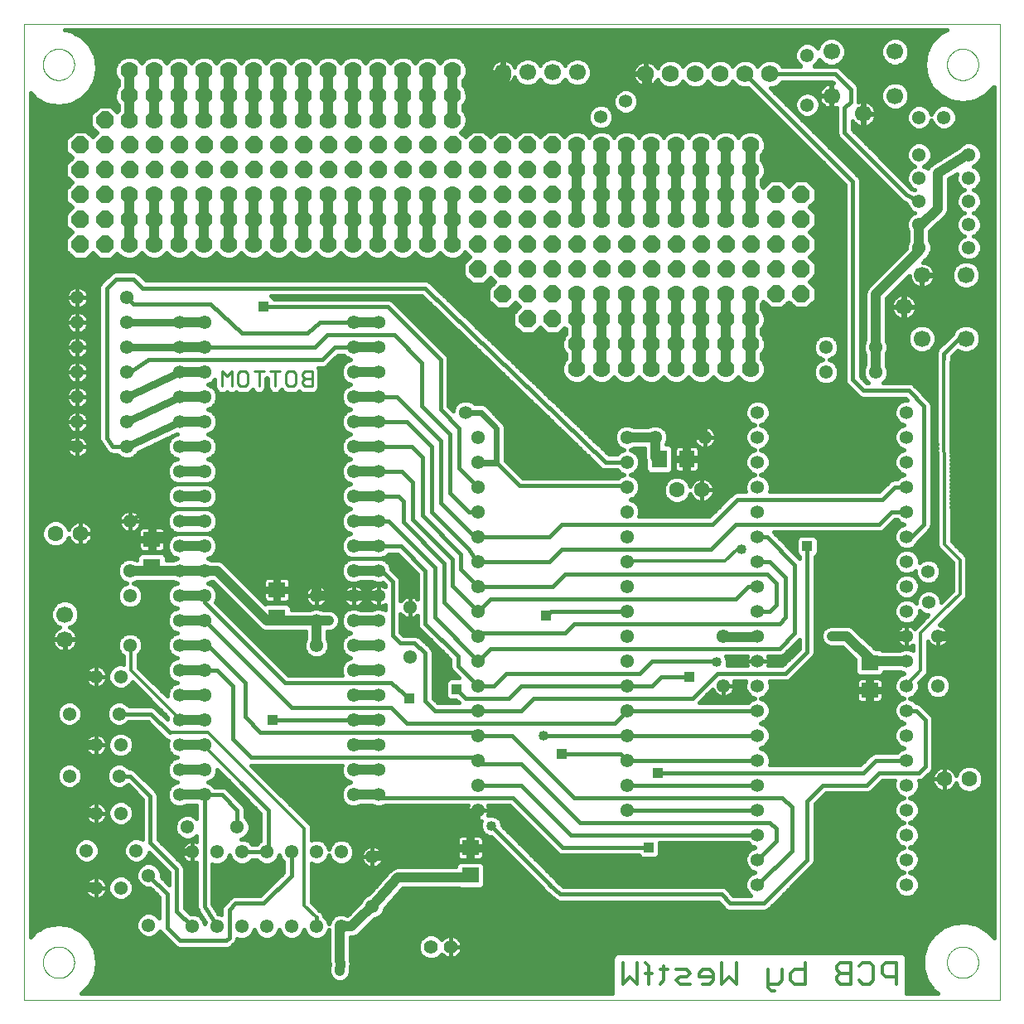
<source format=gbl>
G75*
%MOIN*%
%OFA0B0*%
%FSLAX25Y25*%
%IPPOS*%
%LPD*%
%AMOC8*
5,1,8,0,0,1.08239X$1,22.5*
%
%ADD10C,0.00000*%
%ADD11C,0.01400*%
%ADD12C,0.01100*%
%ADD13C,0.05440*%
%ADD14C,0.05354*%
%ADD15C,0.06693*%
%ADD16C,0.06800*%
%ADD17R,0.06299X0.07087*%
%ADD18R,0.07087X0.06299*%
%ADD19C,0.06300*%
%ADD20C,0.05600*%
%ADD21C,0.03937*%
%ADD22C,0.01575*%
%ADD23C,0.04016*%
%ADD24C,0.03150*%
%ADD25C,0.02362*%
%ADD26OC8,0.04016*%
%ADD27R,0.04016X0.04016*%
%ADD28C,0.01181*%
%ADD29OC8,0.07000*%
%ADD30C,0.07000*%
D10*
X0064972Y0005537D02*
X0064972Y0397988D01*
X0457394Y0397988D01*
X0457394Y0005537D01*
X0064972Y0005537D01*
X0072423Y0020537D02*
X0072425Y0020695D01*
X0072431Y0020853D01*
X0072441Y0021011D01*
X0072455Y0021169D01*
X0072473Y0021326D01*
X0072494Y0021483D01*
X0072520Y0021639D01*
X0072550Y0021795D01*
X0072583Y0021950D01*
X0072621Y0022103D01*
X0072662Y0022256D01*
X0072707Y0022408D01*
X0072756Y0022559D01*
X0072809Y0022708D01*
X0072865Y0022856D01*
X0072925Y0023002D01*
X0072989Y0023147D01*
X0073057Y0023290D01*
X0073128Y0023432D01*
X0073202Y0023572D01*
X0073280Y0023709D01*
X0073362Y0023845D01*
X0073446Y0023979D01*
X0073535Y0024110D01*
X0073626Y0024239D01*
X0073721Y0024366D01*
X0073818Y0024491D01*
X0073919Y0024613D01*
X0074023Y0024732D01*
X0074130Y0024849D01*
X0074240Y0024963D01*
X0074353Y0025074D01*
X0074468Y0025183D01*
X0074586Y0025288D01*
X0074707Y0025390D01*
X0074830Y0025490D01*
X0074956Y0025586D01*
X0075084Y0025679D01*
X0075214Y0025769D01*
X0075347Y0025855D01*
X0075482Y0025939D01*
X0075618Y0026018D01*
X0075757Y0026095D01*
X0075898Y0026167D01*
X0076040Y0026237D01*
X0076184Y0026302D01*
X0076330Y0026364D01*
X0076477Y0026422D01*
X0076626Y0026477D01*
X0076776Y0026528D01*
X0076927Y0026575D01*
X0077079Y0026618D01*
X0077232Y0026657D01*
X0077387Y0026693D01*
X0077542Y0026724D01*
X0077698Y0026752D01*
X0077854Y0026776D01*
X0078011Y0026796D01*
X0078169Y0026812D01*
X0078326Y0026824D01*
X0078485Y0026832D01*
X0078643Y0026836D01*
X0078801Y0026836D01*
X0078959Y0026832D01*
X0079118Y0026824D01*
X0079275Y0026812D01*
X0079433Y0026796D01*
X0079590Y0026776D01*
X0079746Y0026752D01*
X0079902Y0026724D01*
X0080057Y0026693D01*
X0080212Y0026657D01*
X0080365Y0026618D01*
X0080517Y0026575D01*
X0080668Y0026528D01*
X0080818Y0026477D01*
X0080967Y0026422D01*
X0081114Y0026364D01*
X0081260Y0026302D01*
X0081404Y0026237D01*
X0081546Y0026167D01*
X0081687Y0026095D01*
X0081826Y0026018D01*
X0081962Y0025939D01*
X0082097Y0025855D01*
X0082230Y0025769D01*
X0082360Y0025679D01*
X0082488Y0025586D01*
X0082614Y0025490D01*
X0082737Y0025390D01*
X0082858Y0025288D01*
X0082976Y0025183D01*
X0083091Y0025074D01*
X0083204Y0024963D01*
X0083314Y0024849D01*
X0083421Y0024732D01*
X0083525Y0024613D01*
X0083626Y0024491D01*
X0083723Y0024366D01*
X0083818Y0024239D01*
X0083909Y0024110D01*
X0083998Y0023979D01*
X0084082Y0023845D01*
X0084164Y0023709D01*
X0084242Y0023572D01*
X0084316Y0023432D01*
X0084387Y0023290D01*
X0084455Y0023147D01*
X0084519Y0023002D01*
X0084579Y0022856D01*
X0084635Y0022708D01*
X0084688Y0022559D01*
X0084737Y0022408D01*
X0084782Y0022256D01*
X0084823Y0022103D01*
X0084861Y0021950D01*
X0084894Y0021795D01*
X0084924Y0021639D01*
X0084950Y0021483D01*
X0084971Y0021326D01*
X0084989Y0021169D01*
X0085003Y0021011D01*
X0085013Y0020853D01*
X0085019Y0020695D01*
X0085021Y0020537D01*
X0085019Y0020379D01*
X0085013Y0020221D01*
X0085003Y0020063D01*
X0084989Y0019905D01*
X0084971Y0019748D01*
X0084950Y0019591D01*
X0084924Y0019435D01*
X0084894Y0019279D01*
X0084861Y0019124D01*
X0084823Y0018971D01*
X0084782Y0018818D01*
X0084737Y0018666D01*
X0084688Y0018515D01*
X0084635Y0018366D01*
X0084579Y0018218D01*
X0084519Y0018072D01*
X0084455Y0017927D01*
X0084387Y0017784D01*
X0084316Y0017642D01*
X0084242Y0017502D01*
X0084164Y0017365D01*
X0084082Y0017229D01*
X0083998Y0017095D01*
X0083909Y0016964D01*
X0083818Y0016835D01*
X0083723Y0016708D01*
X0083626Y0016583D01*
X0083525Y0016461D01*
X0083421Y0016342D01*
X0083314Y0016225D01*
X0083204Y0016111D01*
X0083091Y0016000D01*
X0082976Y0015891D01*
X0082858Y0015786D01*
X0082737Y0015684D01*
X0082614Y0015584D01*
X0082488Y0015488D01*
X0082360Y0015395D01*
X0082230Y0015305D01*
X0082097Y0015219D01*
X0081962Y0015135D01*
X0081826Y0015056D01*
X0081687Y0014979D01*
X0081546Y0014907D01*
X0081404Y0014837D01*
X0081260Y0014772D01*
X0081114Y0014710D01*
X0080967Y0014652D01*
X0080818Y0014597D01*
X0080668Y0014546D01*
X0080517Y0014499D01*
X0080365Y0014456D01*
X0080212Y0014417D01*
X0080057Y0014381D01*
X0079902Y0014350D01*
X0079746Y0014322D01*
X0079590Y0014298D01*
X0079433Y0014278D01*
X0079275Y0014262D01*
X0079118Y0014250D01*
X0078959Y0014242D01*
X0078801Y0014238D01*
X0078643Y0014238D01*
X0078485Y0014242D01*
X0078326Y0014250D01*
X0078169Y0014262D01*
X0078011Y0014278D01*
X0077854Y0014298D01*
X0077698Y0014322D01*
X0077542Y0014350D01*
X0077387Y0014381D01*
X0077232Y0014417D01*
X0077079Y0014456D01*
X0076927Y0014499D01*
X0076776Y0014546D01*
X0076626Y0014597D01*
X0076477Y0014652D01*
X0076330Y0014710D01*
X0076184Y0014772D01*
X0076040Y0014837D01*
X0075898Y0014907D01*
X0075757Y0014979D01*
X0075618Y0015056D01*
X0075482Y0015135D01*
X0075347Y0015219D01*
X0075214Y0015305D01*
X0075084Y0015395D01*
X0074956Y0015488D01*
X0074830Y0015584D01*
X0074707Y0015684D01*
X0074586Y0015786D01*
X0074468Y0015891D01*
X0074353Y0016000D01*
X0074240Y0016111D01*
X0074130Y0016225D01*
X0074023Y0016342D01*
X0073919Y0016461D01*
X0073818Y0016583D01*
X0073721Y0016708D01*
X0073626Y0016835D01*
X0073535Y0016964D01*
X0073446Y0017095D01*
X0073362Y0017229D01*
X0073280Y0017365D01*
X0073202Y0017502D01*
X0073128Y0017642D01*
X0073057Y0017784D01*
X0072989Y0017927D01*
X0072925Y0018072D01*
X0072865Y0018218D01*
X0072809Y0018366D01*
X0072756Y0018515D01*
X0072707Y0018666D01*
X0072662Y0018818D01*
X0072621Y0018971D01*
X0072583Y0019124D01*
X0072550Y0019279D01*
X0072520Y0019435D01*
X0072494Y0019591D01*
X0072473Y0019748D01*
X0072455Y0019905D01*
X0072441Y0020063D01*
X0072431Y0020221D01*
X0072425Y0020379D01*
X0072423Y0020537D01*
X0436173Y0020537D02*
X0436175Y0020695D01*
X0436181Y0020853D01*
X0436191Y0021011D01*
X0436205Y0021169D01*
X0436223Y0021326D01*
X0436244Y0021483D01*
X0436270Y0021639D01*
X0436300Y0021795D01*
X0436333Y0021950D01*
X0436371Y0022103D01*
X0436412Y0022256D01*
X0436457Y0022408D01*
X0436506Y0022559D01*
X0436559Y0022708D01*
X0436615Y0022856D01*
X0436675Y0023002D01*
X0436739Y0023147D01*
X0436807Y0023290D01*
X0436878Y0023432D01*
X0436952Y0023572D01*
X0437030Y0023709D01*
X0437112Y0023845D01*
X0437196Y0023979D01*
X0437285Y0024110D01*
X0437376Y0024239D01*
X0437471Y0024366D01*
X0437568Y0024491D01*
X0437669Y0024613D01*
X0437773Y0024732D01*
X0437880Y0024849D01*
X0437990Y0024963D01*
X0438103Y0025074D01*
X0438218Y0025183D01*
X0438336Y0025288D01*
X0438457Y0025390D01*
X0438580Y0025490D01*
X0438706Y0025586D01*
X0438834Y0025679D01*
X0438964Y0025769D01*
X0439097Y0025855D01*
X0439232Y0025939D01*
X0439368Y0026018D01*
X0439507Y0026095D01*
X0439648Y0026167D01*
X0439790Y0026237D01*
X0439934Y0026302D01*
X0440080Y0026364D01*
X0440227Y0026422D01*
X0440376Y0026477D01*
X0440526Y0026528D01*
X0440677Y0026575D01*
X0440829Y0026618D01*
X0440982Y0026657D01*
X0441137Y0026693D01*
X0441292Y0026724D01*
X0441448Y0026752D01*
X0441604Y0026776D01*
X0441761Y0026796D01*
X0441919Y0026812D01*
X0442076Y0026824D01*
X0442235Y0026832D01*
X0442393Y0026836D01*
X0442551Y0026836D01*
X0442709Y0026832D01*
X0442868Y0026824D01*
X0443025Y0026812D01*
X0443183Y0026796D01*
X0443340Y0026776D01*
X0443496Y0026752D01*
X0443652Y0026724D01*
X0443807Y0026693D01*
X0443962Y0026657D01*
X0444115Y0026618D01*
X0444267Y0026575D01*
X0444418Y0026528D01*
X0444568Y0026477D01*
X0444717Y0026422D01*
X0444864Y0026364D01*
X0445010Y0026302D01*
X0445154Y0026237D01*
X0445296Y0026167D01*
X0445437Y0026095D01*
X0445576Y0026018D01*
X0445712Y0025939D01*
X0445847Y0025855D01*
X0445980Y0025769D01*
X0446110Y0025679D01*
X0446238Y0025586D01*
X0446364Y0025490D01*
X0446487Y0025390D01*
X0446608Y0025288D01*
X0446726Y0025183D01*
X0446841Y0025074D01*
X0446954Y0024963D01*
X0447064Y0024849D01*
X0447171Y0024732D01*
X0447275Y0024613D01*
X0447376Y0024491D01*
X0447473Y0024366D01*
X0447568Y0024239D01*
X0447659Y0024110D01*
X0447748Y0023979D01*
X0447832Y0023845D01*
X0447914Y0023709D01*
X0447992Y0023572D01*
X0448066Y0023432D01*
X0448137Y0023290D01*
X0448205Y0023147D01*
X0448269Y0023002D01*
X0448329Y0022856D01*
X0448385Y0022708D01*
X0448438Y0022559D01*
X0448487Y0022408D01*
X0448532Y0022256D01*
X0448573Y0022103D01*
X0448611Y0021950D01*
X0448644Y0021795D01*
X0448674Y0021639D01*
X0448700Y0021483D01*
X0448721Y0021326D01*
X0448739Y0021169D01*
X0448753Y0021011D01*
X0448763Y0020853D01*
X0448769Y0020695D01*
X0448771Y0020537D01*
X0448769Y0020379D01*
X0448763Y0020221D01*
X0448753Y0020063D01*
X0448739Y0019905D01*
X0448721Y0019748D01*
X0448700Y0019591D01*
X0448674Y0019435D01*
X0448644Y0019279D01*
X0448611Y0019124D01*
X0448573Y0018971D01*
X0448532Y0018818D01*
X0448487Y0018666D01*
X0448438Y0018515D01*
X0448385Y0018366D01*
X0448329Y0018218D01*
X0448269Y0018072D01*
X0448205Y0017927D01*
X0448137Y0017784D01*
X0448066Y0017642D01*
X0447992Y0017502D01*
X0447914Y0017365D01*
X0447832Y0017229D01*
X0447748Y0017095D01*
X0447659Y0016964D01*
X0447568Y0016835D01*
X0447473Y0016708D01*
X0447376Y0016583D01*
X0447275Y0016461D01*
X0447171Y0016342D01*
X0447064Y0016225D01*
X0446954Y0016111D01*
X0446841Y0016000D01*
X0446726Y0015891D01*
X0446608Y0015786D01*
X0446487Y0015684D01*
X0446364Y0015584D01*
X0446238Y0015488D01*
X0446110Y0015395D01*
X0445980Y0015305D01*
X0445847Y0015219D01*
X0445712Y0015135D01*
X0445576Y0015056D01*
X0445437Y0014979D01*
X0445296Y0014907D01*
X0445154Y0014837D01*
X0445010Y0014772D01*
X0444864Y0014710D01*
X0444717Y0014652D01*
X0444568Y0014597D01*
X0444418Y0014546D01*
X0444267Y0014499D01*
X0444115Y0014456D01*
X0443962Y0014417D01*
X0443807Y0014381D01*
X0443652Y0014350D01*
X0443496Y0014322D01*
X0443340Y0014298D01*
X0443183Y0014278D01*
X0443025Y0014262D01*
X0442868Y0014250D01*
X0442709Y0014242D01*
X0442551Y0014238D01*
X0442393Y0014238D01*
X0442235Y0014242D01*
X0442076Y0014250D01*
X0441919Y0014262D01*
X0441761Y0014278D01*
X0441604Y0014298D01*
X0441448Y0014322D01*
X0441292Y0014350D01*
X0441137Y0014381D01*
X0440982Y0014417D01*
X0440829Y0014456D01*
X0440677Y0014499D01*
X0440526Y0014546D01*
X0440376Y0014597D01*
X0440227Y0014652D01*
X0440080Y0014710D01*
X0439934Y0014772D01*
X0439790Y0014837D01*
X0439648Y0014907D01*
X0439507Y0014979D01*
X0439368Y0015056D01*
X0439232Y0015135D01*
X0439097Y0015219D01*
X0438964Y0015305D01*
X0438834Y0015395D01*
X0438706Y0015488D01*
X0438580Y0015584D01*
X0438457Y0015684D01*
X0438336Y0015786D01*
X0438218Y0015891D01*
X0438103Y0016000D01*
X0437990Y0016111D01*
X0437880Y0016225D01*
X0437773Y0016342D01*
X0437669Y0016461D01*
X0437568Y0016583D01*
X0437471Y0016708D01*
X0437376Y0016835D01*
X0437285Y0016964D01*
X0437196Y0017095D01*
X0437112Y0017229D01*
X0437030Y0017365D01*
X0436952Y0017502D01*
X0436878Y0017642D01*
X0436807Y0017784D01*
X0436739Y0017927D01*
X0436675Y0018072D01*
X0436615Y0018218D01*
X0436559Y0018366D01*
X0436506Y0018515D01*
X0436457Y0018666D01*
X0436412Y0018818D01*
X0436371Y0018971D01*
X0436333Y0019124D01*
X0436300Y0019279D01*
X0436270Y0019435D01*
X0436244Y0019591D01*
X0436223Y0019748D01*
X0436205Y0019905D01*
X0436191Y0020063D01*
X0436181Y0020221D01*
X0436175Y0020379D01*
X0436173Y0020537D01*
X0436173Y0381787D02*
X0436175Y0381945D01*
X0436181Y0382103D01*
X0436191Y0382261D01*
X0436205Y0382419D01*
X0436223Y0382576D01*
X0436244Y0382733D01*
X0436270Y0382889D01*
X0436300Y0383045D01*
X0436333Y0383200D01*
X0436371Y0383353D01*
X0436412Y0383506D01*
X0436457Y0383658D01*
X0436506Y0383809D01*
X0436559Y0383958D01*
X0436615Y0384106D01*
X0436675Y0384252D01*
X0436739Y0384397D01*
X0436807Y0384540D01*
X0436878Y0384682D01*
X0436952Y0384822D01*
X0437030Y0384959D01*
X0437112Y0385095D01*
X0437196Y0385229D01*
X0437285Y0385360D01*
X0437376Y0385489D01*
X0437471Y0385616D01*
X0437568Y0385741D01*
X0437669Y0385863D01*
X0437773Y0385982D01*
X0437880Y0386099D01*
X0437990Y0386213D01*
X0438103Y0386324D01*
X0438218Y0386433D01*
X0438336Y0386538D01*
X0438457Y0386640D01*
X0438580Y0386740D01*
X0438706Y0386836D01*
X0438834Y0386929D01*
X0438964Y0387019D01*
X0439097Y0387105D01*
X0439232Y0387189D01*
X0439368Y0387268D01*
X0439507Y0387345D01*
X0439648Y0387417D01*
X0439790Y0387487D01*
X0439934Y0387552D01*
X0440080Y0387614D01*
X0440227Y0387672D01*
X0440376Y0387727D01*
X0440526Y0387778D01*
X0440677Y0387825D01*
X0440829Y0387868D01*
X0440982Y0387907D01*
X0441137Y0387943D01*
X0441292Y0387974D01*
X0441448Y0388002D01*
X0441604Y0388026D01*
X0441761Y0388046D01*
X0441919Y0388062D01*
X0442076Y0388074D01*
X0442235Y0388082D01*
X0442393Y0388086D01*
X0442551Y0388086D01*
X0442709Y0388082D01*
X0442868Y0388074D01*
X0443025Y0388062D01*
X0443183Y0388046D01*
X0443340Y0388026D01*
X0443496Y0388002D01*
X0443652Y0387974D01*
X0443807Y0387943D01*
X0443962Y0387907D01*
X0444115Y0387868D01*
X0444267Y0387825D01*
X0444418Y0387778D01*
X0444568Y0387727D01*
X0444717Y0387672D01*
X0444864Y0387614D01*
X0445010Y0387552D01*
X0445154Y0387487D01*
X0445296Y0387417D01*
X0445437Y0387345D01*
X0445576Y0387268D01*
X0445712Y0387189D01*
X0445847Y0387105D01*
X0445980Y0387019D01*
X0446110Y0386929D01*
X0446238Y0386836D01*
X0446364Y0386740D01*
X0446487Y0386640D01*
X0446608Y0386538D01*
X0446726Y0386433D01*
X0446841Y0386324D01*
X0446954Y0386213D01*
X0447064Y0386099D01*
X0447171Y0385982D01*
X0447275Y0385863D01*
X0447376Y0385741D01*
X0447473Y0385616D01*
X0447568Y0385489D01*
X0447659Y0385360D01*
X0447748Y0385229D01*
X0447832Y0385095D01*
X0447914Y0384959D01*
X0447992Y0384822D01*
X0448066Y0384682D01*
X0448137Y0384540D01*
X0448205Y0384397D01*
X0448269Y0384252D01*
X0448329Y0384106D01*
X0448385Y0383958D01*
X0448438Y0383809D01*
X0448487Y0383658D01*
X0448532Y0383506D01*
X0448573Y0383353D01*
X0448611Y0383200D01*
X0448644Y0383045D01*
X0448674Y0382889D01*
X0448700Y0382733D01*
X0448721Y0382576D01*
X0448739Y0382419D01*
X0448753Y0382261D01*
X0448763Y0382103D01*
X0448769Y0381945D01*
X0448771Y0381787D01*
X0448769Y0381629D01*
X0448763Y0381471D01*
X0448753Y0381313D01*
X0448739Y0381155D01*
X0448721Y0380998D01*
X0448700Y0380841D01*
X0448674Y0380685D01*
X0448644Y0380529D01*
X0448611Y0380374D01*
X0448573Y0380221D01*
X0448532Y0380068D01*
X0448487Y0379916D01*
X0448438Y0379765D01*
X0448385Y0379616D01*
X0448329Y0379468D01*
X0448269Y0379322D01*
X0448205Y0379177D01*
X0448137Y0379034D01*
X0448066Y0378892D01*
X0447992Y0378752D01*
X0447914Y0378615D01*
X0447832Y0378479D01*
X0447748Y0378345D01*
X0447659Y0378214D01*
X0447568Y0378085D01*
X0447473Y0377958D01*
X0447376Y0377833D01*
X0447275Y0377711D01*
X0447171Y0377592D01*
X0447064Y0377475D01*
X0446954Y0377361D01*
X0446841Y0377250D01*
X0446726Y0377141D01*
X0446608Y0377036D01*
X0446487Y0376934D01*
X0446364Y0376834D01*
X0446238Y0376738D01*
X0446110Y0376645D01*
X0445980Y0376555D01*
X0445847Y0376469D01*
X0445712Y0376385D01*
X0445576Y0376306D01*
X0445437Y0376229D01*
X0445296Y0376157D01*
X0445154Y0376087D01*
X0445010Y0376022D01*
X0444864Y0375960D01*
X0444717Y0375902D01*
X0444568Y0375847D01*
X0444418Y0375796D01*
X0444267Y0375749D01*
X0444115Y0375706D01*
X0443962Y0375667D01*
X0443807Y0375631D01*
X0443652Y0375600D01*
X0443496Y0375572D01*
X0443340Y0375548D01*
X0443183Y0375528D01*
X0443025Y0375512D01*
X0442868Y0375500D01*
X0442709Y0375492D01*
X0442551Y0375488D01*
X0442393Y0375488D01*
X0442235Y0375492D01*
X0442076Y0375500D01*
X0441919Y0375512D01*
X0441761Y0375528D01*
X0441604Y0375548D01*
X0441448Y0375572D01*
X0441292Y0375600D01*
X0441137Y0375631D01*
X0440982Y0375667D01*
X0440829Y0375706D01*
X0440677Y0375749D01*
X0440526Y0375796D01*
X0440376Y0375847D01*
X0440227Y0375902D01*
X0440080Y0375960D01*
X0439934Y0376022D01*
X0439790Y0376087D01*
X0439648Y0376157D01*
X0439507Y0376229D01*
X0439368Y0376306D01*
X0439232Y0376385D01*
X0439097Y0376469D01*
X0438964Y0376555D01*
X0438834Y0376645D01*
X0438706Y0376738D01*
X0438580Y0376834D01*
X0438457Y0376934D01*
X0438336Y0377036D01*
X0438218Y0377141D01*
X0438103Y0377250D01*
X0437990Y0377361D01*
X0437880Y0377475D01*
X0437773Y0377592D01*
X0437669Y0377711D01*
X0437568Y0377833D01*
X0437471Y0377958D01*
X0437376Y0378085D01*
X0437285Y0378214D01*
X0437196Y0378345D01*
X0437112Y0378479D01*
X0437030Y0378615D01*
X0436952Y0378752D01*
X0436878Y0378892D01*
X0436807Y0379034D01*
X0436739Y0379177D01*
X0436675Y0379322D01*
X0436615Y0379468D01*
X0436559Y0379616D01*
X0436506Y0379765D01*
X0436457Y0379916D01*
X0436412Y0380068D01*
X0436371Y0380221D01*
X0436333Y0380374D01*
X0436300Y0380529D01*
X0436270Y0380685D01*
X0436244Y0380841D01*
X0436223Y0380998D01*
X0436205Y0381155D01*
X0436191Y0381313D01*
X0436181Y0381471D01*
X0436175Y0381629D01*
X0436173Y0381787D01*
X0072423Y0381787D02*
X0072425Y0381945D01*
X0072431Y0382103D01*
X0072441Y0382261D01*
X0072455Y0382419D01*
X0072473Y0382576D01*
X0072494Y0382733D01*
X0072520Y0382889D01*
X0072550Y0383045D01*
X0072583Y0383200D01*
X0072621Y0383353D01*
X0072662Y0383506D01*
X0072707Y0383658D01*
X0072756Y0383809D01*
X0072809Y0383958D01*
X0072865Y0384106D01*
X0072925Y0384252D01*
X0072989Y0384397D01*
X0073057Y0384540D01*
X0073128Y0384682D01*
X0073202Y0384822D01*
X0073280Y0384959D01*
X0073362Y0385095D01*
X0073446Y0385229D01*
X0073535Y0385360D01*
X0073626Y0385489D01*
X0073721Y0385616D01*
X0073818Y0385741D01*
X0073919Y0385863D01*
X0074023Y0385982D01*
X0074130Y0386099D01*
X0074240Y0386213D01*
X0074353Y0386324D01*
X0074468Y0386433D01*
X0074586Y0386538D01*
X0074707Y0386640D01*
X0074830Y0386740D01*
X0074956Y0386836D01*
X0075084Y0386929D01*
X0075214Y0387019D01*
X0075347Y0387105D01*
X0075482Y0387189D01*
X0075618Y0387268D01*
X0075757Y0387345D01*
X0075898Y0387417D01*
X0076040Y0387487D01*
X0076184Y0387552D01*
X0076330Y0387614D01*
X0076477Y0387672D01*
X0076626Y0387727D01*
X0076776Y0387778D01*
X0076927Y0387825D01*
X0077079Y0387868D01*
X0077232Y0387907D01*
X0077387Y0387943D01*
X0077542Y0387974D01*
X0077698Y0388002D01*
X0077854Y0388026D01*
X0078011Y0388046D01*
X0078169Y0388062D01*
X0078326Y0388074D01*
X0078485Y0388082D01*
X0078643Y0388086D01*
X0078801Y0388086D01*
X0078959Y0388082D01*
X0079118Y0388074D01*
X0079275Y0388062D01*
X0079433Y0388046D01*
X0079590Y0388026D01*
X0079746Y0388002D01*
X0079902Y0387974D01*
X0080057Y0387943D01*
X0080212Y0387907D01*
X0080365Y0387868D01*
X0080517Y0387825D01*
X0080668Y0387778D01*
X0080818Y0387727D01*
X0080967Y0387672D01*
X0081114Y0387614D01*
X0081260Y0387552D01*
X0081404Y0387487D01*
X0081546Y0387417D01*
X0081687Y0387345D01*
X0081826Y0387268D01*
X0081962Y0387189D01*
X0082097Y0387105D01*
X0082230Y0387019D01*
X0082360Y0386929D01*
X0082488Y0386836D01*
X0082614Y0386740D01*
X0082737Y0386640D01*
X0082858Y0386538D01*
X0082976Y0386433D01*
X0083091Y0386324D01*
X0083204Y0386213D01*
X0083314Y0386099D01*
X0083421Y0385982D01*
X0083525Y0385863D01*
X0083626Y0385741D01*
X0083723Y0385616D01*
X0083818Y0385489D01*
X0083909Y0385360D01*
X0083998Y0385229D01*
X0084082Y0385095D01*
X0084164Y0384959D01*
X0084242Y0384822D01*
X0084316Y0384682D01*
X0084387Y0384540D01*
X0084455Y0384397D01*
X0084519Y0384252D01*
X0084579Y0384106D01*
X0084635Y0383958D01*
X0084688Y0383809D01*
X0084737Y0383658D01*
X0084782Y0383506D01*
X0084823Y0383353D01*
X0084861Y0383200D01*
X0084894Y0383045D01*
X0084924Y0382889D01*
X0084950Y0382733D01*
X0084971Y0382576D01*
X0084989Y0382419D01*
X0085003Y0382261D01*
X0085013Y0382103D01*
X0085019Y0381945D01*
X0085021Y0381787D01*
X0085019Y0381629D01*
X0085013Y0381471D01*
X0085003Y0381313D01*
X0084989Y0381155D01*
X0084971Y0380998D01*
X0084950Y0380841D01*
X0084924Y0380685D01*
X0084894Y0380529D01*
X0084861Y0380374D01*
X0084823Y0380221D01*
X0084782Y0380068D01*
X0084737Y0379916D01*
X0084688Y0379765D01*
X0084635Y0379616D01*
X0084579Y0379468D01*
X0084519Y0379322D01*
X0084455Y0379177D01*
X0084387Y0379034D01*
X0084316Y0378892D01*
X0084242Y0378752D01*
X0084164Y0378615D01*
X0084082Y0378479D01*
X0083998Y0378345D01*
X0083909Y0378214D01*
X0083818Y0378085D01*
X0083723Y0377958D01*
X0083626Y0377833D01*
X0083525Y0377711D01*
X0083421Y0377592D01*
X0083314Y0377475D01*
X0083204Y0377361D01*
X0083091Y0377250D01*
X0082976Y0377141D01*
X0082858Y0377036D01*
X0082737Y0376934D01*
X0082614Y0376834D01*
X0082488Y0376738D01*
X0082360Y0376645D01*
X0082230Y0376555D01*
X0082097Y0376469D01*
X0081962Y0376385D01*
X0081826Y0376306D01*
X0081687Y0376229D01*
X0081546Y0376157D01*
X0081404Y0376087D01*
X0081260Y0376022D01*
X0081114Y0375960D01*
X0080967Y0375902D01*
X0080818Y0375847D01*
X0080668Y0375796D01*
X0080517Y0375749D01*
X0080365Y0375706D01*
X0080212Y0375667D01*
X0080057Y0375631D01*
X0079902Y0375600D01*
X0079746Y0375572D01*
X0079590Y0375548D01*
X0079433Y0375528D01*
X0079275Y0375512D01*
X0079118Y0375500D01*
X0078959Y0375492D01*
X0078801Y0375488D01*
X0078643Y0375488D01*
X0078485Y0375492D01*
X0078326Y0375500D01*
X0078169Y0375512D01*
X0078011Y0375528D01*
X0077854Y0375548D01*
X0077698Y0375572D01*
X0077542Y0375600D01*
X0077387Y0375631D01*
X0077232Y0375667D01*
X0077079Y0375706D01*
X0076927Y0375749D01*
X0076776Y0375796D01*
X0076626Y0375847D01*
X0076477Y0375902D01*
X0076330Y0375960D01*
X0076184Y0376022D01*
X0076040Y0376087D01*
X0075898Y0376157D01*
X0075757Y0376229D01*
X0075618Y0376306D01*
X0075482Y0376385D01*
X0075347Y0376469D01*
X0075214Y0376555D01*
X0075084Y0376645D01*
X0074956Y0376738D01*
X0074830Y0376834D01*
X0074707Y0376934D01*
X0074586Y0377036D01*
X0074468Y0377141D01*
X0074353Y0377250D01*
X0074240Y0377361D01*
X0074130Y0377475D01*
X0074023Y0377592D01*
X0073919Y0377711D01*
X0073818Y0377833D01*
X0073721Y0377958D01*
X0073626Y0378085D01*
X0073535Y0378214D01*
X0073446Y0378345D01*
X0073362Y0378479D01*
X0073280Y0378615D01*
X0073202Y0378752D01*
X0073128Y0378892D01*
X0073057Y0379034D01*
X0072989Y0379177D01*
X0072925Y0379322D01*
X0072865Y0379468D01*
X0072809Y0379616D01*
X0072756Y0379765D01*
X0072707Y0379916D01*
X0072662Y0380068D01*
X0072621Y0380221D01*
X0072583Y0380374D01*
X0072550Y0380529D01*
X0072520Y0380685D01*
X0072494Y0380841D01*
X0072473Y0380998D01*
X0072455Y0381155D01*
X0072441Y0381313D01*
X0072431Y0381471D01*
X0072425Y0381629D01*
X0072423Y0381787D01*
D11*
X0305741Y0020470D02*
X0305741Y0011862D01*
X0308610Y0014732D01*
X0311479Y0011862D01*
X0311479Y0020470D01*
X0314749Y0020470D02*
X0316183Y0019035D01*
X0316183Y0011862D01*
X0317618Y0016166D02*
X0314749Y0016166D01*
X0320887Y0017601D02*
X0323756Y0017601D01*
X0322322Y0019035D02*
X0322322Y0013297D01*
X0320887Y0011862D01*
X0327226Y0013297D02*
X0328660Y0014732D01*
X0331530Y0014732D01*
X0332964Y0016166D01*
X0331530Y0017601D01*
X0327226Y0017601D01*
X0327226Y0013297D02*
X0328660Y0011862D01*
X0332964Y0011862D01*
X0336434Y0014732D02*
X0342172Y0014732D01*
X0342172Y0016166D02*
X0340737Y0017601D01*
X0337868Y0017601D01*
X0336434Y0016166D01*
X0336434Y0014732D01*
X0337868Y0011862D02*
X0340737Y0011862D01*
X0342172Y0013297D01*
X0342172Y0016166D01*
X0345642Y0011862D02*
X0345642Y0020470D01*
X0351380Y0020470D02*
X0351380Y0011862D01*
X0348511Y0014732D01*
X0345642Y0011862D01*
X0364057Y0011862D02*
X0368361Y0011862D01*
X0369796Y0013297D01*
X0369796Y0017601D01*
X0373265Y0016166D02*
X0374700Y0017601D01*
X0379003Y0017601D01*
X0379003Y0020470D02*
X0379003Y0011862D01*
X0374700Y0011862D01*
X0373265Y0013297D01*
X0373265Y0016166D01*
X0366927Y0008993D02*
X0365492Y0008993D01*
X0364057Y0010428D01*
X0364057Y0017601D01*
X0391681Y0017601D02*
X0393116Y0016166D01*
X0397419Y0016166D01*
X0393116Y0016166D02*
X0391681Y0014732D01*
X0391681Y0013297D01*
X0393116Y0011862D01*
X0397419Y0011862D01*
X0397419Y0020470D01*
X0393116Y0020470D01*
X0391681Y0019035D01*
X0391681Y0017601D01*
X0400889Y0019035D02*
X0402323Y0020470D01*
X0405193Y0020470D01*
X0406627Y0019035D01*
X0406627Y0013297D01*
X0405193Y0011862D01*
X0402323Y0011862D01*
X0400889Y0013297D01*
X0410097Y0016166D02*
X0411531Y0014732D01*
X0415835Y0014732D01*
X0415835Y0011862D02*
X0415835Y0020470D01*
X0411531Y0020470D01*
X0410097Y0019035D01*
X0410097Y0016166D01*
D12*
X0180672Y0252337D02*
X0177720Y0252337D01*
X0176736Y0253322D01*
X0176736Y0254306D01*
X0177720Y0255290D01*
X0180672Y0255290D01*
X0177720Y0255290D02*
X0176736Y0256274D01*
X0176736Y0257258D01*
X0177720Y0258242D01*
X0180672Y0258242D01*
X0180672Y0252337D01*
X0174227Y0253322D02*
X0173243Y0252337D01*
X0171274Y0252337D01*
X0170290Y0253322D01*
X0170290Y0257258D01*
X0171274Y0258242D01*
X0173243Y0258242D01*
X0174227Y0257258D01*
X0174227Y0253322D01*
X0167781Y0258242D02*
X0163845Y0258242D01*
X0165813Y0258242D02*
X0165813Y0252337D01*
X0161336Y0258242D02*
X0157399Y0258242D01*
X0159368Y0258242D02*
X0159368Y0252337D01*
X0154890Y0253322D02*
X0154890Y0257258D01*
X0153906Y0258242D01*
X0151938Y0258242D01*
X0150954Y0257258D01*
X0150954Y0253322D01*
X0151938Y0252337D01*
X0153906Y0252337D01*
X0154890Y0253322D01*
X0148445Y0252337D02*
X0148445Y0258242D01*
X0146477Y0256274D01*
X0144508Y0258242D01*
X0144508Y0252337D01*
D13*
X0137472Y0258037D03*
X0137472Y0268037D03*
X0137472Y0278037D03*
X0106222Y0278037D03*
X0106222Y0288037D03*
X0086222Y0288037D03*
X0086222Y0278037D03*
X0086222Y0268037D03*
X0086222Y0258037D03*
X0086222Y0248037D03*
X0086222Y0238037D03*
X0086222Y0228037D03*
X0106222Y0228037D03*
X0106222Y0238037D03*
X0106222Y0248037D03*
X0106222Y0258037D03*
X0106222Y0268037D03*
X0137472Y0248037D03*
X0137472Y0238037D03*
X0137472Y0228037D03*
X0137472Y0218037D03*
X0137472Y0208037D03*
X0137472Y0198037D03*
X0137472Y0188037D03*
X0137472Y0178037D03*
X0137472Y0168037D03*
X0137472Y0158037D03*
X0137472Y0148037D03*
X0137472Y0138037D03*
X0137472Y0128037D03*
X0137472Y0118037D03*
X0137472Y0108037D03*
X0137472Y0098037D03*
X0137472Y0088037D03*
X0130622Y0074935D03*
X0132504Y0064927D03*
X0142504Y0064927D03*
X0152504Y0064927D03*
X0162504Y0064927D03*
X0172504Y0064927D03*
X0182504Y0064927D03*
X0192504Y0064927D03*
X0204972Y0063037D03*
X0204972Y0043037D03*
X0192504Y0034927D03*
X0182504Y0034927D03*
X0172504Y0034927D03*
X0162504Y0034927D03*
X0152504Y0034927D03*
X0142504Y0034927D03*
X0132504Y0034927D03*
X0114972Y0035537D03*
X0103724Y0050537D03*
X0093724Y0050537D03*
X0089972Y0065537D03*
X0093724Y0080537D03*
X0103724Y0080537D03*
X0103098Y0095537D03*
X0103724Y0108037D03*
X0093724Y0108037D03*
X0103097Y0120537D03*
X0103724Y0135537D03*
X0093724Y0135537D03*
X0083097Y0120537D03*
X0083098Y0095537D03*
X0109972Y0065537D03*
X0114972Y0055537D03*
X0150622Y0074935D03*
X0197472Y0088037D03*
X0197472Y0098037D03*
X0197472Y0108037D03*
X0197472Y0118037D03*
X0197472Y0128037D03*
X0197472Y0138037D03*
X0197472Y0148037D03*
X0197472Y0158037D03*
X0197472Y0168037D03*
X0197472Y0178037D03*
X0197472Y0188037D03*
X0197472Y0198037D03*
X0197472Y0208037D03*
X0197472Y0218037D03*
X0197472Y0228037D03*
X0197472Y0238037D03*
X0197472Y0248037D03*
X0197472Y0258037D03*
X0197472Y0268037D03*
X0197472Y0278037D03*
X0247472Y0231787D03*
X0247472Y0221787D03*
X0247472Y0211787D03*
X0247472Y0201787D03*
X0247472Y0191787D03*
X0247472Y0181787D03*
X0247472Y0171787D03*
X0247472Y0161787D03*
X0247472Y0151787D03*
X0247472Y0141787D03*
X0247472Y0131787D03*
X0247472Y0121787D03*
X0247472Y0111787D03*
X0247472Y0101787D03*
X0247472Y0091787D03*
X0247472Y0081787D03*
X0307472Y0081787D03*
X0307472Y0091787D03*
X0307472Y0101787D03*
X0307472Y0111787D03*
X0307472Y0121787D03*
X0307472Y0131787D03*
X0307472Y0141787D03*
X0307472Y0151787D03*
X0307472Y0161787D03*
X0307472Y0171787D03*
X0307472Y0181787D03*
X0307472Y0191787D03*
X0307472Y0201787D03*
X0307472Y0211787D03*
X0307472Y0221787D03*
X0307472Y0231787D03*
X0318722Y0231787D03*
X0338722Y0231787D03*
X0387472Y0258037D03*
X0387472Y0268037D03*
X0407472Y0268037D03*
X0407472Y0258037D03*
X0424972Y0308037D03*
X0424972Y0317412D03*
X0424972Y0326787D03*
X0424972Y0336162D03*
X0424972Y0345537D03*
X0424972Y0360537D03*
X0434972Y0360537D03*
X0444972Y0345537D03*
X0444972Y0336162D03*
X0444972Y0326787D03*
X0444972Y0317412D03*
X0444972Y0308037D03*
X0379972Y0365537D03*
X0379972Y0385537D03*
X0182472Y0168037D03*
X0182472Y0148037D03*
X0220023Y0143397D03*
X0220023Y0163397D03*
X0107472Y0168037D03*
X0107472Y0178037D03*
X0107472Y0198037D03*
X0107472Y0148037D03*
X0346222Y0151787D03*
X0346222Y0131787D03*
X0432473Y0131787D03*
X0432473Y0151787D03*
D14*
X0419972Y0151787D03*
X0419972Y0141787D03*
X0419972Y0131787D03*
X0419972Y0121787D03*
X0419972Y0111787D03*
X0419972Y0101787D03*
X0419972Y0091787D03*
X0419972Y0081787D03*
X0419972Y0071787D03*
X0419972Y0061787D03*
X0419972Y0051787D03*
X0359972Y0051787D03*
X0359972Y0061787D03*
X0359972Y0071787D03*
X0359972Y0081787D03*
X0359972Y0091787D03*
X0359972Y0101787D03*
X0359972Y0111787D03*
X0359972Y0121787D03*
X0359972Y0131787D03*
X0359972Y0141787D03*
X0359972Y0151787D03*
X0359972Y0161787D03*
X0359972Y0171787D03*
X0359972Y0181787D03*
X0359972Y0191787D03*
X0359972Y0201787D03*
X0359972Y0211787D03*
X0359972Y0221787D03*
X0359972Y0231787D03*
X0359972Y0241787D03*
X0419972Y0241787D03*
X0419972Y0231787D03*
X0419972Y0221787D03*
X0419972Y0211787D03*
X0419972Y0201787D03*
X0419972Y0191787D03*
X0419972Y0181787D03*
X0428527Y0177780D03*
X0435848Y0171784D03*
X0428840Y0165276D03*
X0419972Y0161787D03*
X0419972Y0171787D03*
X0242472Y0241787D03*
X0207472Y0238037D03*
X0207472Y0228037D03*
X0207472Y0218037D03*
X0207472Y0208037D03*
X0207472Y0198037D03*
X0207472Y0188037D03*
X0207472Y0178037D03*
X0207472Y0168037D03*
X0207472Y0158037D03*
X0207472Y0148037D03*
X0207472Y0138037D03*
X0207472Y0128037D03*
X0207472Y0118037D03*
X0207472Y0108037D03*
X0207472Y0098037D03*
X0207472Y0088037D03*
X0127472Y0088037D03*
X0127472Y0098037D03*
X0127472Y0108037D03*
X0127472Y0118037D03*
X0127472Y0128037D03*
X0127472Y0138037D03*
X0127472Y0148037D03*
X0127472Y0158037D03*
X0127472Y0168037D03*
X0127472Y0178037D03*
X0127472Y0188037D03*
X0127472Y0198037D03*
X0127472Y0208037D03*
X0127472Y0218037D03*
X0127472Y0228037D03*
X0127472Y0238037D03*
X0127472Y0248037D03*
X0127472Y0258037D03*
X0127472Y0268037D03*
X0127472Y0278037D03*
X0207472Y0278037D03*
X0207472Y0268037D03*
X0207472Y0258037D03*
X0207472Y0248037D03*
X0182472Y0177725D03*
X0182472Y0158037D03*
X0296922Y0360651D03*
X0306926Y0366903D03*
D15*
X0287472Y0378663D03*
X0277472Y0378663D03*
X0267472Y0378663D03*
X0257472Y0378663D03*
X0389677Y0386896D03*
X0389677Y0369179D03*
X0402472Y0361896D03*
X0415268Y0369179D03*
X0415268Y0386896D03*
X0426114Y0297083D03*
X0418831Y0284287D03*
X0426114Y0271492D03*
X0443831Y0271492D03*
X0443831Y0297083D03*
X0081222Y0160537D03*
X0081222Y0150537D03*
D16*
X0314972Y0378037D03*
X0324972Y0378037D03*
X0334972Y0378037D03*
X0344972Y0378037D03*
X0354972Y0378037D03*
X0364972Y0378037D03*
D17*
X0331422Y0223037D03*
X0320398Y0223037D03*
D18*
X0405082Y0141091D03*
X0405082Y0130067D03*
X0244347Y0066674D03*
X0244347Y0055651D03*
X0166535Y0159401D03*
X0166535Y0170424D03*
X0116222Y0179713D03*
X0116222Y0190737D03*
D19*
X0087479Y0193097D03*
X0077479Y0193097D03*
X0327559Y0210603D03*
X0337559Y0210603D03*
X0435093Y0094316D03*
X0445093Y0094316D03*
D20*
X0236464Y0026794D03*
X0228590Y0026794D03*
D21*
X0218181Y0010537D02*
X0097472Y0010537D01*
X0069972Y0038037D02*
X0069972Y0051010D01*
X0089854Y0051010D01*
X0093724Y0050537D01*
X0069972Y0051010D02*
X0069972Y0080636D01*
X0089854Y0080636D01*
X0093724Y0080537D01*
X0069972Y0080636D02*
X0069972Y0108195D01*
X0089854Y0108195D01*
X0093724Y0108037D01*
X0069972Y0108195D02*
X0069972Y0135754D01*
X0089854Y0135754D01*
X0093724Y0135537D01*
X0069972Y0135754D02*
X0069972Y0228252D01*
X0085976Y0228411D01*
X0086222Y0228037D01*
X0069972Y0228252D02*
X0069972Y0355537D01*
X0087472Y0360537D01*
X0099347Y0373037D01*
X0099347Y0388037D01*
X0242472Y0388037D01*
X0252472Y0378037D01*
X0252472Y0375537D01*
X0254008Y0375518D01*
X0257453Y0378644D01*
X0257472Y0378663D01*
X0258831Y0377266D01*
X0257472Y0372781D01*
X0257472Y0370537D01*
X0267433Y0360537D01*
X0287160Y0349287D02*
X0287160Y0339287D01*
X0287160Y0329287D01*
X0287160Y0319287D01*
X0297160Y0319287D02*
X0297160Y0329287D01*
X0297160Y0339287D01*
X0297160Y0349287D01*
X0307160Y0349287D02*
X0307160Y0339287D01*
X0307160Y0329287D01*
X0307160Y0319287D01*
X0317160Y0319287D02*
X0317160Y0329287D01*
X0317160Y0339287D01*
X0317160Y0349287D01*
X0327160Y0349287D02*
X0327160Y0339287D01*
X0327160Y0329287D01*
X0327160Y0319287D01*
X0337160Y0319287D02*
X0337160Y0329287D01*
X0337160Y0339287D01*
X0337160Y0349287D01*
X0347160Y0349287D02*
X0347160Y0339287D01*
X0347160Y0329287D01*
X0347160Y0319287D01*
X0357160Y0319287D02*
X0357160Y0329287D01*
X0357160Y0339287D01*
X0357160Y0349287D01*
X0359972Y0360537D02*
X0385597Y0335537D01*
X0385597Y0278662D01*
X0368722Y0261787D01*
X0368722Y0250537D01*
X0366847Y0249912D01*
X0343097Y0249912D01*
X0337458Y0244888D01*
X0337458Y0232816D01*
X0338722Y0231787D01*
X0320398Y0223037D02*
X0320318Y0223039D01*
X0320239Y0223045D01*
X0320159Y0223054D01*
X0320081Y0223067D01*
X0320003Y0223084D01*
X0319926Y0223105D01*
X0319850Y0223129D01*
X0319775Y0223157D01*
X0319702Y0223188D01*
X0319630Y0223223D01*
X0319560Y0223262D01*
X0319492Y0223303D01*
X0319426Y0223348D01*
X0319362Y0223396D01*
X0319300Y0223446D01*
X0319241Y0223500D01*
X0319185Y0223556D01*
X0319131Y0223615D01*
X0319081Y0223677D01*
X0319033Y0223741D01*
X0318988Y0223807D01*
X0318947Y0223875D01*
X0318908Y0223945D01*
X0318873Y0224017D01*
X0318842Y0224090D01*
X0318814Y0224165D01*
X0318790Y0224241D01*
X0318769Y0224318D01*
X0318752Y0224396D01*
X0318739Y0224474D01*
X0318730Y0224554D01*
X0318724Y0224633D01*
X0318722Y0224713D01*
X0318722Y0231787D01*
X0307472Y0231787D01*
X0307059Y0212230D02*
X0307472Y0211787D01*
X0307160Y0259287D02*
X0307160Y0269287D01*
X0307160Y0279287D01*
X0307160Y0289287D01*
X0317160Y0289287D02*
X0317160Y0279287D01*
X0317160Y0269287D01*
X0317160Y0259287D01*
X0327160Y0259287D02*
X0327160Y0269287D01*
X0327160Y0279287D01*
X0327160Y0289287D01*
X0337160Y0289287D02*
X0337160Y0279287D01*
X0337160Y0269287D01*
X0337160Y0259287D01*
X0347160Y0259287D02*
X0347160Y0269287D01*
X0347160Y0279287D01*
X0347160Y0289287D01*
X0357160Y0289287D02*
X0357160Y0279287D01*
X0357160Y0269287D01*
X0357160Y0259287D01*
X0407472Y0258037D02*
X0407650Y0258392D01*
X0407650Y0268037D01*
X0407472Y0268037D01*
X0407650Y0268037D02*
X0407650Y0289396D01*
X0424874Y0306620D01*
X0424972Y0308037D01*
X0424874Y0307309D01*
X0424874Y0316266D01*
X0424972Y0317412D01*
X0425563Y0316955D01*
X0432453Y0323844D01*
X0432453Y0338136D01*
X0444229Y0345537D01*
X0444854Y0345104D01*
X0444972Y0345537D01*
X0452472Y0355183D02*
X0452472Y0263037D01*
X0447472Y0258037D01*
X0447472Y0151600D01*
X0431764Y0151600D01*
X0432473Y0151787D01*
X0419972Y0151787D02*
X0419362Y0151600D01*
X0413914Y0151778D01*
X0407714Y0151778D01*
X0406272Y0141763D02*
X0417984Y0141763D01*
X0419362Y0141266D01*
X0419972Y0141787D01*
X0406272Y0141763D02*
X0395809Y0151600D01*
X0390159Y0151600D01*
X0389972Y0151787D01*
X0405082Y0141091D02*
X0405600Y0141091D01*
X0405650Y0141093D01*
X0405700Y0141099D01*
X0405750Y0141108D01*
X0405798Y0141121D01*
X0405846Y0141137D01*
X0405892Y0141158D01*
X0405936Y0141181D01*
X0405979Y0141208D01*
X0406019Y0141238D01*
X0406057Y0141270D01*
X0406093Y0141306D01*
X0406125Y0141344D01*
X0406155Y0141384D01*
X0406182Y0141427D01*
X0406205Y0141471D01*
X0406226Y0141517D01*
X0406242Y0141565D01*
X0406255Y0141613D01*
X0406264Y0141663D01*
X0406270Y0141713D01*
X0406272Y0141763D01*
X0359972Y0151787D02*
X0359421Y0151522D01*
X0346331Y0151522D01*
X0346222Y0151787D01*
X0247472Y0081787D02*
X0247118Y0081325D01*
X0229205Y0063411D01*
X0206468Y0063411D01*
X0204972Y0063037D01*
X0205091Y0062644D01*
X0215285Y0054600D02*
X0243297Y0054600D01*
X0243360Y0054602D01*
X0243424Y0054608D01*
X0243486Y0054617D01*
X0243549Y0054631D01*
X0243610Y0054648D01*
X0243670Y0054668D01*
X0243728Y0054693D01*
X0243785Y0054720D01*
X0243841Y0054752D01*
X0243894Y0054786D01*
X0243945Y0054824D01*
X0243994Y0054864D01*
X0244040Y0054908D01*
X0244084Y0054954D01*
X0244124Y0055003D01*
X0244162Y0055054D01*
X0244196Y0055107D01*
X0244228Y0055163D01*
X0244255Y0055220D01*
X0244280Y0055278D01*
X0244300Y0055338D01*
X0244317Y0055399D01*
X0244331Y0055462D01*
X0244340Y0055524D01*
X0244346Y0055588D01*
X0244348Y0055651D01*
X0215285Y0054600D02*
X0204972Y0043037D01*
X0204402Y0042742D01*
X0199579Y0037919D01*
X0196586Y0034927D01*
X0192504Y0034927D01*
X0192488Y0034927D01*
X0191931Y0034370D02*
X0191931Y0021315D01*
X0192000Y0020065D01*
X0191847Y0017100D01*
X0197472Y0088037D02*
X0207472Y0088037D01*
X0207472Y0098037D02*
X0197472Y0098037D01*
X0197472Y0108037D02*
X0207472Y0108037D01*
X0207472Y0118037D02*
X0197472Y0118037D01*
X0197472Y0128037D02*
X0207472Y0128037D01*
X0207472Y0138037D02*
X0197472Y0138037D01*
X0197472Y0148037D02*
X0207472Y0148037D01*
X0207472Y0158037D02*
X0197472Y0158037D01*
X0187472Y0158037D02*
X0182472Y0158037D01*
X0182472Y0148037D01*
X0182472Y0158037D02*
X0166535Y0158037D01*
X0166535Y0159401D01*
X0166535Y0158037D02*
X0162472Y0158037D01*
X0142472Y0178037D01*
X0137472Y0178037D01*
X0127472Y0178037D01*
X0117898Y0178037D01*
X0117818Y0178039D01*
X0117739Y0178045D01*
X0117659Y0178054D01*
X0117581Y0178067D01*
X0117503Y0178084D01*
X0117426Y0178105D01*
X0117350Y0178129D01*
X0117275Y0178157D01*
X0117202Y0178188D01*
X0117130Y0178223D01*
X0117060Y0178262D01*
X0116992Y0178303D01*
X0116926Y0178348D01*
X0116862Y0178396D01*
X0116800Y0178446D01*
X0116741Y0178500D01*
X0116685Y0178556D01*
X0116631Y0178615D01*
X0116581Y0178677D01*
X0116533Y0178741D01*
X0116488Y0178807D01*
X0116447Y0178875D01*
X0116408Y0178945D01*
X0116373Y0179017D01*
X0116342Y0179090D01*
X0116314Y0179165D01*
X0116290Y0179241D01*
X0116269Y0179318D01*
X0116252Y0179396D01*
X0116239Y0179474D01*
X0116230Y0179554D01*
X0116224Y0179633D01*
X0116222Y0179713D01*
X0107472Y0178037D02*
X0127472Y0178037D01*
X0127473Y0178037D02*
X0127471Y0178070D01*
X0127466Y0178102D01*
X0127458Y0178134D01*
X0127446Y0178164D01*
X0127431Y0178194D01*
X0127413Y0178221D01*
X0127393Y0178246D01*
X0127369Y0178270D01*
X0127344Y0178290D01*
X0127317Y0178308D01*
X0127287Y0178323D01*
X0127257Y0178335D01*
X0127225Y0178343D01*
X0127193Y0178348D01*
X0127160Y0178350D01*
X0127472Y0188037D02*
X0137472Y0188037D01*
X0137472Y0198037D02*
X0127472Y0198037D01*
X0127472Y0208037D02*
X0137472Y0208037D01*
X0137472Y0218037D02*
X0127472Y0218037D01*
X0127472Y0228037D02*
X0137472Y0228037D01*
X0137472Y0238037D02*
X0127472Y0238037D01*
X0127472Y0248037D02*
X0137472Y0248037D01*
X0137472Y0258037D02*
X0127472Y0258037D01*
X0127472Y0268037D02*
X0137472Y0268037D01*
X0137472Y0278037D02*
X0127472Y0278037D01*
X0127160Y0309287D02*
X0127160Y0319287D01*
X0127160Y0329287D01*
X0137160Y0329287D02*
X0137160Y0319287D01*
X0137160Y0309287D01*
X0147160Y0309287D02*
X0147160Y0319287D01*
X0147160Y0329287D01*
X0157160Y0329287D02*
X0157160Y0319287D01*
X0157160Y0309287D01*
X0167160Y0309287D02*
X0167160Y0319287D01*
X0167160Y0329287D01*
X0177160Y0329287D02*
X0177160Y0319287D01*
X0177160Y0309287D01*
X0187160Y0309287D02*
X0187160Y0319287D01*
X0187160Y0329287D01*
X0197160Y0329287D02*
X0197160Y0319287D01*
X0197160Y0309287D01*
X0207160Y0309287D02*
X0207160Y0319287D01*
X0207160Y0329287D01*
X0217160Y0329287D02*
X0217160Y0319287D01*
X0217160Y0309287D01*
X0227160Y0309287D02*
X0227160Y0319287D01*
X0227160Y0329287D01*
X0237160Y0329287D02*
X0237160Y0319287D01*
X0237160Y0309287D01*
X0207472Y0278037D02*
X0197472Y0278037D01*
X0197472Y0268037D02*
X0207472Y0268037D01*
X0207472Y0258037D02*
X0197472Y0258037D01*
X0197472Y0248037D02*
X0207472Y0248037D01*
X0207472Y0238037D02*
X0197472Y0238037D01*
X0197472Y0228037D02*
X0207472Y0228037D01*
X0207472Y0218037D02*
X0197472Y0218037D01*
X0197472Y0208037D02*
X0207472Y0208037D01*
X0207472Y0198037D02*
X0197472Y0198037D01*
X0197472Y0188037D02*
X0207472Y0188037D01*
X0207472Y0178037D02*
X0197472Y0178037D01*
X0197472Y0168037D02*
X0182472Y0168037D01*
X0182472Y0178037D01*
X0197472Y0168037D02*
X0207472Y0168037D01*
X0152472Y0183037D02*
X0152472Y0193037D01*
X0152472Y0203037D01*
X0152472Y0213037D01*
X0107472Y0198037D02*
X0107256Y0198451D01*
X0127472Y0168037D02*
X0137472Y0168037D01*
X0137472Y0158037D02*
X0127472Y0158037D01*
X0127472Y0148037D02*
X0137472Y0148037D01*
X0137472Y0138037D02*
X0127472Y0138037D01*
X0127472Y0128037D02*
X0137472Y0128037D01*
X0137472Y0118037D02*
X0127472Y0118037D01*
X0127472Y0108037D02*
X0137472Y0108037D01*
X0137472Y0098037D02*
X0127472Y0098037D01*
X0127472Y0088037D02*
X0137472Y0088037D01*
X0287160Y0259287D02*
X0287160Y0269287D01*
X0287160Y0279287D01*
X0287160Y0289287D01*
X0297160Y0289287D02*
X0297160Y0279287D01*
X0297160Y0269287D01*
X0297160Y0259287D01*
X0237160Y0359287D02*
X0237160Y0369287D01*
X0237160Y0379287D01*
X0227160Y0379287D02*
X0227160Y0369287D01*
X0227160Y0359287D01*
X0217160Y0359287D02*
X0217160Y0369287D01*
X0217160Y0379287D01*
X0207160Y0379287D02*
X0207160Y0369287D01*
X0207160Y0359287D01*
X0197160Y0359287D02*
X0197160Y0369287D01*
X0197160Y0379287D01*
X0187160Y0379287D02*
X0187160Y0369287D01*
X0187160Y0359287D01*
X0177160Y0359287D02*
X0177160Y0369287D01*
X0177160Y0379287D01*
X0167160Y0379287D02*
X0167160Y0369287D01*
X0167160Y0359287D01*
X0157160Y0359287D02*
X0157160Y0369287D01*
X0157160Y0379287D01*
X0147160Y0379287D02*
X0147160Y0369287D01*
X0147160Y0359287D01*
X0137160Y0359287D02*
X0137160Y0369287D01*
X0137160Y0379287D01*
X0127160Y0379287D02*
X0127160Y0369287D01*
X0127160Y0359287D01*
X0117160Y0359287D02*
X0117160Y0369287D01*
X0117160Y0379287D01*
X0107160Y0379287D02*
X0107160Y0369287D01*
X0107160Y0359287D01*
X0107160Y0329287D02*
X0107160Y0319287D01*
X0107160Y0309287D01*
X0117160Y0309287D02*
X0117160Y0319287D01*
X0117160Y0329287D01*
X0315327Y0360537D02*
X0315327Y0377585D01*
X0314972Y0378037D01*
X0315327Y0360537D02*
X0359972Y0360537D01*
X0402472Y0361896D02*
X0402827Y0361738D01*
D22*
X0402669Y0361699D02*
X0402669Y0362093D01*
X0402276Y0362093D01*
X0402276Y0367030D01*
X0402068Y0367030D01*
X0401270Y0366903D01*
X0400622Y0366692D01*
X0400622Y0372414D01*
X0400143Y0373572D01*
X0393893Y0379822D01*
X0393007Y0380707D01*
X0391849Y0381187D01*
X0382750Y0381187D01*
X0382851Y0381229D01*
X0384281Y0382659D01*
X0384767Y0383832D01*
X0384838Y0383662D01*
X0386443Y0382056D01*
X0388542Y0381187D01*
X0390813Y0381187D01*
X0392911Y0382056D01*
X0394517Y0383662D01*
X0395386Y0385760D01*
X0395386Y0388031D01*
X0394517Y0390129D01*
X0392911Y0391735D01*
X0390813Y0392604D01*
X0388542Y0392604D01*
X0386443Y0391735D01*
X0384838Y0390129D01*
X0384173Y0388524D01*
X0382851Y0389846D01*
X0380983Y0390620D01*
X0378961Y0390620D01*
X0377094Y0389846D01*
X0375664Y0388416D01*
X0374890Y0386548D01*
X0374890Y0384526D01*
X0375664Y0382659D01*
X0377094Y0381229D01*
X0377195Y0381187D01*
X0369905Y0381187D01*
X0369857Y0381301D01*
X0368236Y0382922D01*
X0366119Y0383800D01*
X0363826Y0383800D01*
X0361708Y0382922D01*
X0360087Y0381301D01*
X0359972Y0381024D01*
X0359857Y0381301D01*
X0358236Y0382922D01*
X0356119Y0383800D01*
X0353826Y0383800D01*
X0351708Y0382922D01*
X0350087Y0381301D01*
X0349972Y0381024D01*
X0349857Y0381301D01*
X0348236Y0382922D01*
X0346119Y0383800D01*
X0343826Y0383800D01*
X0341708Y0382922D01*
X0340087Y0381301D01*
X0339972Y0381024D01*
X0339857Y0381301D01*
X0338236Y0382922D01*
X0336119Y0383800D01*
X0333826Y0383800D01*
X0331708Y0382922D01*
X0330087Y0381301D01*
X0329972Y0381024D01*
X0329857Y0381301D01*
X0328236Y0382922D01*
X0326119Y0383800D01*
X0323826Y0383800D01*
X0321708Y0382922D01*
X0320087Y0381301D01*
X0319659Y0380266D01*
X0319409Y0380756D01*
X0318929Y0381417D01*
X0318352Y0381994D01*
X0317691Y0382474D01*
X0316964Y0382845D01*
X0316187Y0383097D01*
X0315381Y0383225D01*
X0315185Y0383225D01*
X0315185Y0378250D01*
X0314760Y0378250D01*
X0314760Y0383225D01*
X0314564Y0383225D01*
X0313758Y0383097D01*
X0312981Y0382845D01*
X0312254Y0382474D01*
X0311593Y0381994D01*
X0311016Y0381417D01*
X0310536Y0380756D01*
X0310165Y0380029D01*
X0309913Y0379252D01*
X0309785Y0378446D01*
X0309785Y0378250D01*
X0314760Y0378250D01*
X0314760Y0377825D01*
X0315185Y0377825D01*
X0315185Y0372850D01*
X0315381Y0372850D01*
X0316187Y0372978D01*
X0316964Y0373230D01*
X0317691Y0373601D01*
X0318352Y0374081D01*
X0318929Y0374658D01*
X0319409Y0375319D01*
X0319659Y0375809D01*
X0320087Y0374773D01*
X0321708Y0373152D01*
X0323826Y0372275D01*
X0326119Y0372275D01*
X0328236Y0373152D01*
X0329857Y0374773D01*
X0329972Y0375051D01*
X0330087Y0374773D01*
X0331708Y0373152D01*
X0333826Y0372275D01*
X0336119Y0372275D01*
X0338236Y0373152D01*
X0339857Y0374773D01*
X0339972Y0375051D01*
X0340087Y0374773D01*
X0341708Y0373152D01*
X0343826Y0372275D01*
X0346119Y0372275D01*
X0348236Y0373152D01*
X0349857Y0374773D01*
X0349972Y0375051D01*
X0350087Y0374773D01*
X0351708Y0373152D01*
X0353826Y0372275D01*
X0356119Y0372275D01*
X0356233Y0372323D01*
X0395055Y0333500D01*
X0395055Y0254366D01*
X0395535Y0253208D01*
X0396421Y0252322D01*
X0400797Y0247946D01*
X0401955Y0247466D01*
X0419407Y0247466D01*
X0420047Y0246827D01*
X0418970Y0246827D01*
X0417118Y0246060D01*
X0415700Y0244642D01*
X0414933Y0242790D01*
X0414933Y0240785D01*
X0415700Y0238933D01*
X0417118Y0237515D01*
X0418875Y0236787D01*
X0417118Y0236060D01*
X0415700Y0234642D01*
X0414933Y0232790D01*
X0414933Y0230785D01*
X0415700Y0228933D01*
X0417118Y0227515D01*
X0418875Y0226787D01*
X0417118Y0226060D01*
X0415700Y0224642D01*
X0414933Y0222790D01*
X0414933Y0220785D01*
X0415700Y0218933D01*
X0417118Y0217515D01*
X0418875Y0216787D01*
X0417118Y0216060D01*
X0415995Y0214937D01*
X0414457Y0214937D01*
X0413299Y0214457D01*
X0408779Y0209937D01*
X0364661Y0209937D01*
X0365012Y0210785D01*
X0365012Y0212790D01*
X0364245Y0214642D01*
X0362827Y0216060D01*
X0361070Y0216787D01*
X0362827Y0217515D01*
X0364245Y0218933D01*
X0365012Y0220785D01*
X0365012Y0222790D01*
X0364245Y0224642D01*
X0362827Y0226060D01*
X0361070Y0226787D01*
X0362827Y0227515D01*
X0364245Y0228933D01*
X0365012Y0230785D01*
X0365012Y0232790D01*
X0364245Y0234642D01*
X0362827Y0236060D01*
X0361070Y0236787D01*
X0362827Y0237515D01*
X0364245Y0238933D01*
X0365012Y0240785D01*
X0365012Y0242790D01*
X0364245Y0244642D01*
X0362827Y0246060D01*
X0360975Y0246827D01*
X0358970Y0246827D01*
X0357118Y0246060D01*
X0355700Y0244642D01*
X0354933Y0242790D01*
X0354933Y0240785D01*
X0355700Y0238933D01*
X0357118Y0237515D01*
X0358875Y0236787D01*
X0357118Y0236060D01*
X0355700Y0234642D01*
X0354933Y0232790D01*
X0354933Y0230785D01*
X0355700Y0228933D01*
X0357118Y0227515D01*
X0358875Y0226787D01*
X0357118Y0226060D01*
X0355700Y0224642D01*
X0354933Y0222790D01*
X0354933Y0220785D01*
X0355700Y0218933D01*
X0357118Y0217515D01*
X0358875Y0216787D01*
X0357118Y0216060D01*
X0355700Y0214642D01*
X0354933Y0212790D01*
X0354933Y0210785D01*
X0355284Y0209937D01*
X0351220Y0209937D01*
X0350062Y0209457D01*
X0349176Y0208572D01*
X0340541Y0199937D01*
X0312207Y0199937D01*
X0312555Y0200776D01*
X0312555Y0202798D01*
X0311781Y0204666D01*
X0310351Y0206096D01*
X0308682Y0206787D01*
X0310351Y0207479D01*
X0311781Y0208909D01*
X0312555Y0210776D01*
X0312555Y0212798D01*
X0311781Y0214666D01*
X0310351Y0216096D01*
X0308682Y0216787D01*
X0310351Y0217479D01*
X0311781Y0218909D01*
X0312555Y0220776D01*
X0312555Y0222798D01*
X0311781Y0224666D01*
X0310351Y0226096D01*
X0308682Y0226787D01*
X0310298Y0227457D01*
X0314392Y0227457D01*
X0314392Y0223518D01*
X0314886Y0222324D01*
X0314886Y0218516D01*
X0316270Y0217132D01*
X0324526Y0217132D01*
X0325910Y0218516D01*
X0325910Y0227559D01*
X0324526Y0228943D01*
X0323053Y0228943D01*
X0323053Y0228962D01*
X0323805Y0230776D01*
X0323805Y0232798D01*
X0323031Y0234666D01*
X0321601Y0236096D01*
X0319733Y0236870D01*
X0317711Y0236870D01*
X0315897Y0236118D01*
X0310298Y0236118D01*
X0308483Y0236870D01*
X0306461Y0236870D01*
X0304594Y0236096D01*
X0303164Y0234666D01*
X0302390Y0232798D01*
X0302390Y0230776D01*
X0303164Y0228909D01*
X0304594Y0227479D01*
X0306263Y0226787D01*
X0304594Y0226096D01*
X0303435Y0224937D01*
X0299995Y0224937D01*
X0228430Y0294034D01*
X0228007Y0294457D01*
X0227980Y0294468D01*
X0227959Y0294488D01*
X0227402Y0294708D01*
X0226849Y0294937D01*
X0226820Y0294937D01*
X0226794Y0294948D01*
X0226195Y0294937D01*
X0113777Y0294937D01*
X0111393Y0297322D01*
X0110507Y0298207D01*
X0109349Y0298687D01*
X0101222Y0298687D01*
X0100064Y0298207D01*
X0096314Y0294457D01*
X0095428Y0293572D01*
X0094949Y0292414D01*
X0094949Y0231721D01*
X0094890Y0231347D01*
X0094949Y0231101D01*
X0094949Y0230848D01*
X0095094Y0230497D01*
X0095183Y0230128D01*
X0095332Y0229924D01*
X0095428Y0229690D01*
X0095697Y0229422D01*
X0097832Y0226487D01*
X0097928Y0226253D01*
X0098197Y0225985D01*
X0098420Y0225678D01*
X0098636Y0225546D01*
X0098814Y0225367D01*
X0099165Y0225222D01*
X0099489Y0225024D01*
X0099738Y0224985D01*
X0099972Y0224888D01*
X0100351Y0224888D01*
X0100726Y0224829D01*
X0100972Y0224888D01*
X0102185Y0224888D01*
X0103344Y0223729D01*
X0105211Y0222955D01*
X0107233Y0222955D01*
X0109101Y0223729D01*
X0110531Y0225159D01*
X0110817Y0225848D01*
X0126225Y0233099D01*
X0126375Y0233037D01*
X0124618Y0232310D01*
X0123200Y0230892D01*
X0122433Y0229040D01*
X0122433Y0227035D01*
X0123200Y0225183D01*
X0124618Y0223765D01*
X0126375Y0223037D01*
X0124618Y0222310D01*
X0123200Y0220892D01*
X0122433Y0219040D01*
X0122433Y0217035D01*
X0123200Y0215183D01*
X0124618Y0213765D01*
X0126375Y0213037D01*
X0124618Y0212310D01*
X0123200Y0210892D01*
X0122433Y0209040D01*
X0122433Y0207035D01*
X0123200Y0205183D01*
X0124618Y0203765D01*
X0126375Y0203037D01*
X0124618Y0202310D01*
X0123200Y0200892D01*
X0122433Y0199040D01*
X0122433Y0197035D01*
X0123200Y0195183D01*
X0124618Y0193765D01*
X0126375Y0193037D01*
X0124618Y0192310D01*
X0123200Y0190892D01*
X0122433Y0189040D01*
X0122433Y0187035D01*
X0123200Y0185183D01*
X0124618Y0183765D01*
X0126375Y0183037D01*
X0124759Y0182368D01*
X0122128Y0182368D01*
X0122128Y0183841D01*
X0120744Y0185225D01*
X0111701Y0185225D01*
X0110317Y0183841D01*
X0110317Y0182368D01*
X0110298Y0182368D01*
X0108483Y0183120D01*
X0106461Y0183120D01*
X0104594Y0182346D01*
X0103164Y0180916D01*
X0102390Y0179048D01*
X0102390Y0177026D01*
X0103164Y0175159D01*
X0104594Y0173729D01*
X0106263Y0173037D01*
X0104594Y0172346D01*
X0103164Y0170916D01*
X0102390Y0169048D01*
X0102390Y0167026D01*
X0103164Y0165159D01*
X0104594Y0163729D01*
X0106461Y0162955D01*
X0108483Y0162955D01*
X0110351Y0163729D01*
X0111781Y0165159D01*
X0112555Y0167026D01*
X0112555Y0169048D01*
X0111781Y0170916D01*
X0110351Y0172346D01*
X0108682Y0173037D01*
X0110298Y0173707D01*
X0124759Y0173707D01*
X0126375Y0173037D01*
X0124618Y0172310D01*
X0123200Y0170892D01*
X0122433Y0169040D01*
X0122433Y0167035D01*
X0123200Y0165183D01*
X0124618Y0163765D01*
X0126375Y0163037D01*
X0124618Y0162310D01*
X0123200Y0160892D01*
X0122433Y0159040D01*
X0122433Y0157035D01*
X0123200Y0155183D01*
X0124618Y0153765D01*
X0126375Y0153037D01*
X0124618Y0152310D01*
X0123200Y0150892D01*
X0122433Y0149040D01*
X0122433Y0147035D01*
X0123200Y0145183D01*
X0124618Y0143765D01*
X0126375Y0143037D01*
X0124618Y0142310D01*
X0123200Y0140892D01*
X0122433Y0139040D01*
X0122433Y0137035D01*
X0123200Y0135183D01*
X0124618Y0133765D01*
X0126375Y0133037D01*
X0124618Y0132310D01*
X0123200Y0130892D01*
X0122433Y0129040D01*
X0122433Y0127636D01*
X0110898Y0139172D01*
X0110898Y0144275D01*
X0111781Y0145159D01*
X0112555Y0147026D01*
X0112555Y0149048D01*
X0111781Y0150916D01*
X0110351Y0152346D01*
X0108483Y0153120D01*
X0106461Y0153120D01*
X0104594Y0152346D01*
X0103164Y0150916D01*
X0102390Y0149048D01*
X0102390Y0147026D01*
X0103164Y0145159D01*
X0104594Y0143729D01*
X0104992Y0143564D01*
X0104992Y0140513D01*
X0104735Y0140620D01*
X0102713Y0140620D01*
X0100845Y0139846D01*
X0099415Y0138416D01*
X0098641Y0136548D01*
X0098641Y0134526D01*
X0099415Y0132659D01*
X0100845Y0131229D01*
X0102713Y0130455D01*
X0104735Y0130455D01*
X0106602Y0131229D01*
X0108032Y0132659D01*
X0108333Y0133385D01*
X0122505Y0119213D01*
X0122433Y0119040D01*
X0122433Y0118397D01*
X0117623Y0123207D01*
X0116465Y0123687D01*
X0107135Y0123687D01*
X0105976Y0124846D01*
X0104108Y0125620D01*
X0102086Y0125620D01*
X0100219Y0124846D01*
X0098789Y0123416D01*
X0098015Y0121548D01*
X0098015Y0119526D01*
X0098789Y0117659D01*
X0100219Y0116229D01*
X0102086Y0115455D01*
X0104108Y0115455D01*
X0105976Y0116229D01*
X0107135Y0117388D01*
X0114534Y0117388D01*
X0121574Y0110348D01*
X0122732Y0109868D01*
X0122776Y0109868D01*
X0122433Y0109040D01*
X0122433Y0107035D01*
X0123200Y0105183D01*
X0124618Y0103765D01*
X0126375Y0103037D01*
X0124618Y0102310D01*
X0123200Y0100892D01*
X0122433Y0099040D01*
X0122433Y0097035D01*
X0123200Y0095183D01*
X0124618Y0093765D01*
X0126375Y0093037D01*
X0124618Y0092310D01*
X0123200Y0090892D01*
X0122433Y0089040D01*
X0122433Y0087035D01*
X0123200Y0085183D01*
X0124618Y0083765D01*
X0126470Y0082998D01*
X0128475Y0082998D01*
X0130186Y0083707D01*
X0134323Y0083707D01*
X0134323Y0078422D01*
X0133501Y0079243D01*
X0131633Y0080017D01*
X0129611Y0080017D01*
X0127744Y0079243D01*
X0126314Y0077813D01*
X0125540Y0075946D01*
X0125540Y0073924D01*
X0126314Y0072056D01*
X0127744Y0070626D01*
X0129611Y0069852D01*
X0131633Y0069852D01*
X0133501Y0070626D01*
X0134323Y0071448D01*
X0134323Y0069059D01*
X0134235Y0069104D01*
X0133560Y0069323D01*
X0132859Y0069434D01*
X0132517Y0069434D01*
X0132517Y0064939D01*
X0132492Y0064939D01*
X0132492Y0064914D01*
X0132517Y0064914D01*
X0132517Y0060419D01*
X0132859Y0060419D01*
X0133560Y0060530D01*
X0134235Y0060749D01*
X0134323Y0060794D01*
X0134323Y0043401D01*
X0134263Y0043146D01*
X0134323Y0042781D01*
X0134323Y0042411D01*
X0134423Y0042168D01*
X0134466Y0041909D01*
X0134661Y0041595D01*
X0134802Y0041253D01*
X0134988Y0041068D01*
X0137722Y0036661D01*
X0137504Y0036136D01*
X0136813Y0037805D01*
X0135383Y0039235D01*
X0133515Y0040009D01*
X0131855Y0040009D01*
X0129392Y0042453D01*
X0129392Y0058681D01*
X0128913Y0059838D01*
X0128027Y0060724D01*
X0118764Y0069987D01*
X0118764Y0088065D01*
X0118285Y0089223D01*
X0117399Y0090109D01*
X0109300Y0098207D01*
X0108142Y0098687D01*
X0107136Y0098687D01*
X0105977Y0099846D01*
X0104109Y0100620D01*
X0102087Y0100620D01*
X0100219Y0099846D01*
X0098789Y0098416D01*
X0098016Y0096548D01*
X0098016Y0094526D01*
X0098789Y0092659D01*
X0100219Y0091229D01*
X0102087Y0090455D01*
X0104109Y0090455D01*
X0105977Y0091229D01*
X0106673Y0091926D01*
X0112465Y0086134D01*
X0112465Y0070006D01*
X0110983Y0070620D01*
X0108961Y0070620D01*
X0107094Y0069846D01*
X0105664Y0068416D01*
X0104890Y0066548D01*
X0104890Y0064526D01*
X0105664Y0062659D01*
X0107094Y0061229D01*
X0108961Y0060455D01*
X0110983Y0060455D01*
X0112851Y0061229D01*
X0114281Y0062659D01*
X0115055Y0064526D01*
X0115055Y0064788D01*
X0123093Y0056750D01*
X0123093Y0051871D01*
X0120055Y0054909D01*
X0120055Y0056548D01*
X0119281Y0058416D01*
X0117851Y0059846D01*
X0115983Y0060620D01*
X0113961Y0060620D01*
X0112094Y0059846D01*
X0110664Y0058416D01*
X0109890Y0056548D01*
X0109890Y0054526D01*
X0110664Y0052659D01*
X0112094Y0051229D01*
X0113961Y0050455D01*
X0115600Y0050455D01*
X0119323Y0046733D01*
X0119323Y0038315D01*
X0119281Y0038416D01*
X0117851Y0039846D01*
X0115983Y0040620D01*
X0113961Y0040620D01*
X0112094Y0039846D01*
X0110664Y0038416D01*
X0109890Y0036548D01*
X0109890Y0034526D01*
X0110664Y0032659D01*
X0112094Y0031229D01*
X0113961Y0030455D01*
X0115983Y0030455D01*
X0117851Y0031229D01*
X0119281Y0032659D01*
X0119509Y0033210D01*
X0119802Y0032503D01*
X0120688Y0031617D01*
X0125688Y0026617D01*
X0126846Y0026138D01*
X0146849Y0026138D01*
X0148007Y0026617D01*
X0148893Y0027503D01*
X0150143Y0028753D01*
X0150622Y0029911D01*
X0150622Y0030205D01*
X0151493Y0029844D01*
X0153515Y0029844D01*
X0155383Y0030618D01*
X0156813Y0032048D01*
X0157504Y0033717D01*
X0158196Y0032048D01*
X0159626Y0030618D01*
X0161493Y0029844D01*
X0163515Y0029844D01*
X0165383Y0030618D01*
X0166813Y0032048D01*
X0167504Y0033717D01*
X0168196Y0032048D01*
X0169626Y0030618D01*
X0171493Y0029844D01*
X0173515Y0029844D01*
X0175383Y0030618D01*
X0176813Y0032048D01*
X0177504Y0033717D01*
X0178196Y0032048D01*
X0179626Y0030618D01*
X0181493Y0029844D01*
X0183515Y0029844D01*
X0185383Y0030618D01*
X0186813Y0032048D01*
X0187504Y0033717D01*
X0187600Y0033486D01*
X0187600Y0022279D01*
X0187561Y0022184D01*
X0187561Y0021941D01*
X0187560Y0021937D01*
X0187561Y0021910D01*
X0187561Y0020446D01*
X0187654Y0020221D01*
X0187663Y0020057D01*
X0187567Y0018185D01*
X0187477Y0017969D01*
X0187477Y0016231D01*
X0188143Y0014624D01*
X0189372Y0013395D01*
X0190978Y0012730D01*
X0192717Y0012730D01*
X0194323Y0013395D01*
X0195552Y0014624D01*
X0196217Y0016231D01*
X0196217Y0017754D01*
X0196293Y0019219D01*
X0196372Y0019443D01*
X0196337Y0020073D01*
X0196369Y0020703D01*
X0196301Y0020894D01*
X0196301Y0022184D01*
X0196262Y0022279D01*
X0196262Y0030596D01*
X0197447Y0030596D01*
X0199039Y0031255D01*
X0200257Y0032473D01*
X0203250Y0035466D01*
X0203250Y0035466D01*
X0205739Y0037955D01*
X0205983Y0037955D01*
X0207851Y0038729D01*
X0209281Y0040159D01*
X0210055Y0042026D01*
X0210055Y0042229D01*
X0217225Y0050269D01*
X0239695Y0050269D01*
X0239826Y0050139D01*
X0248869Y0050139D01*
X0250253Y0051523D01*
X0250253Y0059779D01*
X0248869Y0061162D01*
X0239826Y0061162D01*
X0238442Y0059779D01*
X0238442Y0058931D01*
X0216019Y0058931D01*
X0215898Y0058973D01*
X0215161Y0058931D01*
X0214423Y0058931D01*
X0214305Y0058882D01*
X0214178Y0058874D01*
X0213513Y0058554D01*
X0212832Y0058271D01*
X0212741Y0058181D01*
X0212626Y0058125D01*
X0212135Y0057575D01*
X0211614Y0057053D01*
X0211565Y0056935D01*
X0203550Y0047949D01*
X0202094Y0047346D01*
X0200664Y0045916D01*
X0200107Y0044572D01*
X0197126Y0041591D01*
X0197126Y0041591D01*
X0194950Y0039415D01*
X0193515Y0040009D01*
X0191493Y0040009D01*
X0189626Y0039235D01*
X0188196Y0037805D01*
X0187504Y0036136D01*
X0186813Y0037805D01*
X0185654Y0038964D01*
X0185654Y0039342D01*
X0185383Y0039812D01*
X0185143Y0040392D01*
X0184918Y0040617D01*
X0184770Y0040874D01*
X0184770Y0040874D01*
X0184770Y0040874D01*
X0184513Y0041022D01*
X0184257Y0041278D01*
X0183593Y0041553D01*
X0183575Y0041564D01*
X0180484Y0044654D01*
X0180484Y0060262D01*
X0181493Y0059844D01*
X0183515Y0059844D01*
X0185383Y0060618D01*
X0186813Y0062048D01*
X0187504Y0063717D01*
X0188196Y0062048D01*
X0189626Y0060618D01*
X0191493Y0059844D01*
X0193515Y0059844D01*
X0195383Y0060618D01*
X0196813Y0062048D01*
X0197587Y0063916D01*
X0197587Y0065938D01*
X0196813Y0067805D01*
X0195383Y0069235D01*
X0193515Y0070009D01*
X0191493Y0070009D01*
X0189626Y0069235D01*
X0188196Y0067805D01*
X0187504Y0066136D01*
X0186813Y0067805D01*
X0185383Y0069235D01*
X0183515Y0070009D01*
X0181493Y0070009D01*
X0180484Y0069591D01*
X0180484Y0075022D01*
X0180035Y0076108D01*
X0179204Y0076938D01*
X0156255Y0099888D01*
X0192738Y0099888D01*
X0192390Y0099048D01*
X0192390Y0097026D01*
X0193164Y0095159D01*
X0194594Y0093729D01*
X0196263Y0093037D01*
X0194594Y0092346D01*
X0193164Y0090916D01*
X0192390Y0089048D01*
X0192390Y0087026D01*
X0193164Y0085159D01*
X0194594Y0083729D01*
X0196461Y0082955D01*
X0198483Y0082955D01*
X0200298Y0083707D01*
X0204759Y0083707D01*
X0206470Y0082998D01*
X0208475Y0082998D01*
X0210019Y0083638D01*
X0243356Y0083638D01*
X0243295Y0083518D01*
X0243076Y0082843D01*
X0242965Y0082142D01*
X0242965Y0081800D01*
X0247460Y0081800D01*
X0247460Y0081775D01*
X0247485Y0081775D01*
X0247485Y0081800D01*
X0251980Y0081800D01*
X0251980Y0082142D01*
X0251869Y0082843D01*
X0251650Y0083518D01*
X0251588Y0083638D01*
X0260230Y0083638D01*
X0279751Y0064117D01*
X0280908Y0063638D01*
X0312016Y0063638D01*
X0313236Y0062417D01*
X0319209Y0062417D01*
X0320592Y0063801D01*
X0320592Y0068638D01*
X0355995Y0068638D01*
X0357118Y0067515D01*
X0358875Y0066787D01*
X0357118Y0066060D01*
X0355700Y0064642D01*
X0354933Y0062790D01*
X0354933Y0060785D01*
X0355700Y0058933D01*
X0357118Y0057515D01*
X0358875Y0056787D01*
X0357118Y0056060D01*
X0355700Y0054642D01*
X0354933Y0052790D01*
X0354933Y0050785D01*
X0355700Y0048933D01*
X0357118Y0047515D01*
X0357307Y0047437D01*
X0350198Y0047437D01*
X0348324Y0049686D01*
X0348268Y0049822D01*
X0347926Y0050163D01*
X0347616Y0050535D01*
X0347486Y0050603D01*
X0347382Y0050707D01*
X0346935Y0050893D01*
X0346506Y0051117D01*
X0346360Y0051131D01*
X0346224Y0051187D01*
X0345740Y0051187D01*
X0345259Y0051231D01*
X0345118Y0051187D01*
X0281763Y0051187D01*
X0279241Y0053348D01*
X0279148Y0053572D01*
X0257128Y0075592D01*
X0257128Y0076377D01*
X0256463Y0077983D01*
X0255233Y0079213D01*
X0253627Y0079878D01*
X0251889Y0079878D01*
X0251470Y0079705D01*
X0251650Y0080057D01*
X0251869Y0080732D01*
X0251980Y0081433D01*
X0251980Y0081775D01*
X0247485Y0081775D01*
X0247485Y0077280D01*
X0247827Y0077280D01*
X0248528Y0077391D01*
X0248851Y0077496D01*
X0248388Y0076377D01*
X0248388Y0074639D01*
X0249053Y0073032D01*
X0250282Y0071803D01*
X0251889Y0071138D01*
X0252674Y0071138D01*
X0273371Y0050440D01*
X0273552Y0050003D01*
X0273641Y0049915D01*
X0273697Y0049804D01*
X0274081Y0049475D01*
X0274438Y0049117D01*
X0274554Y0049070D01*
X0278456Y0045725D01*
X0278813Y0045367D01*
X0278929Y0045320D01*
X0279023Y0045238D01*
X0279504Y0045081D01*
X0279971Y0044888D01*
X0280096Y0044888D01*
X0280214Y0044849D01*
X0280718Y0044888D01*
X0344122Y0044888D01*
X0345996Y0042639D01*
X0346052Y0042503D01*
X0346394Y0042161D01*
X0346704Y0041790D01*
X0346834Y0041721D01*
X0346938Y0041617D01*
X0347385Y0041432D01*
X0347813Y0041207D01*
X0347960Y0041194D01*
X0348096Y0041138D01*
X0348580Y0041138D01*
X0349061Y0041094D01*
X0349202Y0041138D01*
X0363099Y0041138D01*
X0364257Y0041617D01*
X0365143Y0042503D01*
X0382643Y0060003D01*
X0383122Y0061161D01*
X0383122Y0084233D01*
X0387527Y0088638D01*
X0404349Y0088638D01*
X0405507Y0089117D01*
X0406393Y0090003D01*
X0410027Y0093638D01*
X0415284Y0093638D01*
X0414933Y0092790D01*
X0414933Y0090785D01*
X0415700Y0088933D01*
X0417118Y0087515D01*
X0418875Y0086787D01*
X0417118Y0086060D01*
X0415700Y0084642D01*
X0414933Y0082790D01*
X0414933Y0080785D01*
X0415700Y0078933D01*
X0417118Y0077515D01*
X0418875Y0076787D01*
X0417118Y0076060D01*
X0415700Y0074642D01*
X0414933Y0072790D01*
X0414933Y0070785D01*
X0415700Y0068933D01*
X0417118Y0067515D01*
X0418875Y0066787D01*
X0417118Y0066060D01*
X0415700Y0064642D01*
X0414933Y0062790D01*
X0414933Y0060785D01*
X0415700Y0058933D01*
X0417118Y0057515D01*
X0418875Y0056787D01*
X0417118Y0056060D01*
X0415700Y0054642D01*
X0414933Y0052790D01*
X0414933Y0050785D01*
X0415700Y0048933D01*
X0417118Y0047515D01*
X0418970Y0046748D01*
X0420975Y0046748D01*
X0422827Y0047515D01*
X0424245Y0048933D01*
X0425012Y0050785D01*
X0425012Y0052790D01*
X0424245Y0054642D01*
X0422827Y0056060D01*
X0421070Y0056787D01*
X0422827Y0057515D01*
X0424245Y0058933D01*
X0425012Y0060785D01*
X0425012Y0062790D01*
X0424245Y0064642D01*
X0422827Y0066060D01*
X0421070Y0066787D01*
X0422827Y0067515D01*
X0424245Y0068933D01*
X0425012Y0070785D01*
X0425012Y0072790D01*
X0424245Y0074642D01*
X0422827Y0076060D01*
X0421070Y0076787D01*
X0422827Y0077515D01*
X0424245Y0078933D01*
X0425012Y0080785D01*
X0425012Y0082790D01*
X0424245Y0084642D01*
X0422827Y0086060D01*
X0421070Y0086787D01*
X0422827Y0087515D01*
X0424245Y0088933D01*
X0425012Y0090785D01*
X0425012Y0092790D01*
X0424661Y0093638D01*
X0425599Y0093638D01*
X0426757Y0094117D01*
X0427643Y0095003D01*
X0430143Y0097503D01*
X0430622Y0098661D01*
X0430622Y0118664D01*
X0430143Y0119822D01*
X0429257Y0120707D01*
X0425507Y0124457D01*
X0424349Y0124937D01*
X0423950Y0124937D01*
X0422827Y0126060D01*
X0421070Y0126787D01*
X0422827Y0127515D01*
X0424245Y0128933D01*
X0425012Y0130785D01*
X0425012Y0132790D01*
X0424885Y0133095D01*
X0427236Y0135446D01*
X0428066Y0136276D01*
X0428516Y0137361D01*
X0428516Y0149625D01*
X0428618Y0149425D01*
X0429035Y0148851D01*
X0429536Y0148349D01*
X0430110Y0147932D01*
X0430743Y0147610D01*
X0431417Y0147391D01*
X0432118Y0147280D01*
X0432460Y0147280D01*
X0432460Y0151775D01*
X0432485Y0151775D01*
X0432485Y0147280D01*
X0432828Y0147280D01*
X0433528Y0147391D01*
X0434203Y0147610D01*
X0434835Y0147932D01*
X0435409Y0148349D01*
X0435911Y0148851D01*
X0436328Y0149425D01*
X0436650Y0150057D01*
X0436869Y0150732D01*
X0436980Y0151433D01*
X0436980Y0151775D01*
X0432485Y0151775D01*
X0432485Y0151800D01*
X0436980Y0151800D01*
X0436980Y0152142D01*
X0436869Y0152843D01*
X0436650Y0153518D01*
X0436328Y0154150D01*
X0435911Y0154724D01*
X0435409Y0155225D01*
X0434835Y0155642D01*
X0434203Y0155965D01*
X0433528Y0156184D01*
X0433017Y0156265D01*
X0436460Y0159708D01*
X0436550Y0159746D01*
X0437381Y0160576D01*
X0443847Y0167042D01*
X0444296Y0168127D01*
X0444296Y0183056D01*
X0443847Y0184142D01*
X0443016Y0184972D01*
X0438040Y0189948D01*
X0437782Y0262102D01*
X0438122Y0262923D01*
X0438122Y0264233D01*
X0440569Y0266680D01*
X0440597Y0266653D01*
X0442695Y0265783D01*
X0444966Y0265783D01*
X0447064Y0266653D01*
X0448670Y0268258D01*
X0449539Y0270357D01*
X0449539Y0272628D01*
X0448670Y0274726D01*
X0447064Y0276332D01*
X0444966Y0277201D01*
X0442695Y0277201D01*
X0440597Y0276332D01*
X0438991Y0274726D01*
X0438485Y0273504D01*
X0432302Y0267322D01*
X0431823Y0266164D01*
X0431823Y0264384D01*
X0431675Y0264028D01*
X0431675Y0262775D01*
X0431876Y0262290D01*
X0432139Y0188715D01*
X0432139Y0188134D01*
X0432141Y0188129D01*
X0432141Y0188123D01*
X0432366Y0187586D01*
X0432588Y0187048D01*
X0432592Y0187045D01*
X0432594Y0187039D01*
X0433008Y0186629D01*
X0438391Y0181246D01*
X0438391Y0169938D01*
X0433879Y0165426D01*
X0433879Y0166278D01*
X0433112Y0168131D01*
X0431694Y0169548D01*
X0429842Y0170315D01*
X0427837Y0170315D01*
X0425985Y0169548D01*
X0424567Y0168131D01*
X0423800Y0166278D01*
X0423800Y0165086D01*
X0422827Y0166060D01*
X0421070Y0166787D01*
X0422827Y0167515D01*
X0424245Y0168933D01*
X0425012Y0170785D01*
X0425012Y0172790D01*
X0424245Y0174642D01*
X0422827Y0176060D01*
X0421070Y0176787D01*
X0422827Y0177515D01*
X0423488Y0178176D01*
X0423488Y0176778D01*
X0424255Y0174925D01*
X0425672Y0173508D01*
X0427525Y0172741D01*
X0429529Y0172741D01*
X0431382Y0173508D01*
X0432799Y0174925D01*
X0433566Y0176778D01*
X0433566Y0178782D01*
X0432799Y0180635D01*
X0431382Y0182052D01*
X0429529Y0182819D01*
X0427525Y0182819D01*
X0425672Y0182052D01*
X0425012Y0181391D01*
X0425012Y0182790D01*
X0424245Y0184642D01*
X0422827Y0186060D01*
X0421070Y0186787D01*
X0422827Y0187515D01*
X0424245Y0188933D01*
X0424769Y0190200D01*
X0428748Y0194178D01*
X0429634Y0195064D01*
X0430114Y0196222D01*
X0430114Y0244990D01*
X0429634Y0246148D01*
X0423382Y0252400D01*
X0422496Y0253286D01*
X0421339Y0253765D01*
X0410388Y0253765D01*
X0411781Y0255159D01*
X0412555Y0257026D01*
X0412555Y0259048D01*
X0411980Y0260435D01*
X0411980Y0265640D01*
X0412555Y0267026D01*
X0412555Y0269048D01*
X0411980Y0270435D01*
X0411980Y0287602D01*
X0420991Y0296612D01*
X0421107Y0295880D01*
X0421356Y0295112D01*
X0421723Y0294392D01*
X0422198Y0293738D01*
X0422770Y0293167D01*
X0423423Y0292692D01*
X0424143Y0292325D01*
X0424912Y0292075D01*
X0425710Y0291949D01*
X0425917Y0291949D01*
X0425917Y0296886D01*
X0426311Y0296886D01*
X0426311Y0297280D01*
X0431248Y0297280D01*
X0431248Y0297487D01*
X0431122Y0298285D01*
X0430872Y0299053D01*
X0430505Y0299773D01*
X0430030Y0300427D01*
X0429459Y0300999D01*
X0428805Y0301474D01*
X0428085Y0301840D01*
X0427316Y0302090D01*
X0426584Y0302206D01*
X0427830Y0303452D01*
X0428367Y0303918D01*
X0428436Y0304057D01*
X0428545Y0304167D01*
X0428726Y0304604D01*
X0429281Y0305159D01*
X0430055Y0307026D01*
X0430055Y0309048D01*
X0429281Y0310916D01*
X0429205Y0310992D01*
X0429205Y0314457D01*
X0429281Y0314534D01*
X0429291Y0314558D01*
X0436124Y0321391D01*
X0436783Y0322983D01*
X0436783Y0335743D01*
X0440183Y0337879D01*
X0439890Y0337173D01*
X0439890Y0335151D01*
X0440664Y0333284D01*
X0442094Y0331854D01*
X0443009Y0331475D01*
X0442094Y0331096D01*
X0440664Y0329666D01*
X0439890Y0327798D01*
X0439890Y0325776D01*
X0440664Y0323909D01*
X0442094Y0322479D01*
X0443009Y0322100D01*
X0442094Y0321721D01*
X0440664Y0320291D01*
X0439890Y0318423D01*
X0439890Y0316401D01*
X0440664Y0314534D01*
X0442094Y0313104D01*
X0443009Y0312725D01*
X0442094Y0312346D01*
X0440664Y0310916D01*
X0439890Y0309048D01*
X0439890Y0307026D01*
X0440664Y0305159D01*
X0442094Y0303729D01*
X0443961Y0302955D01*
X0445983Y0302955D01*
X0447851Y0303729D01*
X0449281Y0305159D01*
X0450055Y0307026D01*
X0450055Y0309048D01*
X0449281Y0310916D01*
X0447851Y0312346D01*
X0446936Y0312725D01*
X0447851Y0313104D01*
X0449281Y0314534D01*
X0450055Y0316401D01*
X0450055Y0318423D01*
X0449281Y0320291D01*
X0447851Y0321721D01*
X0446936Y0322100D01*
X0447851Y0322479D01*
X0449281Y0323909D01*
X0450055Y0325776D01*
X0450055Y0327798D01*
X0449281Y0329666D01*
X0447851Y0331096D01*
X0446936Y0331475D01*
X0447851Y0331854D01*
X0449281Y0333284D01*
X0450055Y0335151D01*
X0450055Y0337173D01*
X0449281Y0339041D01*
X0447851Y0340471D01*
X0446936Y0340850D01*
X0447851Y0341229D01*
X0449281Y0342659D01*
X0450055Y0344526D01*
X0450055Y0346548D01*
X0449281Y0348416D01*
X0447851Y0349846D01*
X0445983Y0350620D01*
X0443961Y0350620D01*
X0442094Y0349846D01*
X0440664Y0348416D01*
X0440661Y0348410D01*
X0430458Y0341997D01*
X0430000Y0341807D01*
X0429735Y0341543D01*
X0429419Y0341344D01*
X0429132Y0340940D01*
X0428781Y0340589D01*
X0428638Y0340244D01*
X0428422Y0339939D01*
X0428415Y0339907D01*
X0427851Y0340471D01*
X0426936Y0340850D01*
X0427851Y0341229D01*
X0429281Y0342659D01*
X0430055Y0344526D01*
X0430055Y0346548D01*
X0429281Y0348416D01*
X0427851Y0349846D01*
X0425983Y0350620D01*
X0423961Y0350620D01*
X0422094Y0349846D01*
X0420664Y0348416D01*
X0419890Y0346548D01*
X0419890Y0344526D01*
X0420664Y0342659D01*
X0422094Y0341229D01*
X0423009Y0340850D01*
X0422094Y0340471D01*
X0420664Y0339041D01*
X0419890Y0337173D01*
X0419890Y0335151D01*
X0420664Y0333284D01*
X0422094Y0331854D01*
X0423009Y0331475D01*
X0422807Y0331391D01*
X0421838Y0331876D01*
X0398122Y0355592D01*
X0398122Y0359149D01*
X0398557Y0358551D01*
X0399128Y0357980D01*
X0399782Y0357505D01*
X0400502Y0357138D01*
X0401270Y0356888D01*
X0402068Y0356762D01*
X0402276Y0356762D01*
X0402276Y0361699D01*
X0402669Y0361699D01*
X0402669Y0356762D01*
X0402876Y0356762D01*
X0403675Y0356888D01*
X0404443Y0357138D01*
X0405163Y0357505D01*
X0405817Y0357980D01*
X0406388Y0358551D01*
X0406863Y0359205D01*
X0407230Y0359925D01*
X0407480Y0360693D01*
X0407606Y0361492D01*
X0407606Y0361699D01*
X0402669Y0361699D01*
X0402669Y0362093D02*
X0407606Y0362093D01*
X0407606Y0362300D01*
X0407480Y0363098D01*
X0407230Y0363866D01*
X0406863Y0364586D01*
X0406388Y0365240D01*
X0405817Y0365812D01*
X0405163Y0366287D01*
X0404443Y0366653D01*
X0403675Y0366903D01*
X0402876Y0367030D01*
X0402669Y0367030D01*
X0402669Y0362093D01*
X0402669Y0362680D02*
X0402276Y0362680D01*
X0402276Y0364253D02*
X0402669Y0364253D01*
X0402669Y0365826D02*
X0402276Y0365826D01*
X0400622Y0367400D02*
X0409826Y0367400D01*
X0409559Y0368044D02*
X0410428Y0365945D01*
X0412034Y0364340D01*
X0414132Y0363470D01*
X0416403Y0363470D01*
X0418501Y0364340D01*
X0420107Y0365945D01*
X0420976Y0368044D01*
X0420976Y0370315D01*
X0420107Y0372413D01*
X0418501Y0374019D01*
X0416403Y0374888D01*
X0414132Y0374888D01*
X0412034Y0374019D01*
X0410428Y0372413D01*
X0409559Y0370315D01*
X0409559Y0368044D01*
X0409559Y0368973D02*
X0400622Y0368973D01*
X0400622Y0370546D02*
X0409655Y0370546D01*
X0410307Y0372120D02*
X0400622Y0372120D01*
X0400021Y0373693D02*
X0411708Y0373693D01*
X0418827Y0373693D02*
X0429458Y0373693D01*
X0429964Y0372700D02*
X0429964Y0372700D01*
X0427768Y0377010D01*
X0427768Y0377010D01*
X0427012Y0381787D01*
X0427012Y0381787D01*
X0427768Y0386565D01*
X0427768Y0386565D01*
X0429964Y0390875D01*
X0429964Y0390875D01*
X0433385Y0394295D01*
X0433385Y0394295D01*
X0435996Y0395626D01*
X0081072Y0395626D01*
X0083500Y0395241D01*
X0083500Y0395241D01*
X0087810Y0393045D01*
X0087810Y0393045D01*
X0091230Y0389625D01*
X0091230Y0389625D01*
X0093426Y0385315D01*
X0093426Y0385315D01*
X0094183Y0380537D01*
X0093426Y0375760D01*
X0093426Y0375760D01*
X0091230Y0371450D01*
X0091230Y0371450D01*
X0087810Y0368029D01*
X0087810Y0368029D01*
X0083500Y0365833D01*
X0083500Y0365833D01*
X0078722Y0365077D01*
X0078722Y0365077D01*
X0073945Y0365833D01*
X0073945Y0365833D01*
X0069635Y0368029D01*
X0069635Y0368029D01*
X0067335Y0370330D01*
X0067335Y0030833D01*
X0069598Y0033097D01*
X0069598Y0033097D01*
X0073925Y0035302D01*
X0073925Y0035302D01*
X0078722Y0036061D01*
X0078722Y0036061D01*
X0083520Y0035302D01*
X0083520Y0035302D01*
X0087847Y0033097D01*
X0087847Y0033097D01*
X0091282Y0029662D01*
X0091282Y0029662D01*
X0093487Y0025335D01*
X0093487Y0025335D01*
X0094246Y0020537D01*
X0093487Y0015740D01*
X0093487Y0015740D01*
X0091282Y0011413D01*
X0091282Y0011413D01*
X0087847Y0007978D01*
X0087847Y0007978D01*
X0087693Y0007900D01*
X0301513Y0007900D01*
X0301513Y0022341D01*
X0301932Y0023354D01*
X0302707Y0024129D01*
X0303720Y0024548D01*
X0416569Y0024548D01*
X0417665Y0024548D01*
X0418678Y0024129D01*
X0419453Y0023354D01*
X0419873Y0022341D01*
X0419873Y0007900D01*
X0432627Y0007900D01*
X0430597Y0009519D01*
X0430597Y0009519D01*
X0427877Y0013508D01*
X0427877Y0013509D01*
X0426453Y0018123D01*
X0426453Y0022952D01*
X0427877Y0027566D01*
X0427877Y0027566D01*
X0430597Y0031556D01*
X0430597Y0031556D01*
X0430597Y0031556D01*
X0434372Y0034567D01*
X0434372Y0034567D01*
X0438868Y0036331D01*
X0438868Y0036331D01*
X0443683Y0036692D01*
X0443683Y0036692D01*
X0448391Y0035618D01*
X0448391Y0035618D01*
X0452573Y0033203D01*
X0452573Y0033203D01*
X0455031Y0030553D01*
X0455031Y0372800D01*
X0454980Y0372700D01*
X0454980Y0372700D01*
X0451560Y0369279D01*
X0451560Y0369279D01*
X0447250Y0367083D01*
X0442472Y0366327D01*
X0437695Y0367083D01*
X0433385Y0369279D01*
X0429964Y0372700D01*
X0429964Y0372700D01*
X0430545Y0372120D02*
X0420229Y0372120D01*
X0420880Y0370546D02*
X0432118Y0370546D01*
X0433986Y0368973D02*
X0420976Y0368973D01*
X0420710Y0367400D02*
X0437074Y0367400D01*
X0435983Y0365620D02*
X0437851Y0364846D01*
X0439281Y0363416D01*
X0440055Y0361548D01*
X0440055Y0359526D01*
X0439281Y0357659D01*
X0437851Y0356229D01*
X0435983Y0355455D01*
X0433961Y0355455D01*
X0432094Y0356229D01*
X0430664Y0357659D01*
X0429972Y0359328D01*
X0429281Y0357659D01*
X0427851Y0356229D01*
X0425983Y0355455D01*
X0423961Y0355455D01*
X0422094Y0356229D01*
X0420664Y0357659D01*
X0419890Y0359526D01*
X0419890Y0361548D01*
X0420664Y0363416D01*
X0422094Y0364846D01*
X0423961Y0365620D01*
X0425983Y0365620D01*
X0427851Y0364846D01*
X0429281Y0363416D01*
X0429972Y0361747D01*
X0430664Y0363416D01*
X0432094Y0364846D01*
X0433961Y0365620D01*
X0435983Y0365620D01*
X0438444Y0364253D02*
X0455031Y0364253D01*
X0455031Y0362680D02*
X0439586Y0362680D01*
X0440055Y0361106D02*
X0455031Y0361106D01*
X0455031Y0359533D02*
X0440055Y0359533D01*
X0439406Y0357960D02*
X0455031Y0357960D01*
X0455031Y0356387D02*
X0438009Y0356387D01*
X0431936Y0356387D02*
X0428009Y0356387D01*
X0429406Y0357960D02*
X0430539Y0357960D01*
X0430359Y0362680D02*
X0429586Y0362680D01*
X0428444Y0364253D02*
X0431501Y0364253D01*
X0421501Y0364253D02*
X0418293Y0364253D01*
X0419988Y0365826D02*
X0455031Y0365826D01*
X0455031Y0367400D02*
X0447871Y0367400D01*
X0450959Y0368973D02*
X0455031Y0368973D01*
X0455031Y0370546D02*
X0452827Y0370546D01*
X0454400Y0372120D02*
X0455031Y0372120D01*
X0455031Y0354813D02*
X0398901Y0354813D01*
X0398122Y0356387D02*
X0421936Y0356387D01*
X0420539Y0357960D02*
X0405789Y0357960D01*
X0407031Y0359533D02*
X0419890Y0359533D01*
X0419890Y0361106D02*
X0407545Y0361106D01*
X0407546Y0362680D02*
X0420359Y0362680D01*
X0412243Y0364253D02*
X0407033Y0364253D01*
X0405796Y0365826D02*
X0410547Y0365826D01*
X0402669Y0361106D02*
X0402276Y0361106D01*
X0402276Y0359533D02*
X0402669Y0359533D01*
X0402669Y0357960D02*
X0402276Y0357960D01*
X0399155Y0357960D02*
X0398122Y0357960D01*
X0394972Y0354287D02*
X0394972Y0364287D01*
X0397472Y0366787D01*
X0397472Y0371787D01*
X0391222Y0378037D01*
X0364972Y0378037D01*
X0365189Y0372275D02*
X0366119Y0372275D01*
X0368236Y0373152D01*
X0369857Y0374773D01*
X0369905Y0374888D01*
X0389918Y0374888D01*
X0390570Y0374236D01*
X0390081Y0374313D01*
X0389874Y0374313D01*
X0389874Y0369376D01*
X0389480Y0369376D01*
X0389480Y0368982D01*
X0389874Y0368982D01*
X0389874Y0364045D01*
X0390081Y0364045D01*
X0390879Y0364172D01*
X0391648Y0364421D01*
X0391823Y0364511D01*
X0391823Y0353661D01*
X0392302Y0352503D01*
X0393188Y0351617D01*
X0417666Y0327139D01*
X0418004Y0326750D01*
X0418107Y0326699D01*
X0418188Y0326617D01*
X0418664Y0326420D01*
X0419890Y0325807D01*
X0419890Y0325776D01*
X0420664Y0323909D01*
X0422094Y0322479D01*
X0423009Y0322100D01*
X0422094Y0321721D01*
X0420664Y0320291D01*
X0419890Y0318423D01*
X0419890Y0316401D01*
X0420543Y0314825D01*
X0420543Y0310625D01*
X0419890Y0309048D01*
X0419890Y0307761D01*
X0405196Y0293067D01*
X0403978Y0291849D01*
X0403319Y0290257D01*
X0403319Y0271071D01*
X0403164Y0270916D01*
X0402390Y0269048D01*
X0402390Y0267026D01*
X0403164Y0265159D01*
X0403319Y0265004D01*
X0403319Y0261071D01*
X0403164Y0260916D01*
X0402390Y0259048D01*
X0402390Y0257026D01*
X0403164Y0255159D01*
X0404557Y0253765D01*
X0403886Y0253765D01*
X0401354Y0256297D01*
X0401354Y0335431D01*
X0400875Y0336589D01*
X0365189Y0372275D01*
X0365344Y0372120D02*
X0385468Y0372120D01*
X0385286Y0371870D02*
X0384919Y0371150D01*
X0384670Y0370381D01*
X0384543Y0369583D01*
X0384543Y0369376D01*
X0389480Y0369376D01*
X0389480Y0374313D01*
X0389273Y0374313D01*
X0388475Y0374187D01*
X0387706Y0373937D01*
X0386986Y0373570D01*
X0386333Y0373095D01*
X0385761Y0372524D01*
X0385286Y0371870D01*
X0384723Y0370546D02*
X0381160Y0370546D01*
X0380983Y0370620D02*
X0378961Y0370620D01*
X0377094Y0369846D01*
X0375664Y0368416D01*
X0374890Y0366548D01*
X0374890Y0364526D01*
X0375664Y0362659D01*
X0377094Y0361229D01*
X0378961Y0360455D01*
X0380983Y0360455D01*
X0382851Y0361229D01*
X0384281Y0362659D01*
X0385055Y0364526D01*
X0385055Y0366548D01*
X0384281Y0368416D01*
X0382851Y0369846D01*
X0380983Y0370620D01*
X0378785Y0370546D02*
X0366918Y0370546D01*
X0368491Y0368973D02*
X0376221Y0368973D01*
X0375243Y0367400D02*
X0370064Y0367400D01*
X0371638Y0365826D02*
X0374890Y0365826D01*
X0375003Y0364253D02*
X0373211Y0364253D01*
X0374784Y0362680D02*
X0375655Y0362680D01*
X0376358Y0361106D02*
X0377389Y0361106D01*
X0377931Y0359533D02*
X0391823Y0359533D01*
X0391823Y0357960D02*
X0379504Y0357960D01*
X0381077Y0356387D02*
X0391823Y0356387D01*
X0391823Y0354813D02*
X0382651Y0354813D01*
X0384224Y0353240D02*
X0391997Y0353240D01*
X0393139Y0351667D02*
X0385797Y0351667D01*
X0387371Y0350093D02*
X0394712Y0350093D01*
X0396286Y0348520D02*
X0388944Y0348520D01*
X0390517Y0346947D02*
X0397859Y0346947D01*
X0399432Y0345373D02*
X0392091Y0345373D01*
X0393664Y0343800D02*
X0401006Y0343800D01*
X0402579Y0342227D02*
X0395237Y0342227D01*
X0396811Y0340653D02*
X0404152Y0340653D01*
X0405726Y0339080D02*
X0398384Y0339080D01*
X0399957Y0337507D02*
X0407299Y0337507D01*
X0408872Y0335933D02*
X0401146Y0335933D01*
X0401354Y0334360D02*
X0410445Y0334360D01*
X0412019Y0332787D02*
X0401354Y0332787D01*
X0401354Y0331213D02*
X0413592Y0331213D01*
X0415165Y0329640D02*
X0401354Y0329640D01*
X0401354Y0328067D02*
X0416739Y0328067D01*
X0418487Y0326494D02*
X0401354Y0326494D01*
X0401354Y0324920D02*
X0420245Y0324920D01*
X0421226Y0323347D02*
X0401354Y0323347D01*
X0401354Y0321774D02*
X0422221Y0321774D01*
X0420626Y0320200D02*
X0401354Y0320200D01*
X0401354Y0318627D02*
X0419975Y0318627D01*
X0419890Y0317054D02*
X0401354Y0317054D01*
X0401354Y0315480D02*
X0420272Y0315480D01*
X0420543Y0313907D02*
X0401354Y0313907D01*
X0401354Y0312334D02*
X0420543Y0312334D01*
X0420543Y0310760D02*
X0401354Y0310760D01*
X0401354Y0309187D02*
X0419948Y0309187D01*
X0419743Y0307614D02*
X0401354Y0307614D01*
X0401354Y0306040D02*
X0418170Y0306040D01*
X0416597Y0304467D02*
X0401354Y0304467D01*
X0401354Y0302894D02*
X0415023Y0302894D01*
X0413450Y0301321D02*
X0401354Y0301321D01*
X0401354Y0299747D02*
X0411877Y0299747D01*
X0410303Y0298174D02*
X0401354Y0298174D01*
X0401354Y0296601D02*
X0408730Y0296601D01*
X0407157Y0295027D02*
X0401354Y0295027D01*
X0401354Y0293454D02*
X0405583Y0293454D01*
X0405196Y0293067D02*
X0405196Y0293067D01*
X0404010Y0291881D02*
X0401354Y0291881D01*
X0401354Y0290307D02*
X0403340Y0290307D01*
X0403319Y0288734D02*
X0401354Y0288734D01*
X0401354Y0287161D02*
X0403319Y0287161D01*
X0403319Y0285587D02*
X0401354Y0285587D01*
X0401354Y0284014D02*
X0403319Y0284014D01*
X0403319Y0282441D02*
X0401354Y0282441D01*
X0401354Y0280867D02*
X0403319Y0280867D01*
X0403319Y0279294D02*
X0401354Y0279294D01*
X0401354Y0277721D02*
X0403319Y0277721D01*
X0403319Y0276147D02*
X0401354Y0276147D01*
X0401354Y0274574D02*
X0403319Y0274574D01*
X0403319Y0273001D02*
X0401354Y0273001D01*
X0401354Y0271428D02*
X0403319Y0271428D01*
X0402724Y0269854D02*
X0401354Y0269854D01*
X0401354Y0268281D02*
X0402390Y0268281D01*
X0402522Y0266708D02*
X0401354Y0266708D01*
X0401354Y0265134D02*
X0403188Y0265134D01*
X0403319Y0263561D02*
X0401354Y0263561D01*
X0401354Y0261988D02*
X0403319Y0261988D01*
X0402956Y0260414D02*
X0401354Y0260414D01*
X0401354Y0258841D02*
X0402390Y0258841D01*
X0402390Y0257268D02*
X0401354Y0257268D01*
X0401957Y0255694D02*
X0402942Y0255694D01*
X0403530Y0254121D02*
X0404201Y0254121D01*
X0402581Y0250616D02*
X0398205Y0254992D01*
X0398205Y0334805D01*
X0354972Y0378037D01*
X0351168Y0373693D02*
X0348777Y0373693D01*
X0341168Y0373693D02*
X0338777Y0373693D01*
X0331168Y0373693D02*
X0328777Y0373693D01*
X0321168Y0373693D02*
X0317818Y0373693D01*
X0319371Y0375266D02*
X0319883Y0375266D01*
X0315185Y0375266D02*
X0314760Y0375266D01*
X0314760Y0373693D02*
X0315185Y0373693D01*
X0314760Y0372850D02*
X0314760Y0377825D01*
X0309785Y0377825D01*
X0309785Y0377629D01*
X0309913Y0376823D01*
X0310165Y0376046D01*
X0310536Y0375319D01*
X0311016Y0374658D01*
X0311593Y0374081D01*
X0312254Y0373601D01*
X0312981Y0373230D01*
X0313758Y0372978D01*
X0314564Y0372850D01*
X0314760Y0372850D01*
X0312127Y0373693D02*
X0290390Y0373693D01*
X0290706Y0373824D02*
X0292312Y0375430D01*
X0293181Y0377528D01*
X0293181Y0379799D01*
X0292312Y0381897D01*
X0290706Y0383503D01*
X0288608Y0384372D01*
X0286337Y0384372D01*
X0284239Y0383503D01*
X0282633Y0381897D01*
X0282472Y0381510D01*
X0282312Y0381897D01*
X0280706Y0383503D01*
X0278608Y0384372D01*
X0276337Y0384372D01*
X0274239Y0383503D01*
X0272633Y0381897D01*
X0272472Y0381510D01*
X0272312Y0381897D01*
X0270706Y0383503D01*
X0268608Y0384372D01*
X0266337Y0384372D01*
X0264239Y0383503D01*
X0262633Y0381897D01*
X0262164Y0380764D01*
X0261863Y0381354D01*
X0261388Y0382008D01*
X0260817Y0382579D01*
X0260163Y0383054D01*
X0259443Y0383421D01*
X0258675Y0383671D01*
X0257876Y0383797D01*
X0257669Y0383797D01*
X0257669Y0378860D01*
X0257276Y0378860D01*
X0257276Y0383797D01*
X0257068Y0383797D01*
X0256270Y0383671D01*
X0255502Y0383421D01*
X0254782Y0383054D01*
X0254128Y0382579D01*
X0253557Y0382008D01*
X0253082Y0381354D01*
X0252715Y0380634D01*
X0252465Y0379866D01*
X0252339Y0379067D01*
X0252339Y0378860D01*
X0257275Y0378860D01*
X0257275Y0378467D01*
X0252339Y0378467D01*
X0252339Y0378259D01*
X0252465Y0377461D01*
X0252715Y0376693D01*
X0253082Y0375973D01*
X0253557Y0375319D01*
X0254128Y0374748D01*
X0254782Y0374273D01*
X0255502Y0373906D01*
X0256270Y0373656D01*
X0257068Y0373530D01*
X0257276Y0373530D01*
X0257276Y0378466D01*
X0257669Y0378466D01*
X0257669Y0373530D01*
X0257876Y0373530D01*
X0258675Y0373656D01*
X0259443Y0373906D01*
X0260163Y0374273D01*
X0260817Y0374748D01*
X0261388Y0375319D01*
X0261863Y0375973D01*
X0262164Y0376562D01*
X0262633Y0375430D01*
X0264239Y0373824D01*
X0266337Y0372955D01*
X0268608Y0372955D01*
X0270706Y0373824D01*
X0272312Y0375430D01*
X0272472Y0375817D01*
X0272633Y0375430D01*
X0274239Y0373824D01*
X0276337Y0372955D01*
X0278608Y0372955D01*
X0280706Y0373824D01*
X0282312Y0375430D01*
X0282472Y0375817D01*
X0282633Y0375430D01*
X0284239Y0373824D01*
X0286337Y0372955D01*
X0288608Y0372955D01*
X0290706Y0373824D01*
X0292149Y0375266D02*
X0310574Y0375266D01*
X0309910Y0376840D02*
X0292896Y0376840D01*
X0293181Y0378413D02*
X0309785Y0378413D01*
X0310151Y0379986D02*
X0293103Y0379986D01*
X0292452Y0381560D02*
X0311158Y0381560D01*
X0313984Y0383133D02*
X0291076Y0383133D01*
X0283869Y0383133D02*
X0281076Y0383133D01*
X0282452Y0381560D02*
X0282493Y0381560D01*
X0282796Y0375266D02*
X0282149Y0375266D01*
X0280390Y0373693D02*
X0284555Y0373693D01*
X0274555Y0373693D02*
X0270390Y0373693D01*
X0272149Y0375266D02*
X0272796Y0375266D01*
X0272493Y0381560D02*
X0272452Y0381560D01*
X0271076Y0383133D02*
X0273869Y0383133D01*
X0263869Y0383133D02*
X0260009Y0383133D01*
X0261714Y0381560D02*
X0262493Y0381560D01*
X0257669Y0381560D02*
X0257276Y0381560D01*
X0257276Y0383133D02*
X0257669Y0383133D01*
X0254936Y0383133D02*
X0241605Y0383133D01*
X0242130Y0382608D02*
X0240481Y0384257D01*
X0238326Y0385150D01*
X0235994Y0385150D01*
X0233839Y0384257D01*
X0232190Y0382608D01*
X0232160Y0382535D01*
X0232130Y0382608D01*
X0230481Y0384257D01*
X0228326Y0385150D01*
X0225994Y0385150D01*
X0223839Y0384257D01*
X0222190Y0382608D01*
X0222160Y0382535D01*
X0222130Y0382608D01*
X0220481Y0384257D01*
X0218326Y0385150D01*
X0215994Y0385150D01*
X0213839Y0384257D01*
X0212190Y0382608D01*
X0212160Y0382535D01*
X0212130Y0382608D01*
X0210481Y0384257D01*
X0208326Y0385150D01*
X0205994Y0385150D01*
X0203839Y0384257D01*
X0202190Y0382608D01*
X0202160Y0382535D01*
X0202130Y0382608D01*
X0200481Y0384257D01*
X0198326Y0385150D01*
X0195994Y0385150D01*
X0193839Y0384257D01*
X0192190Y0382608D01*
X0192160Y0382535D01*
X0192130Y0382608D01*
X0190481Y0384257D01*
X0188326Y0385150D01*
X0185994Y0385150D01*
X0183839Y0384257D01*
X0182190Y0382608D01*
X0182160Y0382535D01*
X0182130Y0382608D01*
X0180481Y0384257D01*
X0178326Y0385150D01*
X0175994Y0385150D01*
X0173839Y0384257D01*
X0172190Y0382608D01*
X0172160Y0382535D01*
X0172130Y0382608D01*
X0170481Y0384257D01*
X0168326Y0385150D01*
X0165994Y0385150D01*
X0163839Y0384257D01*
X0162190Y0382608D01*
X0162160Y0382535D01*
X0162130Y0382608D01*
X0160481Y0384257D01*
X0158326Y0385150D01*
X0155994Y0385150D01*
X0153839Y0384257D01*
X0152190Y0382608D01*
X0152160Y0382535D01*
X0152130Y0382608D01*
X0150481Y0384257D01*
X0148326Y0385150D01*
X0145994Y0385150D01*
X0143839Y0384257D01*
X0142190Y0382608D01*
X0142160Y0382535D01*
X0142130Y0382608D01*
X0140481Y0384257D01*
X0138326Y0385150D01*
X0135994Y0385150D01*
X0133839Y0384257D01*
X0132190Y0382608D01*
X0132160Y0382535D01*
X0132130Y0382608D01*
X0130481Y0384257D01*
X0128326Y0385150D01*
X0125994Y0385150D01*
X0123839Y0384257D01*
X0122190Y0382608D01*
X0122160Y0382535D01*
X0122130Y0382608D01*
X0120481Y0384257D01*
X0118326Y0385150D01*
X0115994Y0385150D01*
X0113839Y0384257D01*
X0112190Y0382608D01*
X0112160Y0382535D01*
X0112130Y0382608D01*
X0110481Y0384257D01*
X0108326Y0385150D01*
X0105994Y0385150D01*
X0103839Y0384257D01*
X0102190Y0382608D01*
X0101298Y0380453D01*
X0101298Y0378121D01*
X0102190Y0375967D01*
X0102829Y0375328D01*
X0102829Y0373247D01*
X0102190Y0372608D01*
X0101298Y0370453D01*
X0101298Y0368121D01*
X0102190Y0365967D01*
X0102829Y0365328D01*
X0102829Y0363247D01*
X0102316Y0362734D01*
X0099901Y0365150D01*
X0095044Y0365150D01*
X0091610Y0361716D01*
X0091610Y0356859D01*
X0094182Y0354287D01*
X0092472Y0352578D01*
X0089901Y0355150D01*
X0085044Y0355150D01*
X0081610Y0351716D01*
X0081610Y0346859D01*
X0084182Y0344287D01*
X0081610Y0341716D01*
X0081610Y0336859D01*
X0084182Y0334287D01*
X0081610Y0331716D01*
X0081610Y0326859D01*
X0084182Y0324287D01*
X0081610Y0321716D01*
X0081610Y0316859D01*
X0084182Y0314287D01*
X0081610Y0311716D01*
X0081610Y0306859D01*
X0085044Y0303425D01*
X0089901Y0303425D01*
X0092472Y0305997D01*
X0095044Y0303425D01*
X0099901Y0303425D01*
X0102316Y0305841D01*
X0103839Y0304318D01*
X0105994Y0303425D01*
X0108326Y0303425D01*
X0110481Y0304318D01*
X0112130Y0305967D01*
X0112160Y0306040D01*
X0112190Y0305967D01*
X0113839Y0304318D01*
X0115994Y0303425D01*
X0118326Y0303425D01*
X0120481Y0304318D01*
X0122130Y0305967D01*
X0122160Y0306040D01*
X0122190Y0305967D01*
X0123839Y0304318D01*
X0125994Y0303425D01*
X0128326Y0303425D01*
X0130481Y0304318D01*
X0132130Y0305967D01*
X0132160Y0306040D01*
X0132190Y0305967D01*
X0133839Y0304318D01*
X0135994Y0303425D01*
X0138326Y0303425D01*
X0140481Y0304318D01*
X0142130Y0305967D01*
X0142160Y0306040D01*
X0142190Y0305967D01*
X0143839Y0304318D01*
X0145994Y0303425D01*
X0148326Y0303425D01*
X0150481Y0304318D01*
X0152130Y0305967D01*
X0152160Y0306040D01*
X0152190Y0305967D01*
X0153839Y0304318D01*
X0155994Y0303425D01*
X0158326Y0303425D01*
X0160481Y0304318D01*
X0162130Y0305967D01*
X0162160Y0306040D01*
X0162190Y0305967D01*
X0163839Y0304318D01*
X0165994Y0303425D01*
X0168326Y0303425D01*
X0170481Y0304318D01*
X0172130Y0305967D01*
X0172160Y0306040D01*
X0172190Y0305967D01*
X0173839Y0304318D01*
X0175994Y0303425D01*
X0178326Y0303425D01*
X0180481Y0304318D01*
X0182130Y0305967D01*
X0182160Y0306040D01*
X0182190Y0305967D01*
X0183839Y0304318D01*
X0185994Y0303425D01*
X0188326Y0303425D01*
X0190481Y0304318D01*
X0192130Y0305967D01*
X0192160Y0306040D01*
X0192190Y0305967D01*
X0193839Y0304318D01*
X0195994Y0303425D01*
X0198326Y0303425D01*
X0200481Y0304318D01*
X0202130Y0305967D01*
X0202160Y0306040D01*
X0202190Y0305967D01*
X0203839Y0304318D01*
X0205994Y0303425D01*
X0208326Y0303425D01*
X0210481Y0304318D01*
X0212130Y0305967D01*
X0212160Y0306040D01*
X0212190Y0305967D01*
X0213839Y0304318D01*
X0215994Y0303425D01*
X0218326Y0303425D01*
X0220481Y0304318D01*
X0222130Y0305967D01*
X0222160Y0306040D01*
X0222190Y0305967D01*
X0223839Y0304318D01*
X0225994Y0303425D01*
X0228326Y0303425D01*
X0230481Y0304318D01*
X0232130Y0305967D01*
X0232160Y0306040D01*
X0232190Y0305967D01*
X0233839Y0304318D01*
X0235994Y0303425D01*
X0238326Y0303425D01*
X0240481Y0304318D01*
X0242130Y0305967D01*
X0242239Y0306230D01*
X0244182Y0304287D01*
X0241610Y0301716D01*
X0241610Y0296859D01*
X0245044Y0293425D01*
X0249901Y0293425D01*
X0252472Y0295997D01*
X0254182Y0294287D01*
X0251610Y0291716D01*
X0251610Y0286859D01*
X0255044Y0283425D01*
X0259901Y0283425D01*
X0262472Y0285997D01*
X0264182Y0284287D01*
X0261610Y0281716D01*
X0261610Y0276859D01*
X0265044Y0273425D01*
X0269901Y0273425D01*
X0272472Y0275997D01*
X0275044Y0273425D01*
X0279901Y0273425D01*
X0282316Y0275841D01*
X0282829Y0275328D01*
X0282829Y0273247D01*
X0282190Y0272608D01*
X0281298Y0270453D01*
X0281298Y0268121D01*
X0282190Y0265967D01*
X0282829Y0265328D01*
X0282829Y0263247D01*
X0282190Y0262608D01*
X0281298Y0260453D01*
X0281298Y0258121D01*
X0282190Y0255967D01*
X0283839Y0254318D01*
X0285994Y0253425D01*
X0288326Y0253425D01*
X0290481Y0254318D01*
X0292130Y0255967D01*
X0292160Y0256040D01*
X0292190Y0255967D01*
X0293839Y0254318D01*
X0295994Y0253425D01*
X0298326Y0253425D01*
X0300481Y0254318D01*
X0302130Y0255967D01*
X0302160Y0256040D01*
X0302190Y0255967D01*
X0303839Y0254318D01*
X0305994Y0253425D01*
X0308326Y0253425D01*
X0310481Y0254318D01*
X0312130Y0255967D01*
X0312160Y0256040D01*
X0312190Y0255967D01*
X0313839Y0254318D01*
X0315994Y0253425D01*
X0318326Y0253425D01*
X0320481Y0254318D01*
X0322130Y0255967D01*
X0322160Y0256040D01*
X0322190Y0255967D01*
X0323839Y0254318D01*
X0325994Y0253425D01*
X0328326Y0253425D01*
X0330481Y0254318D01*
X0332130Y0255967D01*
X0332160Y0256040D01*
X0332190Y0255967D01*
X0333839Y0254318D01*
X0335994Y0253425D01*
X0338326Y0253425D01*
X0340481Y0254318D01*
X0342130Y0255967D01*
X0342160Y0256040D01*
X0342190Y0255967D01*
X0343839Y0254318D01*
X0345994Y0253425D01*
X0348326Y0253425D01*
X0350481Y0254318D01*
X0352130Y0255967D01*
X0352160Y0256040D01*
X0352190Y0255967D01*
X0353839Y0254318D01*
X0355994Y0253425D01*
X0358326Y0253425D01*
X0360481Y0254318D01*
X0362130Y0255967D01*
X0363022Y0258121D01*
X0363022Y0260453D01*
X0362130Y0262608D01*
X0361491Y0263247D01*
X0361491Y0265328D01*
X0362130Y0265967D01*
X0363022Y0268121D01*
X0363022Y0270453D01*
X0362130Y0272608D01*
X0361491Y0273247D01*
X0361491Y0275328D01*
X0362130Y0275967D01*
X0363022Y0278121D01*
X0363022Y0280453D01*
X0362130Y0282608D01*
X0361491Y0283247D01*
X0361491Y0285328D01*
X0362130Y0285967D01*
X0362285Y0286341D01*
X0365044Y0283581D01*
X0369901Y0283581D01*
X0372472Y0286153D01*
X0375044Y0283581D01*
X0379901Y0283581D01*
X0383335Y0287015D01*
X0383335Y0291872D01*
X0380763Y0294444D01*
X0383335Y0297015D01*
X0383335Y0301872D01*
X0380763Y0304444D01*
X0383335Y0307015D01*
X0383335Y0311872D01*
X0380763Y0314444D01*
X0383335Y0317015D01*
X0383335Y0321872D01*
X0380763Y0324444D01*
X0383335Y0327015D01*
X0383335Y0331872D01*
X0379901Y0335306D01*
X0375044Y0335306D01*
X0372472Y0332734D01*
X0369901Y0335306D01*
X0365044Y0335306D01*
X0362193Y0332455D01*
X0362130Y0332608D01*
X0361491Y0333247D01*
X0361491Y0335328D01*
X0362130Y0335967D01*
X0363022Y0338121D01*
X0363022Y0340453D01*
X0362130Y0342608D01*
X0361491Y0343247D01*
X0361491Y0345328D01*
X0362130Y0345967D01*
X0363022Y0348121D01*
X0363022Y0350453D01*
X0362130Y0352608D01*
X0360481Y0354257D01*
X0358326Y0355150D01*
X0355994Y0355150D01*
X0353839Y0354257D01*
X0352190Y0352608D01*
X0352160Y0352535D01*
X0352130Y0352608D01*
X0350481Y0354257D01*
X0348326Y0355150D01*
X0345994Y0355150D01*
X0343839Y0354257D01*
X0342190Y0352608D01*
X0342160Y0352535D01*
X0342130Y0352608D01*
X0340481Y0354257D01*
X0338326Y0355150D01*
X0335994Y0355150D01*
X0333839Y0354257D01*
X0332190Y0352608D01*
X0332160Y0352535D01*
X0332130Y0352608D01*
X0330481Y0354257D01*
X0328326Y0355150D01*
X0325994Y0355150D01*
X0323839Y0354257D01*
X0322190Y0352608D01*
X0322160Y0352535D01*
X0322130Y0352608D01*
X0320481Y0354257D01*
X0318326Y0355150D01*
X0315994Y0355150D01*
X0313839Y0354257D01*
X0312190Y0352608D01*
X0312160Y0352535D01*
X0312130Y0352608D01*
X0310481Y0354257D01*
X0308326Y0355150D01*
X0305994Y0355150D01*
X0303839Y0354257D01*
X0302190Y0352608D01*
X0302160Y0352535D01*
X0302130Y0352608D01*
X0300481Y0354257D01*
X0298326Y0355150D01*
X0295994Y0355150D01*
X0293839Y0354257D01*
X0292190Y0352608D01*
X0292160Y0352535D01*
X0292130Y0352608D01*
X0290481Y0354257D01*
X0288326Y0355150D01*
X0285994Y0355150D01*
X0283839Y0354257D01*
X0282316Y0352734D01*
X0279901Y0355150D01*
X0275044Y0355150D01*
X0272472Y0352578D01*
X0269901Y0355150D01*
X0265044Y0355150D01*
X0262472Y0352578D01*
X0259901Y0355150D01*
X0255044Y0355150D01*
X0252472Y0352578D01*
X0249901Y0355150D01*
X0245044Y0355150D01*
X0242472Y0352578D01*
X0240607Y0354444D01*
X0242130Y0355967D01*
X0243022Y0358121D01*
X0243022Y0360453D01*
X0242130Y0362608D01*
X0241491Y0363247D01*
X0241491Y0365328D01*
X0242130Y0365967D01*
X0243022Y0368121D01*
X0243022Y0370453D01*
X0242130Y0372608D01*
X0241491Y0373247D01*
X0241491Y0375328D01*
X0242130Y0375967D01*
X0243022Y0378121D01*
X0243022Y0380453D01*
X0242130Y0382608D01*
X0242564Y0381560D02*
X0253231Y0381560D01*
X0252504Y0379986D02*
X0243022Y0379986D01*
X0243022Y0378413D02*
X0252339Y0378413D01*
X0252667Y0376840D02*
X0242491Y0376840D01*
X0241491Y0375266D02*
X0253609Y0375266D01*
X0256156Y0373693D02*
X0241491Y0373693D01*
X0242332Y0372120D02*
X0356436Y0372120D01*
X0358009Y0370546D02*
X0310409Y0370546D01*
X0309780Y0371175D02*
X0307928Y0371942D01*
X0305923Y0371942D01*
X0304071Y0371175D01*
X0302653Y0369758D01*
X0301886Y0367905D01*
X0301886Y0365901D01*
X0302653Y0364048D01*
X0304071Y0362631D01*
X0305923Y0361864D01*
X0307928Y0361864D01*
X0309780Y0362631D01*
X0311198Y0364048D01*
X0311965Y0365901D01*
X0311965Y0367905D01*
X0311198Y0369758D01*
X0309780Y0371175D01*
X0311523Y0368973D02*
X0359583Y0368973D01*
X0361156Y0367400D02*
X0311965Y0367400D01*
X0311934Y0365826D02*
X0362729Y0365826D01*
X0364302Y0364253D02*
X0311283Y0364253D01*
X0309829Y0362680D02*
X0365876Y0362680D01*
X0367449Y0361106D02*
X0301962Y0361106D01*
X0301962Y0361653D02*
X0301195Y0363506D01*
X0299777Y0364923D01*
X0297925Y0365690D01*
X0295920Y0365690D01*
X0294068Y0364923D01*
X0292650Y0363506D01*
X0291883Y0361653D01*
X0291883Y0359649D01*
X0292650Y0357796D01*
X0294068Y0356379D01*
X0295920Y0355612D01*
X0297925Y0355612D01*
X0299777Y0356379D01*
X0301195Y0357796D01*
X0301962Y0359649D01*
X0301962Y0361653D01*
X0301537Y0362680D02*
X0304022Y0362680D01*
X0302569Y0364253D02*
X0300447Y0364253D01*
X0301917Y0365826D02*
X0241989Y0365826D01*
X0241491Y0364253D02*
X0293398Y0364253D01*
X0292308Y0362680D02*
X0242058Y0362680D01*
X0242752Y0361106D02*
X0291883Y0361106D01*
X0291931Y0359533D02*
X0243022Y0359533D01*
X0242955Y0357960D02*
X0292583Y0357960D01*
X0294060Y0356387D02*
X0242304Y0356387D01*
X0240976Y0354813D02*
X0244708Y0354813D01*
X0243135Y0353240D02*
X0241810Y0353240D01*
X0250237Y0354813D02*
X0254708Y0354813D01*
X0253135Y0353240D02*
X0251810Y0353240D01*
X0260237Y0354813D02*
X0264708Y0354813D01*
X0263135Y0353240D02*
X0261810Y0353240D01*
X0270237Y0354813D02*
X0274708Y0354813D01*
X0273135Y0353240D02*
X0271810Y0353240D01*
X0280237Y0354813D02*
X0285182Y0354813D01*
X0282822Y0353240D02*
X0281810Y0353240D01*
X0289138Y0354813D02*
X0295182Y0354813D01*
X0292822Y0353240D02*
X0291498Y0353240D01*
X0299138Y0354813D02*
X0305182Y0354813D01*
X0302822Y0353240D02*
X0301498Y0353240D01*
X0299785Y0356387D02*
X0372169Y0356387D01*
X0370596Y0357960D02*
X0301262Y0357960D01*
X0301914Y0359533D02*
X0369022Y0359533D01*
X0373742Y0354813D02*
X0359138Y0354813D01*
X0361498Y0353240D02*
X0375316Y0353240D01*
X0376889Y0351667D02*
X0362520Y0351667D01*
X0363022Y0350093D02*
X0378462Y0350093D01*
X0380036Y0348520D02*
X0363022Y0348520D01*
X0362536Y0346947D02*
X0381609Y0346947D01*
X0383182Y0345373D02*
X0361536Y0345373D01*
X0361491Y0343800D02*
X0384756Y0343800D01*
X0386329Y0342227D02*
X0362288Y0342227D01*
X0362939Y0340653D02*
X0387902Y0340653D01*
X0389476Y0339080D02*
X0363022Y0339080D01*
X0362768Y0337507D02*
X0391049Y0337507D01*
X0392622Y0335933D02*
X0362096Y0335933D01*
X0361491Y0334360D02*
X0364098Y0334360D01*
X0362525Y0332787D02*
X0361951Y0332787D01*
X0370846Y0334360D02*
X0374098Y0334360D01*
X0372525Y0332787D02*
X0372420Y0332787D01*
X0380846Y0334360D02*
X0394195Y0334360D01*
X0395055Y0332787D02*
X0382420Y0332787D01*
X0383335Y0331213D02*
X0395055Y0331213D01*
X0395055Y0329640D02*
X0383335Y0329640D01*
X0383335Y0328067D02*
X0395055Y0328067D01*
X0395055Y0326494D02*
X0382813Y0326494D01*
X0381239Y0324920D02*
X0395055Y0324920D01*
X0395055Y0323347D02*
X0381860Y0323347D01*
X0383335Y0321774D02*
X0395055Y0321774D01*
X0395055Y0320200D02*
X0383335Y0320200D01*
X0383335Y0318627D02*
X0395055Y0318627D01*
X0395055Y0317054D02*
X0383335Y0317054D01*
X0381799Y0315480D02*
X0395055Y0315480D01*
X0395055Y0313907D02*
X0381299Y0313907D01*
X0382873Y0312334D02*
X0395055Y0312334D01*
X0395055Y0310760D02*
X0383335Y0310760D01*
X0383335Y0309187D02*
X0395055Y0309187D01*
X0395055Y0307614D02*
X0383335Y0307614D01*
X0382360Y0306040D02*
X0395055Y0306040D01*
X0395055Y0304467D02*
X0380786Y0304467D01*
X0382313Y0302894D02*
X0395055Y0302894D01*
X0395055Y0301321D02*
X0383335Y0301321D01*
X0383335Y0299747D02*
X0395055Y0299747D01*
X0395055Y0298174D02*
X0383335Y0298174D01*
X0382920Y0296601D02*
X0395055Y0296601D01*
X0395055Y0295027D02*
X0381346Y0295027D01*
X0381753Y0293454D02*
X0395055Y0293454D01*
X0395055Y0291881D02*
X0383326Y0291881D01*
X0383335Y0290307D02*
X0395055Y0290307D01*
X0395055Y0288734D02*
X0383335Y0288734D01*
X0383335Y0287161D02*
X0395055Y0287161D01*
X0395055Y0285587D02*
X0381906Y0285587D01*
X0380333Y0284014D02*
X0395055Y0284014D01*
X0395055Y0282441D02*
X0362199Y0282441D01*
X0362851Y0280867D02*
X0395055Y0280867D01*
X0395055Y0279294D02*
X0363022Y0279294D01*
X0362856Y0277721D02*
X0395055Y0277721D01*
X0395055Y0276147D02*
X0362205Y0276147D01*
X0361491Y0274574D02*
X0395055Y0274574D01*
X0395055Y0273001D02*
X0388770Y0273001D01*
X0388483Y0273120D02*
X0386461Y0273120D01*
X0384594Y0272346D01*
X0383164Y0270916D01*
X0382390Y0269048D01*
X0382390Y0267026D01*
X0383164Y0265159D01*
X0384594Y0263729D01*
X0386263Y0263037D01*
X0384594Y0262346D01*
X0383164Y0260916D01*
X0382390Y0259048D01*
X0382390Y0257026D01*
X0383164Y0255159D01*
X0384594Y0253729D01*
X0386461Y0252955D01*
X0388483Y0252955D01*
X0390351Y0253729D01*
X0391781Y0255159D01*
X0392555Y0257026D01*
X0392555Y0259048D01*
X0391781Y0260916D01*
X0390351Y0262346D01*
X0388682Y0263037D01*
X0390351Y0263729D01*
X0391781Y0265159D01*
X0392555Y0267026D01*
X0392555Y0269048D01*
X0391781Y0270916D01*
X0390351Y0272346D01*
X0388483Y0273120D01*
X0386175Y0273001D02*
X0361737Y0273001D01*
X0362619Y0271428D02*
X0383675Y0271428D01*
X0382724Y0269854D02*
X0363022Y0269854D01*
X0363022Y0268281D02*
X0382390Y0268281D01*
X0382522Y0266708D02*
X0362437Y0266708D01*
X0361491Y0265134D02*
X0383188Y0265134D01*
X0384999Y0263561D02*
X0361491Y0263561D01*
X0362387Y0261988D02*
X0384235Y0261988D01*
X0382956Y0260414D02*
X0363022Y0260414D01*
X0363022Y0258841D02*
X0382390Y0258841D01*
X0382390Y0257268D02*
X0362669Y0257268D01*
X0361857Y0255694D02*
X0382942Y0255694D01*
X0384201Y0254121D02*
X0360006Y0254121D01*
X0354314Y0254121D02*
X0350006Y0254121D01*
X0351857Y0255694D02*
X0352462Y0255694D01*
X0344314Y0254121D02*
X0340006Y0254121D01*
X0341857Y0255694D02*
X0342463Y0255694D01*
X0334314Y0254121D02*
X0330006Y0254121D01*
X0331857Y0255694D02*
X0332463Y0255694D01*
X0324314Y0254121D02*
X0320006Y0254121D01*
X0321857Y0255694D02*
X0322463Y0255694D01*
X0314314Y0254121D02*
X0310006Y0254121D01*
X0311857Y0255694D02*
X0312463Y0255694D01*
X0304314Y0254121D02*
X0300006Y0254121D01*
X0301857Y0255694D02*
X0302463Y0255694D01*
X0294314Y0254121D02*
X0290006Y0254121D01*
X0291857Y0255694D02*
X0292463Y0255694D01*
X0284314Y0254121D02*
X0269768Y0254121D01*
X0268139Y0255694D02*
X0282463Y0255694D01*
X0281651Y0257268D02*
X0266509Y0257268D01*
X0264880Y0258841D02*
X0281298Y0258841D01*
X0281298Y0260414D02*
X0263250Y0260414D01*
X0261621Y0261988D02*
X0281933Y0261988D01*
X0282829Y0263561D02*
X0259991Y0263561D01*
X0258362Y0265134D02*
X0282829Y0265134D01*
X0281883Y0266708D02*
X0256732Y0266708D01*
X0255103Y0268281D02*
X0281298Y0268281D01*
X0281298Y0269854D02*
X0253473Y0269854D01*
X0251844Y0271428D02*
X0281701Y0271428D01*
X0282583Y0273001D02*
X0250214Y0273001D01*
X0248585Y0274574D02*
X0263895Y0274574D01*
X0262322Y0276147D02*
X0246955Y0276147D01*
X0245326Y0277721D02*
X0261610Y0277721D01*
X0261610Y0279294D02*
X0243696Y0279294D01*
X0242067Y0280867D02*
X0261610Y0280867D01*
X0262335Y0282441D02*
X0240437Y0282441D01*
X0238808Y0284014D02*
X0254455Y0284014D01*
X0252882Y0285587D02*
X0237178Y0285587D01*
X0235549Y0287161D02*
X0251610Y0287161D01*
X0251610Y0288734D02*
X0233919Y0288734D01*
X0232290Y0290307D02*
X0251610Y0290307D01*
X0251775Y0291881D02*
X0230660Y0291881D01*
X0229031Y0293454D02*
X0245015Y0293454D01*
X0243442Y0295027D02*
X0113687Y0295027D01*
X0112113Y0296601D02*
X0241869Y0296601D01*
X0241610Y0298174D02*
X0110540Y0298174D01*
X0108722Y0295537D02*
X0101848Y0295537D01*
X0098098Y0291787D01*
X0098098Y0231474D01*
X0100598Y0228037D01*
X0106222Y0228037D01*
X0102844Y0224228D02*
X0088648Y0224228D01*
X0088585Y0224182D02*
X0089159Y0224599D01*
X0089660Y0225101D01*
X0090077Y0225675D01*
X0090400Y0226307D01*
X0090619Y0226982D01*
X0090730Y0227683D01*
X0090730Y0228025D01*
X0086235Y0228025D01*
X0086235Y0228050D01*
X0086210Y0228050D01*
X0086210Y0232545D01*
X0085868Y0232545D01*
X0085167Y0232434D01*
X0084492Y0232215D01*
X0083860Y0231892D01*
X0083286Y0231475D01*
X0082784Y0230974D01*
X0082367Y0230400D01*
X0082045Y0229768D01*
X0081826Y0229093D01*
X0081715Y0228392D01*
X0081715Y0228050D01*
X0086210Y0228050D01*
X0086210Y0228025D01*
X0086235Y0228025D01*
X0086235Y0223530D01*
X0086577Y0223530D01*
X0087278Y0223641D01*
X0087953Y0223860D01*
X0088585Y0224182D01*
X0090142Y0225801D02*
X0098330Y0225801D01*
X0097186Y0227375D02*
X0090681Y0227375D01*
X0090730Y0228050D02*
X0086235Y0228050D01*
X0086235Y0232545D01*
X0086577Y0232545D01*
X0087278Y0232434D01*
X0087953Y0232215D01*
X0088585Y0231892D01*
X0089159Y0231475D01*
X0089660Y0230974D01*
X0090077Y0230400D01*
X0090400Y0229768D01*
X0090619Y0229093D01*
X0090730Y0228392D01*
X0090730Y0228050D01*
X0090642Y0228948D02*
X0096041Y0228948D01*
X0095084Y0230521D02*
X0089989Y0230521D01*
X0088188Y0232095D02*
X0094949Y0232095D01*
X0094949Y0233668D02*
X0087361Y0233668D01*
X0087278Y0233641D02*
X0087953Y0233860D01*
X0088585Y0234182D01*
X0089159Y0234599D01*
X0089660Y0235101D01*
X0090077Y0235675D01*
X0090400Y0236307D01*
X0090619Y0236982D01*
X0090730Y0237683D01*
X0090730Y0238025D01*
X0086235Y0238025D01*
X0086235Y0238050D01*
X0086210Y0238050D01*
X0086210Y0242545D01*
X0085868Y0242545D01*
X0085167Y0242434D01*
X0084492Y0242215D01*
X0083860Y0241892D01*
X0083286Y0241475D01*
X0082784Y0240974D01*
X0082367Y0240400D01*
X0082045Y0239768D01*
X0081826Y0239093D01*
X0081715Y0238392D01*
X0081715Y0238050D01*
X0086210Y0238050D01*
X0086210Y0238025D01*
X0086235Y0238025D01*
X0086235Y0233530D01*
X0086577Y0233530D01*
X0087278Y0233641D01*
X0086235Y0233668D02*
X0086210Y0233668D01*
X0086210Y0233530D02*
X0086210Y0238025D01*
X0081715Y0238025D01*
X0081715Y0237683D01*
X0081826Y0236982D01*
X0082045Y0236307D01*
X0082367Y0235675D01*
X0082784Y0235101D01*
X0083286Y0234599D01*
X0083860Y0234182D01*
X0084492Y0233860D01*
X0085167Y0233641D01*
X0085868Y0233530D01*
X0086210Y0233530D01*
X0085084Y0233668D02*
X0067335Y0233668D01*
X0067335Y0235241D02*
X0082682Y0235241D01*
X0081880Y0236815D02*
X0067335Y0236815D01*
X0067335Y0238388D02*
X0081715Y0238388D01*
X0082144Y0239961D02*
X0067335Y0239961D01*
X0067335Y0241535D02*
X0083367Y0241535D01*
X0084492Y0243860D02*
X0085167Y0243641D01*
X0085868Y0243530D01*
X0086210Y0243530D01*
X0086210Y0248025D01*
X0086235Y0248025D01*
X0086235Y0248050D01*
X0086210Y0248050D01*
X0086210Y0252545D01*
X0085868Y0252545D01*
X0085167Y0252434D01*
X0084492Y0252215D01*
X0083860Y0251892D01*
X0083286Y0251475D01*
X0082784Y0250974D01*
X0082367Y0250400D01*
X0082045Y0249768D01*
X0081826Y0249093D01*
X0081715Y0248392D01*
X0081715Y0248050D01*
X0086210Y0248050D01*
X0086210Y0248025D01*
X0081715Y0248025D01*
X0081715Y0247683D01*
X0081826Y0246982D01*
X0082045Y0246307D01*
X0082367Y0245675D01*
X0082784Y0245101D01*
X0083286Y0244599D01*
X0083860Y0244182D01*
X0084492Y0243860D01*
X0083204Y0244681D02*
X0067335Y0244681D01*
X0067335Y0243108D02*
X0094949Y0243108D01*
X0094949Y0244681D02*
X0089241Y0244681D01*
X0089159Y0244599D02*
X0089660Y0245101D01*
X0090077Y0245675D01*
X0090400Y0246307D01*
X0090619Y0246982D01*
X0090730Y0247683D01*
X0090730Y0248025D01*
X0086235Y0248025D01*
X0086235Y0243530D01*
X0086577Y0243530D01*
X0087278Y0243641D01*
X0087953Y0243860D01*
X0088585Y0244182D01*
X0089159Y0244599D01*
X0090373Y0246255D02*
X0094949Y0246255D01*
X0094949Y0247828D02*
X0090730Y0247828D01*
X0090730Y0248050D02*
X0090730Y0248392D01*
X0090619Y0249093D01*
X0090400Y0249768D01*
X0090077Y0250400D01*
X0089660Y0250974D01*
X0094949Y0250974D01*
X0094949Y0249401D02*
X0090519Y0249401D01*
X0090730Y0248050D02*
X0086235Y0248050D01*
X0086235Y0252545D01*
X0086577Y0252545D01*
X0087278Y0252434D01*
X0087953Y0252215D01*
X0088585Y0251892D01*
X0089159Y0251475D01*
X0089660Y0250974D01*
X0087953Y0253860D02*
X0087278Y0253641D01*
X0086577Y0253530D01*
X0086235Y0253530D01*
X0086235Y0258025D01*
X0086235Y0258050D01*
X0086210Y0258050D01*
X0086210Y0262545D01*
X0085868Y0262545D01*
X0085167Y0262434D01*
X0084492Y0262215D01*
X0083860Y0261892D01*
X0083286Y0261475D01*
X0082784Y0260974D01*
X0082367Y0260400D01*
X0082045Y0259768D01*
X0081826Y0259093D01*
X0081715Y0258392D01*
X0081715Y0258050D01*
X0086210Y0258050D01*
X0086210Y0258025D01*
X0086235Y0258025D01*
X0090730Y0258025D01*
X0090730Y0257683D01*
X0090619Y0256982D01*
X0090400Y0256307D01*
X0090077Y0255675D01*
X0089660Y0255101D01*
X0089159Y0254599D01*
X0088585Y0254182D01*
X0087953Y0253860D01*
X0088465Y0254121D02*
X0094949Y0254121D01*
X0094949Y0252548D02*
X0067335Y0252548D01*
X0067335Y0254121D02*
X0083980Y0254121D01*
X0083860Y0254182D02*
X0084492Y0253860D01*
X0085167Y0253641D01*
X0085868Y0253530D01*
X0086210Y0253530D01*
X0086210Y0258025D01*
X0081715Y0258025D01*
X0081715Y0257683D01*
X0081826Y0256982D01*
X0082045Y0256307D01*
X0082367Y0255675D01*
X0082784Y0255101D01*
X0083286Y0254599D01*
X0083860Y0254182D01*
X0082357Y0255694D02*
X0067335Y0255694D01*
X0067335Y0257268D02*
X0081781Y0257268D01*
X0081786Y0258841D02*
X0067335Y0258841D01*
X0067335Y0260414D02*
X0082378Y0260414D01*
X0084047Y0261988D02*
X0067335Y0261988D01*
X0067335Y0263561D02*
X0085672Y0263561D01*
X0085868Y0263530D02*
X0086210Y0263530D01*
X0086210Y0268025D01*
X0086235Y0268025D01*
X0086235Y0268050D01*
X0086210Y0268050D01*
X0086210Y0272545D01*
X0085868Y0272545D01*
X0085167Y0272434D01*
X0084492Y0272215D01*
X0083860Y0271892D01*
X0083286Y0271475D01*
X0082784Y0270974D01*
X0082367Y0270400D01*
X0082045Y0269768D01*
X0081826Y0269093D01*
X0081715Y0268392D01*
X0081715Y0268050D01*
X0086210Y0268050D01*
X0086210Y0268025D01*
X0081715Y0268025D01*
X0081715Y0267683D01*
X0081826Y0266982D01*
X0082045Y0266307D01*
X0082367Y0265675D01*
X0082784Y0265101D01*
X0083286Y0264599D01*
X0083860Y0264182D01*
X0084492Y0263860D01*
X0085167Y0263641D01*
X0085868Y0263530D01*
X0086210Y0263561D02*
X0086235Y0263561D01*
X0086235Y0263530D02*
X0086577Y0263530D01*
X0087278Y0263641D01*
X0087953Y0263860D01*
X0088585Y0264182D01*
X0089159Y0264599D01*
X0089660Y0265101D01*
X0090077Y0265675D01*
X0090400Y0266307D01*
X0090619Y0266982D01*
X0090730Y0267683D01*
X0090730Y0268025D01*
X0086235Y0268025D01*
X0086235Y0263530D01*
X0086773Y0263561D02*
X0094949Y0263561D01*
X0094949Y0265134D02*
X0089685Y0265134D01*
X0090530Y0266708D02*
X0094949Y0266708D01*
X0094949Y0268281D02*
X0090730Y0268281D01*
X0090730Y0268392D02*
X0090619Y0269093D01*
X0090400Y0269768D01*
X0090077Y0270400D01*
X0089660Y0270974D01*
X0089159Y0271475D01*
X0088585Y0271892D01*
X0087953Y0272215D01*
X0087278Y0272434D01*
X0086577Y0272545D01*
X0086235Y0272545D01*
X0086235Y0268050D01*
X0090730Y0268050D01*
X0090730Y0268392D01*
X0090355Y0269854D02*
X0094949Y0269854D01*
X0094949Y0271428D02*
X0089207Y0271428D01*
X0087953Y0273860D02*
X0087278Y0273641D01*
X0086577Y0273530D01*
X0086235Y0273530D01*
X0086235Y0278025D01*
X0086235Y0278050D01*
X0086210Y0278050D01*
X0086210Y0282545D01*
X0085868Y0282545D01*
X0085167Y0282434D01*
X0084492Y0282215D01*
X0083860Y0281892D01*
X0083286Y0281475D01*
X0082784Y0280974D01*
X0082367Y0280400D01*
X0082045Y0279768D01*
X0081826Y0279093D01*
X0081715Y0278392D01*
X0081715Y0278050D01*
X0086210Y0278050D01*
X0086210Y0278025D01*
X0086235Y0278025D01*
X0090730Y0278025D01*
X0090730Y0277683D01*
X0090619Y0276982D01*
X0090400Y0276307D01*
X0090077Y0275675D01*
X0089660Y0275101D01*
X0089159Y0274599D01*
X0088585Y0274182D01*
X0087953Y0273860D01*
X0089124Y0274574D02*
X0094949Y0274574D01*
X0094949Y0273001D02*
X0067335Y0273001D01*
X0067335Y0274574D02*
X0083321Y0274574D01*
X0083286Y0274599D02*
X0083860Y0274182D01*
X0084492Y0273860D01*
X0085167Y0273641D01*
X0085868Y0273530D01*
X0086210Y0273530D01*
X0086210Y0278025D01*
X0081715Y0278025D01*
X0081715Y0277683D01*
X0081826Y0276982D01*
X0082045Y0276307D01*
X0082367Y0275675D01*
X0082784Y0275101D01*
X0083286Y0274599D01*
X0082127Y0276147D02*
X0067335Y0276147D01*
X0067335Y0277721D02*
X0081715Y0277721D01*
X0081891Y0279294D02*
X0067335Y0279294D01*
X0067335Y0280867D02*
X0082707Y0280867D01*
X0085211Y0282441D02*
X0067335Y0282441D01*
X0067335Y0284014D02*
X0084190Y0284014D01*
X0084492Y0283860D02*
X0085167Y0283641D01*
X0085868Y0283530D01*
X0086210Y0283530D01*
X0086210Y0288025D01*
X0086235Y0288025D01*
X0086235Y0288050D01*
X0086210Y0288050D01*
X0086210Y0292545D01*
X0085868Y0292545D01*
X0085167Y0292434D01*
X0084492Y0292215D01*
X0083860Y0291892D01*
X0083286Y0291475D01*
X0082784Y0290974D01*
X0082367Y0290400D01*
X0082045Y0289768D01*
X0081826Y0289093D01*
X0081715Y0288392D01*
X0081715Y0288050D01*
X0086210Y0288050D01*
X0086210Y0288025D01*
X0081715Y0288025D01*
X0081715Y0287683D01*
X0081826Y0286982D01*
X0082045Y0286307D01*
X0082367Y0285675D01*
X0082784Y0285101D01*
X0083286Y0284599D01*
X0083860Y0284182D01*
X0084492Y0283860D01*
X0086210Y0284014D02*
X0086235Y0284014D01*
X0086235Y0283530D02*
X0086577Y0283530D01*
X0087278Y0283641D01*
X0087953Y0283860D01*
X0088585Y0284182D01*
X0089159Y0284599D01*
X0089660Y0285101D01*
X0090077Y0285675D01*
X0090400Y0286307D01*
X0090619Y0286982D01*
X0090730Y0287683D01*
X0090730Y0288025D01*
X0086235Y0288025D01*
X0086235Y0283530D01*
X0086235Y0282545D02*
X0086577Y0282545D01*
X0087278Y0282434D01*
X0087953Y0282215D01*
X0088585Y0281892D01*
X0089159Y0281475D01*
X0089660Y0280974D01*
X0090077Y0280400D01*
X0090400Y0279768D01*
X0090619Y0279093D01*
X0090730Y0278392D01*
X0090730Y0278050D01*
X0086235Y0278050D01*
X0086235Y0282545D01*
X0086235Y0282441D02*
X0086210Y0282441D01*
X0087234Y0282441D02*
X0094949Y0282441D01*
X0094949Y0284014D02*
X0088255Y0284014D01*
X0090014Y0285587D02*
X0094949Y0285587D01*
X0094949Y0287161D02*
X0090647Y0287161D01*
X0090730Y0288050D02*
X0090730Y0288392D01*
X0090619Y0289093D01*
X0090400Y0289768D01*
X0090077Y0290400D01*
X0089660Y0290974D01*
X0089159Y0291475D01*
X0088585Y0291892D01*
X0087953Y0292215D01*
X0087278Y0292434D01*
X0086577Y0292545D01*
X0086235Y0292545D01*
X0086235Y0288050D01*
X0090730Y0288050D01*
X0090676Y0288734D02*
X0094949Y0288734D01*
X0094949Y0290307D02*
X0090125Y0290307D01*
X0088601Y0291881D02*
X0094949Y0291881D01*
X0095380Y0293454D02*
X0067335Y0293454D01*
X0067335Y0295027D02*
X0096884Y0295027D01*
X0098457Y0296601D02*
X0067335Y0296601D01*
X0067335Y0298174D02*
X0100031Y0298174D01*
X0100943Y0304467D02*
X0103690Y0304467D01*
X0110630Y0304467D02*
X0113690Y0304467D01*
X0120630Y0304467D02*
X0123690Y0304467D01*
X0130630Y0304467D02*
X0133690Y0304467D01*
X0140630Y0304467D02*
X0143690Y0304467D01*
X0150630Y0304467D02*
X0153690Y0304467D01*
X0160630Y0304467D02*
X0163690Y0304467D01*
X0170630Y0304467D02*
X0173690Y0304467D01*
X0180630Y0304467D02*
X0183690Y0304467D01*
X0190630Y0304467D02*
X0193690Y0304467D01*
X0200630Y0304467D02*
X0203690Y0304467D01*
X0210630Y0304467D02*
X0213690Y0304467D01*
X0220630Y0304467D02*
X0223690Y0304467D01*
X0230630Y0304467D02*
X0233690Y0304467D01*
X0240630Y0304467D02*
X0244002Y0304467D01*
X0242789Y0302894D02*
X0067335Y0302894D01*
X0067335Y0304467D02*
X0084002Y0304467D01*
X0082429Y0306040D02*
X0067335Y0306040D01*
X0067335Y0307614D02*
X0081610Y0307614D01*
X0081610Y0309187D02*
X0067335Y0309187D01*
X0067335Y0310760D02*
X0081610Y0310760D01*
X0082228Y0312334D02*
X0067335Y0312334D01*
X0067335Y0313907D02*
X0083802Y0313907D01*
X0082989Y0315480D02*
X0067335Y0315480D01*
X0067335Y0317054D02*
X0081610Y0317054D01*
X0081610Y0318627D02*
X0067335Y0318627D01*
X0067335Y0320200D02*
X0081610Y0320200D01*
X0081668Y0321774D02*
X0067335Y0321774D01*
X0067335Y0323347D02*
X0083242Y0323347D01*
X0083549Y0324920D02*
X0067335Y0324920D01*
X0067335Y0326494D02*
X0081976Y0326494D01*
X0081610Y0328067D02*
X0067335Y0328067D01*
X0067335Y0329640D02*
X0081610Y0329640D01*
X0081610Y0331213D02*
X0067335Y0331213D01*
X0067335Y0332787D02*
X0082681Y0332787D01*
X0084109Y0334360D02*
X0067335Y0334360D01*
X0067335Y0335933D02*
X0082536Y0335933D01*
X0081610Y0337507D02*
X0067335Y0337507D01*
X0067335Y0339080D02*
X0081610Y0339080D01*
X0081610Y0340653D02*
X0067335Y0340653D01*
X0067335Y0342227D02*
X0082121Y0342227D01*
X0083695Y0343800D02*
X0067335Y0343800D01*
X0067335Y0345373D02*
X0083096Y0345373D01*
X0081610Y0346947D02*
X0067335Y0346947D01*
X0067335Y0348520D02*
X0081610Y0348520D01*
X0081610Y0350093D02*
X0067335Y0350093D01*
X0067335Y0351667D02*
X0081610Y0351667D01*
X0083135Y0353240D02*
X0067335Y0353240D01*
X0067335Y0354813D02*
X0084708Y0354813D01*
X0090237Y0354813D02*
X0093656Y0354813D01*
X0093135Y0353240D02*
X0091810Y0353240D01*
X0092083Y0356387D02*
X0067335Y0356387D01*
X0067335Y0357960D02*
X0091610Y0357960D01*
X0091610Y0359533D02*
X0067335Y0359533D01*
X0067335Y0361106D02*
X0091610Y0361106D01*
X0092574Y0362680D02*
X0067335Y0362680D01*
X0067335Y0364253D02*
X0094148Y0364253D01*
X0100797Y0364253D02*
X0102829Y0364253D01*
X0102330Y0365826D02*
X0083456Y0365826D01*
X0086574Y0367400D02*
X0101597Y0367400D01*
X0101298Y0368973D02*
X0088754Y0368973D01*
X0090327Y0370546D02*
X0101336Y0370546D01*
X0101988Y0372120D02*
X0091572Y0372120D01*
X0092373Y0373693D02*
X0102829Y0373693D01*
X0102829Y0375266D02*
X0093175Y0375266D01*
X0093597Y0376840D02*
X0101829Y0376840D01*
X0101298Y0378413D02*
X0093847Y0378413D01*
X0094096Y0379986D02*
X0101298Y0379986D01*
X0101756Y0381560D02*
X0094021Y0381560D01*
X0093772Y0383133D02*
X0102715Y0383133D01*
X0104923Y0384706D02*
X0093523Y0384706D01*
X0092935Y0386280D02*
X0374890Y0386280D01*
X0374890Y0384706D02*
X0239396Y0384706D01*
X0234923Y0384706D02*
X0229396Y0384706D01*
X0231605Y0383133D02*
X0232715Y0383133D01*
X0224923Y0384706D02*
X0219396Y0384706D01*
X0221605Y0383133D02*
X0222715Y0383133D01*
X0214923Y0384706D02*
X0209396Y0384706D01*
X0211605Y0383133D02*
X0212715Y0383133D01*
X0204923Y0384706D02*
X0199396Y0384706D01*
X0201605Y0383133D02*
X0202715Y0383133D01*
X0194923Y0384706D02*
X0189396Y0384706D01*
X0191605Y0383133D02*
X0192715Y0383133D01*
X0184923Y0384706D02*
X0179396Y0384706D01*
X0181605Y0383133D02*
X0182715Y0383133D01*
X0174923Y0384706D02*
X0169396Y0384706D01*
X0171605Y0383133D02*
X0172715Y0383133D01*
X0164923Y0384706D02*
X0159396Y0384706D01*
X0161605Y0383133D02*
X0162715Y0383133D01*
X0154923Y0384706D02*
X0149396Y0384706D01*
X0151605Y0383133D02*
X0152715Y0383133D01*
X0144923Y0384706D02*
X0139396Y0384706D01*
X0141605Y0383133D02*
X0142715Y0383133D01*
X0134923Y0384706D02*
X0129396Y0384706D01*
X0131605Y0383133D02*
X0132715Y0383133D01*
X0124923Y0384706D02*
X0119396Y0384706D01*
X0121605Y0383133D02*
X0122715Y0383133D01*
X0114923Y0384706D02*
X0109396Y0384706D01*
X0111605Y0383133D02*
X0112715Y0383133D01*
X0092133Y0387853D02*
X0375431Y0387853D01*
X0376674Y0389426D02*
X0091332Y0389426D01*
X0089856Y0390999D02*
X0385708Y0390999D01*
X0384546Y0389426D02*
X0383271Y0389426D01*
X0388465Y0392573D02*
X0088283Y0392573D01*
X0085650Y0394146D02*
X0433236Y0394146D01*
X0431662Y0392573D02*
X0416479Y0392573D01*
X0416403Y0392604D02*
X0414132Y0392604D01*
X0412034Y0391735D01*
X0410428Y0390129D01*
X0409559Y0388031D01*
X0409559Y0385760D01*
X0410428Y0383662D01*
X0412034Y0382056D01*
X0414132Y0381187D01*
X0416403Y0381187D01*
X0418501Y0382056D01*
X0420107Y0383662D01*
X0420976Y0385760D01*
X0420976Y0388031D01*
X0420107Y0390129D01*
X0418501Y0391735D01*
X0416403Y0392604D01*
X0414056Y0392573D02*
X0390889Y0392573D01*
X0393647Y0390999D02*
X0411298Y0390999D01*
X0410137Y0389426D02*
X0394808Y0389426D01*
X0395386Y0387853D02*
X0409559Y0387853D01*
X0409559Y0386280D02*
X0395386Y0386280D01*
X0394949Y0384706D02*
X0409996Y0384706D01*
X0410957Y0383133D02*
X0393988Y0383133D01*
X0391712Y0381560D02*
X0413233Y0381560D01*
X0417303Y0381560D02*
X0427048Y0381560D01*
X0427225Y0383133D02*
X0419578Y0383133D01*
X0420540Y0384706D02*
X0427474Y0384706D01*
X0427723Y0386280D02*
X0420976Y0386280D01*
X0420976Y0387853D02*
X0428425Y0387853D01*
X0429226Y0389426D02*
X0420399Y0389426D01*
X0419237Y0390999D02*
X0430089Y0390999D01*
X0427297Y0379986D02*
X0393728Y0379986D01*
X0395301Y0378413D02*
X0427546Y0378413D01*
X0427855Y0376840D02*
X0396874Y0376840D01*
X0398448Y0375266D02*
X0428657Y0375266D01*
X0455031Y0353240D02*
X0400474Y0353240D01*
X0402047Y0351667D02*
X0455031Y0351667D01*
X0455031Y0350093D02*
X0447254Y0350093D01*
X0449177Y0348520D02*
X0455031Y0348520D01*
X0455031Y0346947D02*
X0449890Y0346947D01*
X0450055Y0345373D02*
X0455031Y0345373D01*
X0455031Y0343800D02*
X0449754Y0343800D01*
X0448849Y0342227D02*
X0455031Y0342227D01*
X0455031Y0340653D02*
X0447411Y0340653D01*
X0449242Y0339080D02*
X0455031Y0339080D01*
X0455031Y0337507D02*
X0449916Y0337507D01*
X0450055Y0335933D02*
X0455031Y0335933D01*
X0455031Y0334360D02*
X0449727Y0334360D01*
X0448784Y0332787D02*
X0455031Y0332787D01*
X0455031Y0331213D02*
X0447567Y0331213D01*
X0449292Y0329640D02*
X0455031Y0329640D01*
X0455031Y0328067D02*
X0449943Y0328067D01*
X0450055Y0326494D02*
X0455031Y0326494D01*
X0455031Y0324920D02*
X0449700Y0324920D01*
X0448719Y0323347D02*
X0455031Y0323347D01*
X0455031Y0321774D02*
X0447724Y0321774D01*
X0449319Y0320200D02*
X0455031Y0320200D01*
X0455031Y0318627D02*
X0449970Y0318627D01*
X0450055Y0317054D02*
X0455031Y0317054D01*
X0455031Y0315480D02*
X0449673Y0315480D01*
X0448654Y0313907D02*
X0455031Y0313907D01*
X0455031Y0312334D02*
X0447863Y0312334D01*
X0449345Y0310760D02*
X0455031Y0310760D01*
X0455031Y0309187D02*
X0449997Y0309187D01*
X0450055Y0307614D02*
X0455031Y0307614D01*
X0455031Y0306040D02*
X0449646Y0306040D01*
X0448589Y0304467D02*
X0455031Y0304467D01*
X0455031Y0302894D02*
X0427272Y0302894D01*
X0428670Y0304467D02*
X0441355Y0304467D01*
X0440299Y0306040D02*
X0429646Y0306040D01*
X0430055Y0307614D02*
X0439890Y0307614D01*
X0439948Y0309187D02*
X0429997Y0309187D01*
X0429345Y0310760D02*
X0440599Y0310760D01*
X0442081Y0312334D02*
X0429205Y0312334D01*
X0429205Y0313907D02*
X0441290Y0313907D01*
X0440272Y0315480D02*
X0430213Y0315480D01*
X0431786Y0317054D02*
X0439890Y0317054D01*
X0439975Y0318627D02*
X0433360Y0318627D01*
X0434933Y0320200D02*
X0440626Y0320200D01*
X0442221Y0321774D02*
X0436282Y0321774D01*
X0436783Y0323347D02*
X0441226Y0323347D01*
X0440245Y0324920D02*
X0436783Y0324920D01*
X0436783Y0326494D02*
X0439890Y0326494D01*
X0440001Y0328067D02*
X0436783Y0328067D01*
X0436783Y0329640D02*
X0440653Y0329640D01*
X0442378Y0331213D02*
X0436783Y0331213D01*
X0436783Y0332787D02*
X0441161Y0332787D01*
X0440218Y0334360D02*
X0436783Y0334360D01*
X0437087Y0335933D02*
X0439890Y0335933D01*
X0440028Y0337507D02*
X0439590Y0337507D01*
X0435830Y0345373D02*
X0430055Y0345373D01*
X0429890Y0346947D02*
X0438333Y0346947D01*
X0440768Y0348520D02*
X0429177Y0348520D01*
X0427254Y0350093D02*
X0442691Y0350093D01*
X0433327Y0343800D02*
X0429754Y0343800D01*
X0428849Y0342227D02*
X0430823Y0342227D01*
X0428846Y0340653D02*
X0427411Y0340653D01*
X0422534Y0340653D02*
X0413061Y0340653D01*
X0414634Y0339080D02*
X0420703Y0339080D01*
X0420028Y0337507D02*
X0416207Y0337507D01*
X0417781Y0335933D02*
X0419890Y0335933D01*
X0420218Y0334360D02*
X0419354Y0334360D01*
X0420927Y0332787D02*
X0421161Y0332787D01*
X0419972Y0329287D02*
X0394972Y0354287D01*
X0391823Y0361106D02*
X0382556Y0361106D01*
X0384290Y0362680D02*
X0391823Y0362680D01*
X0391823Y0364253D02*
X0391130Y0364253D01*
X0389874Y0364253D02*
X0389480Y0364253D01*
X0389480Y0364045D02*
X0389480Y0368982D01*
X0384543Y0368982D01*
X0384543Y0368775D01*
X0384670Y0367977D01*
X0384919Y0367208D01*
X0385286Y0366488D01*
X0385761Y0365835D01*
X0386333Y0365263D01*
X0386986Y0364788D01*
X0387706Y0364421D01*
X0388475Y0364172D01*
X0389273Y0364045D01*
X0389480Y0364045D01*
X0388224Y0364253D02*
X0384941Y0364253D01*
X0385055Y0365826D02*
X0385769Y0365826D01*
X0384857Y0367400D02*
X0384702Y0367400D01*
X0384543Y0368973D02*
X0383724Y0368973D01*
X0389480Y0368973D02*
X0389874Y0368973D01*
X0389874Y0367400D02*
X0389480Y0367400D01*
X0389480Y0365826D02*
X0389874Y0365826D01*
X0389874Y0370546D02*
X0389480Y0370546D01*
X0389480Y0372120D02*
X0389874Y0372120D01*
X0389874Y0373693D02*
X0389480Y0373693D01*
X0387228Y0373693D02*
X0368777Y0373693D01*
X0369599Y0381560D02*
X0376763Y0381560D01*
X0375467Y0383133D02*
X0367728Y0383133D01*
X0362217Y0383133D02*
X0357728Y0383133D01*
X0359599Y0381560D02*
X0360346Y0381560D01*
X0352217Y0383133D02*
X0347728Y0383133D01*
X0349599Y0381560D02*
X0350346Y0381560D01*
X0342217Y0383133D02*
X0337728Y0383133D01*
X0339599Y0381560D02*
X0340346Y0381560D01*
X0332217Y0383133D02*
X0327728Y0383133D01*
X0329599Y0381560D02*
X0330346Y0381560D01*
X0322217Y0383133D02*
X0315961Y0383133D01*
X0315185Y0383133D02*
X0314760Y0383133D01*
X0314760Y0381560D02*
X0315185Y0381560D01*
X0315185Y0379986D02*
X0314760Y0379986D01*
X0314760Y0378413D02*
X0315185Y0378413D01*
X0315185Y0376840D02*
X0314760Y0376840D01*
X0318786Y0381560D02*
X0320346Y0381560D01*
X0303442Y0370546D02*
X0242984Y0370546D01*
X0243022Y0368973D02*
X0302328Y0368973D01*
X0301886Y0367400D02*
X0242723Y0367400D01*
X0257276Y0373693D02*
X0257669Y0373693D01*
X0258789Y0373693D02*
X0264555Y0373693D01*
X0262796Y0375266D02*
X0261336Y0375266D01*
X0257669Y0375266D02*
X0257276Y0375266D01*
X0257276Y0376840D02*
X0257669Y0376840D01*
X0257669Y0378413D02*
X0257276Y0378413D01*
X0257276Y0379986D02*
X0257669Y0379986D01*
X0309138Y0354813D02*
X0315182Y0354813D01*
X0312822Y0353240D02*
X0311498Y0353240D01*
X0319138Y0354813D02*
X0325182Y0354813D01*
X0322822Y0353240D02*
X0321498Y0353240D01*
X0329138Y0354813D02*
X0335182Y0354813D01*
X0332822Y0353240D02*
X0331498Y0353240D01*
X0339138Y0354813D02*
X0345182Y0354813D01*
X0342822Y0353240D02*
X0341498Y0353240D01*
X0349138Y0354813D02*
X0355182Y0354813D01*
X0352822Y0353240D02*
X0351498Y0353240D01*
X0383182Y0381560D02*
X0387642Y0381560D01*
X0385367Y0383133D02*
X0384477Y0383133D01*
X0403621Y0350093D02*
X0422691Y0350093D01*
X0420768Y0348520D02*
X0405194Y0348520D01*
X0406767Y0346947D02*
X0420055Y0346947D01*
X0419890Y0345373D02*
X0408341Y0345373D01*
X0409914Y0343800D02*
X0420191Y0343800D01*
X0421096Y0342227D02*
X0411487Y0342227D01*
X0419972Y0329287D02*
X0424972Y0326787D01*
X0440597Y0301922D02*
X0442695Y0302791D01*
X0444966Y0302791D01*
X0447064Y0301922D01*
X0448670Y0300316D01*
X0449539Y0298218D01*
X0449539Y0295947D01*
X0448670Y0293849D01*
X0447064Y0292243D01*
X0444966Y0291374D01*
X0442695Y0291374D01*
X0440597Y0292243D01*
X0438991Y0293849D01*
X0438122Y0295947D01*
X0438122Y0298218D01*
X0438991Y0300316D01*
X0440597Y0301922D01*
X0439995Y0301321D02*
X0429015Y0301321D01*
X0430518Y0299747D02*
X0438755Y0299747D01*
X0438122Y0298174D02*
X0431139Y0298174D01*
X0431248Y0296886D02*
X0426311Y0296886D01*
X0426311Y0291949D01*
X0426518Y0291949D01*
X0427316Y0292075D01*
X0428085Y0292325D01*
X0428805Y0292692D01*
X0429459Y0293167D01*
X0430030Y0293738D01*
X0430505Y0294392D01*
X0430872Y0295112D01*
X0431122Y0295880D01*
X0431248Y0296679D01*
X0431248Y0296886D01*
X0431236Y0296601D02*
X0438122Y0296601D01*
X0438503Y0295027D02*
X0430829Y0295027D01*
X0429746Y0293454D02*
X0439386Y0293454D01*
X0441472Y0291881D02*
X0416259Y0291881D01*
X0417832Y0293454D02*
X0422482Y0293454D01*
X0421400Y0295027D02*
X0419406Y0295027D01*
X0420979Y0296601D02*
X0420993Y0296601D01*
X0425917Y0296601D02*
X0426311Y0296601D01*
X0426311Y0295027D02*
X0425917Y0295027D01*
X0425917Y0293454D02*
X0426311Y0293454D01*
X0422175Y0288203D02*
X0421521Y0288678D01*
X0420801Y0289045D01*
X0420033Y0289295D01*
X0419235Y0289421D01*
X0419028Y0289421D01*
X0419028Y0284484D01*
X0423965Y0284484D01*
X0423965Y0284691D01*
X0423838Y0285490D01*
X0423588Y0286258D01*
X0423222Y0286978D01*
X0422747Y0287632D01*
X0422175Y0288203D01*
X0421412Y0288734D02*
X0455031Y0288734D01*
X0455031Y0287161D02*
X0423089Y0287161D01*
X0423806Y0285587D02*
X0455031Y0285587D01*
X0455031Y0284014D02*
X0423965Y0284014D01*
X0423965Y0284091D02*
X0419028Y0284091D01*
X0419028Y0284484D01*
X0418634Y0284484D01*
X0418634Y0284091D01*
X0413697Y0284091D01*
X0413697Y0283883D01*
X0413823Y0283085D01*
X0414073Y0282317D01*
X0414440Y0281597D01*
X0414915Y0280943D01*
X0415486Y0280372D01*
X0416140Y0279897D01*
X0416860Y0279530D01*
X0417628Y0279280D01*
X0418427Y0279154D01*
X0418634Y0279154D01*
X0418634Y0284090D01*
X0419028Y0284090D01*
X0419028Y0279154D01*
X0419235Y0279154D01*
X0420033Y0279280D01*
X0420801Y0279530D01*
X0421521Y0279897D01*
X0422175Y0280372D01*
X0422747Y0280943D01*
X0423222Y0281597D01*
X0423588Y0282317D01*
X0423838Y0283085D01*
X0423965Y0283883D01*
X0423965Y0284091D01*
X0423629Y0282441D02*
X0455031Y0282441D01*
X0455031Y0280867D02*
X0422671Y0280867D01*
X0420076Y0279294D02*
X0455031Y0279294D01*
X0455031Y0277721D02*
X0411980Y0277721D01*
X0411980Y0279294D02*
X0417585Y0279294D01*
X0418634Y0279294D02*
X0419028Y0279294D01*
X0419028Y0280867D02*
X0418634Y0280867D01*
X0418634Y0282441D02*
X0419028Y0282441D01*
X0419028Y0284014D02*
X0418634Y0284014D01*
X0418634Y0284484D02*
X0413697Y0284484D01*
X0413697Y0284691D01*
X0413823Y0285490D01*
X0414073Y0286258D01*
X0414440Y0286978D01*
X0414915Y0287632D01*
X0415486Y0288203D01*
X0416140Y0288678D01*
X0416860Y0289045D01*
X0417628Y0289295D01*
X0418427Y0289421D01*
X0418634Y0289421D01*
X0418634Y0284484D01*
X0418634Y0285587D02*
X0419028Y0285587D01*
X0419028Y0287161D02*
X0418634Y0287161D01*
X0418634Y0288734D02*
X0419028Y0288734D01*
X0416249Y0288734D02*
X0413112Y0288734D01*
X0411980Y0287161D02*
X0414572Y0287161D01*
X0413855Y0285587D02*
X0411980Y0285587D01*
X0411980Y0284014D02*
X0413697Y0284014D01*
X0414033Y0282441D02*
X0411980Y0282441D01*
X0411980Y0280867D02*
X0414990Y0280867D01*
X0411980Y0276147D02*
X0422696Y0276147D01*
X0422880Y0276332D02*
X0421275Y0274726D01*
X0420405Y0272628D01*
X0420405Y0270357D01*
X0421275Y0268258D01*
X0422880Y0266653D01*
X0424979Y0265783D01*
X0427250Y0265783D01*
X0429348Y0266653D01*
X0430954Y0268258D01*
X0431823Y0270357D01*
X0431823Y0272628D01*
X0430954Y0274726D01*
X0429348Y0276332D01*
X0427250Y0277201D01*
X0424979Y0277201D01*
X0422880Y0276332D01*
X0421212Y0274574D02*
X0411980Y0274574D01*
X0411980Y0273001D02*
X0420560Y0273001D01*
X0420405Y0271428D02*
X0411980Y0271428D01*
X0412221Y0269854D02*
X0420614Y0269854D01*
X0421265Y0268281D02*
X0412555Y0268281D01*
X0412423Y0266708D02*
X0422825Y0266708D01*
X0429403Y0266708D02*
X0432048Y0266708D01*
X0431823Y0265134D02*
X0411980Y0265134D01*
X0411980Y0263561D02*
X0431675Y0263561D01*
X0431877Y0261988D02*
X0411980Y0261988D01*
X0411989Y0260414D02*
X0431883Y0260414D01*
X0431888Y0258841D02*
X0412555Y0258841D01*
X0412555Y0257268D02*
X0431894Y0257268D01*
X0431900Y0255694D02*
X0412003Y0255694D01*
X0410743Y0254121D02*
X0431905Y0254121D01*
X0431911Y0252548D02*
X0423234Y0252548D01*
X0424808Y0250974D02*
X0431916Y0250974D01*
X0431922Y0249401D02*
X0426381Y0249401D01*
X0427954Y0247828D02*
X0431928Y0247828D01*
X0431933Y0246255D02*
X0429527Y0246255D01*
X0430114Y0244681D02*
X0431939Y0244681D01*
X0431945Y0243108D02*
X0430114Y0243108D01*
X0430114Y0241535D02*
X0431950Y0241535D01*
X0431956Y0239961D02*
X0430114Y0239961D01*
X0430114Y0238388D02*
X0431961Y0238388D01*
X0431967Y0236815D02*
X0430114Y0236815D01*
X0430114Y0235241D02*
X0431973Y0235241D01*
X0431978Y0233668D02*
X0430114Y0233668D01*
X0430114Y0232095D02*
X0431984Y0232095D01*
X0431989Y0230521D02*
X0430114Y0230521D01*
X0430114Y0228948D02*
X0431995Y0228948D01*
X0432001Y0227375D02*
X0430114Y0227375D01*
X0430114Y0225801D02*
X0432006Y0225801D01*
X0432012Y0224228D02*
X0430114Y0224228D01*
X0430114Y0222655D02*
X0432018Y0222655D01*
X0432023Y0221081D02*
X0430114Y0221081D01*
X0430114Y0219508D02*
X0432029Y0219508D01*
X0432034Y0217935D02*
X0430114Y0217935D01*
X0430114Y0216362D02*
X0432040Y0216362D01*
X0432046Y0214788D02*
X0430114Y0214788D01*
X0430114Y0213215D02*
X0432051Y0213215D01*
X0432057Y0211642D02*
X0430114Y0211642D01*
X0430114Y0210068D02*
X0432063Y0210068D01*
X0432068Y0208495D02*
X0430114Y0208495D01*
X0430114Y0206922D02*
X0432074Y0206922D01*
X0432079Y0205348D02*
X0430114Y0205348D01*
X0430114Y0203775D02*
X0432085Y0203775D01*
X0432091Y0202202D02*
X0430114Y0202202D01*
X0430114Y0200628D02*
X0432096Y0200628D01*
X0432102Y0199055D02*
X0430114Y0199055D01*
X0430114Y0197482D02*
X0432108Y0197482D01*
X0432113Y0195908D02*
X0429984Y0195908D01*
X0428905Y0194335D02*
X0432119Y0194335D01*
X0432124Y0192762D02*
X0427331Y0192762D01*
X0425758Y0191189D02*
X0432130Y0191189D01*
X0432136Y0189615D02*
X0424527Y0189615D01*
X0423354Y0188042D02*
X0432175Y0188042D01*
X0433168Y0186469D02*
X0421840Y0186469D01*
X0422588Y0186845D02*
X0416961Y0186845D01*
X0417118Y0187515D02*
X0418875Y0186787D01*
X0417118Y0186060D01*
X0415700Y0184642D01*
X0414933Y0182790D01*
X0414933Y0180785D01*
X0415700Y0178933D01*
X0417118Y0177515D01*
X0418875Y0176787D01*
X0417118Y0176060D01*
X0415700Y0174642D01*
X0414933Y0172790D01*
X0414933Y0170785D01*
X0415700Y0168933D01*
X0417118Y0167515D01*
X0418875Y0166787D01*
X0417118Y0166060D01*
X0415700Y0164642D01*
X0414933Y0162790D01*
X0414933Y0160785D01*
X0415700Y0158933D01*
X0417118Y0157515D01*
X0418970Y0156748D01*
X0420975Y0156748D01*
X0422827Y0157515D01*
X0424245Y0158933D01*
X0425012Y0160785D01*
X0425012Y0161977D01*
X0425985Y0161004D01*
X0427837Y0160237D01*
X0428637Y0160237D01*
X0423237Y0154837D01*
X0422881Y0155193D01*
X0422312Y0155606D01*
X0421686Y0155925D01*
X0421018Y0156142D01*
X0420324Y0156252D01*
X0419972Y0156252D01*
X0419621Y0156252D01*
X0418927Y0156142D01*
X0418259Y0155925D01*
X0417632Y0155606D01*
X0417064Y0155193D01*
X0416567Y0154696D01*
X0416154Y0154127D01*
X0415835Y0153501D01*
X0415618Y0152833D01*
X0415508Y0152139D01*
X0415508Y0151787D01*
X0415508Y0151436D01*
X0415618Y0150742D01*
X0415835Y0150074D01*
X0416154Y0149447D01*
X0416567Y0148879D01*
X0417064Y0148382D01*
X0417632Y0147969D01*
X0418259Y0147650D01*
X0418927Y0147433D01*
X0419621Y0147323D01*
X0419972Y0147323D01*
X0419972Y0151787D01*
X0419972Y0151787D01*
X0415508Y0151787D01*
X0419972Y0151787D01*
X0419972Y0151787D01*
X0419972Y0147323D01*
X0420324Y0147323D01*
X0421018Y0147433D01*
X0421686Y0147650D01*
X0422312Y0147969D01*
X0422610Y0148185D01*
X0422610Y0146149D01*
X0420975Y0146827D01*
X0418970Y0146827D01*
X0417200Y0146093D01*
X0410113Y0146093D01*
X0409604Y0146603D01*
X0407446Y0146603D01*
X0399524Y0154052D01*
X0399514Y0154076D01*
X0398284Y0155305D01*
X0396678Y0155970D01*
X0394940Y0155970D01*
X0394845Y0155931D01*
X0391388Y0155931D01*
X0390842Y0156157D01*
X0389103Y0156157D01*
X0387497Y0155492D01*
X0386268Y0154263D01*
X0385602Y0152657D01*
X0385602Y0150918D01*
X0386268Y0149312D01*
X0387497Y0148083D01*
X0387592Y0148043D01*
X0387706Y0147929D01*
X0389298Y0147270D01*
X0394093Y0147270D01*
X0399177Y0142490D01*
X0399177Y0136963D01*
X0400560Y0135579D01*
X0409604Y0135579D01*
X0410988Y0136963D01*
X0410988Y0137432D01*
X0417227Y0137432D01*
X0417639Y0137284D01*
X0418165Y0137015D01*
X0418361Y0137000D01*
X0418875Y0136787D01*
X0417118Y0136060D01*
X0415700Y0134642D01*
X0414933Y0132790D01*
X0414933Y0130785D01*
X0415700Y0128933D01*
X0417118Y0127515D01*
X0418875Y0126787D01*
X0417118Y0126060D01*
X0415700Y0124642D01*
X0414933Y0122790D01*
X0414933Y0120785D01*
X0415700Y0118933D01*
X0417118Y0117515D01*
X0418875Y0116787D01*
X0417118Y0116060D01*
X0415700Y0114642D01*
X0414933Y0112790D01*
X0414933Y0110785D01*
X0415700Y0108933D01*
X0417118Y0107515D01*
X0418875Y0106787D01*
X0417118Y0106060D01*
X0415995Y0104937D01*
X0406846Y0104937D01*
X0405688Y0104457D01*
X0404802Y0103572D01*
X0401168Y0099937D01*
X0364661Y0099937D01*
X0365012Y0100785D01*
X0365012Y0102790D01*
X0364245Y0104642D01*
X0362827Y0106060D01*
X0361070Y0106787D01*
X0362827Y0107515D01*
X0364245Y0108933D01*
X0365012Y0110785D01*
X0365012Y0112790D01*
X0364245Y0114642D01*
X0362827Y0116060D01*
X0361070Y0116787D01*
X0362827Y0117515D01*
X0364245Y0118933D01*
X0365012Y0120785D01*
X0365012Y0122790D01*
X0364245Y0124642D01*
X0362827Y0126060D01*
X0361070Y0126787D01*
X0362827Y0127515D01*
X0364245Y0128933D01*
X0365012Y0130785D01*
X0365012Y0132790D01*
X0364661Y0133638D01*
X0371849Y0133638D01*
X0373007Y0134117D01*
X0373893Y0135003D01*
X0382643Y0143753D01*
X0383122Y0144911D01*
X0383122Y0183831D01*
X0384342Y0185051D01*
X0384342Y0191024D01*
X0382959Y0192407D01*
X0376986Y0192407D01*
X0375602Y0191024D01*
X0375602Y0185051D01*
X0376823Y0183831D01*
X0376823Y0183141D01*
X0376757Y0183207D01*
X0366326Y0193638D01*
X0409460Y0193638D01*
X0410617Y0194117D01*
X0415138Y0198638D01*
X0415995Y0198638D01*
X0417118Y0197515D01*
X0418875Y0196787D01*
X0417118Y0196060D01*
X0415700Y0194642D01*
X0414933Y0192790D01*
X0414933Y0190785D01*
X0415700Y0188933D01*
X0417118Y0187515D01*
X0416591Y0188042D02*
X0384342Y0188042D01*
X0384342Y0189615D02*
X0415418Y0189615D01*
X0414933Y0191189D02*
X0384178Y0191189D01*
X0384342Y0186469D02*
X0418105Y0186469D01*
X0415954Y0184895D02*
X0384187Y0184895D01*
X0383122Y0183322D02*
X0415153Y0183322D01*
X0414933Y0181749D02*
X0383122Y0181749D01*
X0383122Y0180175D02*
X0415186Y0180175D01*
X0416031Y0178602D02*
X0383122Y0178602D01*
X0383122Y0177029D02*
X0418292Y0177029D01*
X0416514Y0175455D02*
X0383122Y0175455D01*
X0383122Y0173882D02*
X0415385Y0173882D01*
X0414933Y0172309D02*
X0383122Y0172309D01*
X0383122Y0170735D02*
X0414954Y0170735D01*
X0415605Y0169162D02*
X0383122Y0169162D01*
X0383122Y0167589D02*
X0417044Y0167589D01*
X0417074Y0166015D02*
X0383122Y0166015D01*
X0383122Y0164442D02*
X0415617Y0164442D01*
X0414966Y0162869D02*
X0383122Y0162869D01*
X0383122Y0161296D02*
X0414933Y0161296D01*
X0415373Y0159722D02*
X0383122Y0159722D01*
X0383122Y0158149D02*
X0416484Y0158149D01*
X0416873Y0155002D02*
X0398587Y0155002D01*
X0400186Y0153429D02*
X0415811Y0153429D01*
X0415508Y0151856D02*
X0401860Y0151856D01*
X0403533Y0150282D02*
X0415767Y0150282D01*
X0416737Y0148709D02*
X0405206Y0148709D01*
X0406879Y0147136D02*
X0422610Y0147136D01*
X0419972Y0148709D02*
X0419972Y0148709D01*
X0419972Y0150282D02*
X0419972Y0150282D01*
X0419972Y0151788D02*
X0419972Y0156252D01*
X0419972Y0151788D01*
X0419972Y0151788D01*
X0419972Y0151856D02*
X0419972Y0151856D01*
X0419972Y0153429D02*
X0419972Y0153429D01*
X0419972Y0155002D02*
X0419972Y0155002D01*
X0423071Y0155002D02*
X0423402Y0155002D01*
X0424976Y0156576D02*
X0383122Y0156576D01*
X0383122Y0155002D02*
X0387007Y0155002D01*
X0385922Y0153429D02*
X0383122Y0153429D01*
X0383122Y0151856D02*
X0385602Y0151856D01*
X0385866Y0150282D02*
X0383122Y0150282D01*
X0383122Y0148709D02*
X0386871Y0148709D01*
X0383122Y0147136D02*
X0394235Y0147136D01*
X0395909Y0145562D02*
X0383122Y0145562D01*
X0382740Y0143989D02*
X0397582Y0143989D01*
X0399177Y0142416D02*
X0381305Y0142416D01*
X0379732Y0140842D02*
X0399177Y0140842D01*
X0399177Y0139269D02*
X0378158Y0139269D01*
X0376585Y0137696D02*
X0399177Y0137696D01*
X0400017Y0136123D02*
X0375012Y0136123D01*
X0373438Y0134549D02*
X0400343Y0134549D01*
X0400441Y0134647D02*
X0400108Y0134314D01*
X0399873Y0133907D01*
X0399751Y0133452D01*
X0399751Y0130855D01*
X0404295Y0130855D01*
X0404295Y0135004D01*
X0401303Y0135004D01*
X0400849Y0134882D01*
X0400441Y0134647D01*
X0399751Y0132976D02*
X0364935Y0132976D01*
X0365012Y0131403D02*
X0399751Y0131403D01*
X0399751Y0129280D02*
X0399751Y0126682D01*
X0399873Y0126228D01*
X0400108Y0125820D01*
X0400441Y0125487D01*
X0400849Y0125252D01*
X0401303Y0125130D01*
X0404295Y0125130D01*
X0404295Y0129280D01*
X0405869Y0129280D01*
X0405869Y0125130D01*
X0408861Y0125130D01*
X0409315Y0125252D01*
X0409723Y0125487D01*
X0410056Y0125820D01*
X0410291Y0126228D01*
X0410413Y0126682D01*
X0410413Y0129280D01*
X0405869Y0129280D01*
X0405869Y0130855D01*
X0404295Y0130855D01*
X0404295Y0129280D01*
X0399751Y0129280D01*
X0399751Y0128256D02*
X0363568Y0128256D01*
X0364616Y0129829D02*
X0404295Y0129829D01*
X0404295Y0128256D02*
X0405869Y0128256D01*
X0405869Y0129829D02*
X0415329Y0129829D01*
X0414933Y0131403D02*
X0410413Y0131403D01*
X0410413Y0130855D02*
X0410413Y0133452D01*
X0410291Y0133907D01*
X0410056Y0134314D01*
X0409723Y0134647D01*
X0409315Y0134882D01*
X0408861Y0135004D01*
X0405869Y0135004D01*
X0405869Y0130855D01*
X0410413Y0130855D01*
X0410413Y0132976D02*
X0415010Y0132976D01*
X0415662Y0134549D02*
X0409821Y0134549D01*
X0410147Y0136123D02*
X0417270Y0136123D01*
X0416377Y0128256D02*
X0410413Y0128256D01*
X0410413Y0126683D02*
X0418622Y0126683D01*
X0421323Y0126683D02*
X0455031Y0126683D01*
X0455031Y0128256D02*
X0436129Y0128256D01*
X0436781Y0128909D02*
X0437555Y0130776D01*
X0437555Y0132798D01*
X0436781Y0134666D01*
X0435352Y0136096D01*
X0433484Y0136870D01*
X0431462Y0136870D01*
X0429594Y0136096D01*
X0428164Y0134666D01*
X0427391Y0132798D01*
X0427391Y0130776D01*
X0428164Y0128909D01*
X0429594Y0127479D01*
X0431462Y0126705D01*
X0433484Y0126705D01*
X0435352Y0127479D01*
X0436781Y0128909D01*
X0437163Y0129829D02*
X0455031Y0129829D01*
X0455031Y0131403D02*
X0437555Y0131403D01*
X0437481Y0132976D02*
X0455031Y0132976D01*
X0455031Y0134549D02*
X0436830Y0134549D01*
X0435287Y0136123D02*
X0455031Y0136123D01*
X0455031Y0137696D02*
X0428516Y0137696D01*
X0428516Y0139269D02*
X0455031Y0139269D01*
X0455031Y0140842D02*
X0428516Y0140842D01*
X0428516Y0142416D02*
X0455031Y0142416D01*
X0455031Y0143989D02*
X0428516Y0143989D01*
X0428516Y0145562D02*
X0455031Y0145562D01*
X0455031Y0147136D02*
X0428516Y0147136D01*
X0428516Y0148709D02*
X0429177Y0148709D01*
X0432460Y0148709D02*
X0432485Y0148709D01*
X0432460Y0150282D02*
X0432485Y0150282D01*
X0435769Y0148709D02*
X0455031Y0148709D01*
X0455031Y0150282D02*
X0436723Y0150282D01*
X0436980Y0151856D02*
X0455031Y0151856D01*
X0455031Y0153429D02*
X0436679Y0153429D01*
X0435632Y0155002D02*
X0455031Y0155002D01*
X0455031Y0156576D02*
X0433327Y0156576D01*
X0434901Y0158149D02*
X0455031Y0158149D01*
X0455031Y0159722D02*
X0436494Y0159722D01*
X0438100Y0161296D02*
X0455031Y0161296D01*
X0455031Y0162869D02*
X0439674Y0162869D01*
X0441247Y0164442D02*
X0455031Y0164442D01*
X0455031Y0166015D02*
X0442820Y0166015D01*
X0444073Y0167589D02*
X0455031Y0167589D01*
X0455031Y0169162D02*
X0444296Y0169162D01*
X0444296Y0170735D02*
X0455031Y0170735D01*
X0455031Y0172309D02*
X0444296Y0172309D01*
X0444296Y0173882D02*
X0455031Y0173882D01*
X0455031Y0175455D02*
X0444296Y0175455D01*
X0444296Y0177029D02*
X0455031Y0177029D01*
X0455031Y0178602D02*
X0444296Y0178602D01*
X0444296Y0180175D02*
X0455031Y0180175D01*
X0455031Y0181749D02*
X0444296Y0181749D01*
X0444186Y0183322D02*
X0455031Y0183322D01*
X0455031Y0184895D02*
X0443093Y0184895D01*
X0441520Y0186469D02*
X0455031Y0186469D01*
X0455031Y0188042D02*
X0439947Y0188042D01*
X0438373Y0189615D02*
X0455031Y0189615D01*
X0455031Y0191189D02*
X0438036Y0191189D01*
X0438030Y0192762D02*
X0455031Y0192762D01*
X0455031Y0194335D02*
X0438024Y0194335D01*
X0438019Y0195908D02*
X0455031Y0195908D01*
X0455031Y0197482D02*
X0438013Y0197482D01*
X0438007Y0199055D02*
X0455031Y0199055D01*
X0455031Y0200628D02*
X0438002Y0200628D01*
X0437996Y0202202D02*
X0455031Y0202202D01*
X0455031Y0203775D02*
X0437991Y0203775D01*
X0437985Y0205348D02*
X0455031Y0205348D01*
X0455031Y0206922D02*
X0437979Y0206922D01*
X0437974Y0208495D02*
X0455031Y0208495D01*
X0455031Y0210068D02*
X0437968Y0210068D01*
X0437962Y0211642D02*
X0455031Y0211642D01*
X0455031Y0213215D02*
X0437957Y0213215D01*
X0437951Y0214788D02*
X0455031Y0214788D01*
X0455031Y0216362D02*
X0437946Y0216362D01*
X0437940Y0217935D02*
X0455031Y0217935D01*
X0455031Y0219508D02*
X0437934Y0219508D01*
X0437929Y0221081D02*
X0455031Y0221081D01*
X0455031Y0222655D02*
X0437923Y0222655D01*
X0437918Y0224228D02*
X0455031Y0224228D01*
X0455031Y0225801D02*
X0437912Y0225801D01*
X0437906Y0227375D02*
X0455031Y0227375D01*
X0455031Y0228948D02*
X0437901Y0228948D01*
X0437895Y0230521D02*
X0455031Y0230521D01*
X0455031Y0232095D02*
X0437889Y0232095D01*
X0437884Y0233668D02*
X0455031Y0233668D01*
X0455031Y0235241D02*
X0437878Y0235241D01*
X0437873Y0236815D02*
X0455031Y0236815D01*
X0455031Y0238388D02*
X0437867Y0238388D01*
X0437861Y0239961D02*
X0455031Y0239961D01*
X0455031Y0241535D02*
X0437856Y0241535D01*
X0437850Y0243108D02*
X0455031Y0243108D01*
X0455031Y0244681D02*
X0437844Y0244681D01*
X0437839Y0246255D02*
X0455031Y0246255D01*
X0455031Y0247828D02*
X0437833Y0247828D01*
X0437828Y0249401D02*
X0455031Y0249401D01*
X0455031Y0250974D02*
X0437822Y0250974D01*
X0437816Y0252548D02*
X0455031Y0252548D01*
X0455031Y0254121D02*
X0437811Y0254121D01*
X0437805Y0255694D02*
X0455031Y0255694D01*
X0455031Y0257268D02*
X0437799Y0257268D01*
X0437794Y0258841D02*
X0455031Y0258841D01*
X0455031Y0260414D02*
X0437788Y0260414D01*
X0437783Y0261988D02*
X0455031Y0261988D01*
X0455031Y0263561D02*
X0438122Y0263561D01*
X0439023Y0265134D02*
X0455031Y0265134D01*
X0455031Y0266708D02*
X0447119Y0266708D01*
X0448680Y0268281D02*
X0455031Y0268281D01*
X0455031Y0269854D02*
X0449331Y0269854D01*
X0449539Y0271428D02*
X0455031Y0271428D01*
X0455031Y0273001D02*
X0449385Y0273001D01*
X0448733Y0274574D02*
X0455031Y0274574D01*
X0455031Y0276147D02*
X0447249Y0276147D01*
X0443831Y0271492D02*
X0440927Y0271492D01*
X0434972Y0265537D01*
X0434972Y0263549D01*
X0434825Y0263402D01*
X0433262Y0268281D02*
X0430963Y0268281D01*
X0431615Y0269854D02*
X0434835Y0269854D01*
X0436408Y0271428D02*
X0431823Y0271428D01*
X0431668Y0273001D02*
X0437982Y0273001D01*
X0438928Y0274574D02*
X0431017Y0274574D01*
X0429532Y0276147D02*
X0440413Y0276147D01*
X0446189Y0291881D02*
X0455031Y0291881D01*
X0455031Y0293454D02*
X0448275Y0293454D01*
X0449158Y0295027D02*
X0455031Y0295027D01*
X0455031Y0296601D02*
X0449539Y0296601D01*
X0449539Y0298174D02*
X0455031Y0298174D01*
X0455031Y0299747D02*
X0448906Y0299747D01*
X0447666Y0301321D02*
X0455031Y0301321D01*
X0455031Y0290307D02*
X0414686Y0290307D01*
X0395055Y0271428D02*
X0391270Y0271428D01*
X0392221Y0269854D02*
X0395055Y0269854D01*
X0395055Y0268281D02*
X0392555Y0268281D01*
X0392423Y0266708D02*
X0395055Y0266708D01*
X0395055Y0265134D02*
X0391757Y0265134D01*
X0389946Y0263561D02*
X0395055Y0263561D01*
X0395055Y0261988D02*
X0390709Y0261988D01*
X0391989Y0260414D02*
X0395055Y0260414D01*
X0395055Y0258841D02*
X0392555Y0258841D01*
X0392555Y0257268D02*
X0395055Y0257268D01*
X0395055Y0255694D02*
X0392003Y0255694D01*
X0390743Y0254121D02*
X0395157Y0254121D01*
X0396195Y0252548D02*
X0271398Y0252548D01*
X0273027Y0250974D02*
X0397768Y0250974D01*
X0399342Y0249401D02*
X0274657Y0249401D01*
X0276286Y0247828D02*
X0401082Y0247828D01*
X0402581Y0250616D02*
X0420712Y0250616D01*
X0426964Y0244364D01*
X0426964Y0196849D01*
X0421903Y0191787D01*
X0419972Y0191787D01*
X0415573Y0194335D02*
X0410835Y0194335D01*
X0412408Y0195908D02*
X0416967Y0195908D01*
X0417199Y0197482D02*
X0413982Y0197482D01*
X0413833Y0201787D02*
X0408833Y0196787D01*
X0351222Y0196787D01*
X0341222Y0186787D01*
X0281222Y0186787D01*
X0276222Y0181787D01*
X0247472Y0181787D01*
X0246222Y0183037D01*
X0243722Y0186789D01*
X0228722Y0201789D01*
X0228722Y0228037D01*
X0218722Y0238037D01*
X0207472Y0238037D01*
X0207472Y0228037D02*
X0220719Y0228037D01*
X0225024Y0223732D01*
X0225024Y0200287D01*
X0240654Y0184657D01*
X0240654Y0178605D01*
X0247472Y0171787D01*
X0248722Y0170537D01*
X0249972Y0171787D01*
X0277472Y0171787D01*
X0282472Y0176787D01*
X0363722Y0176787D01*
X0367472Y0173037D01*
X0367472Y0164287D01*
X0364972Y0161787D01*
X0359972Y0161787D01*
X0359972Y0171787D02*
X0356222Y0171787D01*
X0351222Y0166787D01*
X0252472Y0166787D01*
X0247472Y0161787D01*
X0237216Y0172044D01*
X0237216Y0182782D01*
X0221273Y0198724D01*
X0221273Y0213729D01*
X0216965Y0218037D01*
X0207472Y0218037D01*
X0207472Y0208037D02*
X0215399Y0208037D01*
X0217522Y0205914D01*
X0217522Y0197786D01*
X0233777Y0181219D01*
X0233777Y0165483D01*
X0247472Y0151787D01*
X0248722Y0153037D01*
X0282472Y0153037D01*
X0286222Y0156787D01*
X0368722Y0156787D01*
X0371222Y0159287D01*
X0371222Y0175537D01*
X0364972Y0181787D01*
X0359972Y0181787D01*
X0370349Y0189615D02*
X0375602Y0189615D01*
X0375602Y0188042D02*
X0371922Y0188042D01*
X0373495Y0186469D02*
X0375602Y0186469D01*
X0375758Y0184895D02*
X0375069Y0184895D01*
X0376642Y0183322D02*
X0376823Y0183322D01*
X0374972Y0180537D02*
X0374972Y0153037D01*
X0368722Y0146787D01*
X0252472Y0146787D01*
X0247472Y0141787D01*
X0230026Y0159234D01*
X0230026Y0179343D01*
X0211332Y0198037D01*
X0207472Y0198037D01*
X0207472Y0188037D02*
X0216330Y0188037D01*
X0226275Y0178093D01*
X0226275Y0156836D01*
X0239404Y0143707D01*
X0239404Y0139856D01*
X0247472Y0131787D01*
X0253722Y0131787D01*
X0258722Y0136787D01*
X0312472Y0136787D01*
X0317472Y0141787D01*
X0343053Y0141787D01*
X0343575Y0141266D01*
X0347755Y0139937D02*
X0347945Y0140396D01*
X0347945Y0142135D01*
X0347322Y0143638D01*
X0355905Y0143638D01*
X0355835Y0143501D01*
X0355618Y0142833D01*
X0355508Y0142139D01*
X0355508Y0141787D01*
X0355508Y0141436D01*
X0355618Y0140742D01*
X0355835Y0140074D01*
X0355905Y0139937D01*
X0347755Y0139937D01*
X0347945Y0140842D02*
X0355602Y0140842D01*
X0355508Y0141787D02*
X0359972Y0141787D01*
X0359972Y0141787D01*
X0355508Y0141787D01*
X0355552Y0142416D02*
X0347829Y0142416D01*
X0343722Y0136787D02*
X0333722Y0126787D01*
X0269972Y0126787D01*
X0264972Y0121787D01*
X0247472Y0121787D01*
X0230063Y0121787D01*
X0226275Y0125576D01*
X0226275Y0144957D01*
X0221898Y0149021D01*
X0216272Y0149021D01*
X0213146Y0152147D01*
X0213146Y0173716D01*
X0212520Y0174341D01*
X0208824Y0178037D01*
X0207472Y0178037D01*
X0210888Y0181749D02*
X0218165Y0181749D01*
X0219738Y0180175D02*
X0212041Y0180175D01*
X0211745Y0180892D02*
X0210327Y0182310D01*
X0208570Y0183037D01*
X0210327Y0183765D01*
X0211450Y0184888D01*
X0215025Y0184888D01*
X0223125Y0176788D01*
X0223125Y0166669D01*
X0222959Y0166835D01*
X0222385Y0167252D01*
X0221753Y0167574D01*
X0221078Y0167794D01*
X0220378Y0167905D01*
X0220035Y0167905D01*
X0220035Y0163410D01*
X0220010Y0163410D01*
X0220010Y0167905D01*
X0219668Y0167905D01*
X0218967Y0167794D01*
X0218293Y0167574D01*
X0217660Y0167252D01*
X0217086Y0166835D01*
X0216585Y0166334D01*
X0216295Y0165935D01*
X0216295Y0174343D01*
X0215816Y0175500D01*
X0214930Y0176386D01*
X0214305Y0177011D01*
X0212512Y0178804D01*
X0212512Y0179040D01*
X0211745Y0180892D01*
X0212714Y0178602D02*
X0221311Y0178602D01*
X0222885Y0177029D02*
X0214287Y0177029D01*
X0215834Y0175455D02*
X0223125Y0175455D01*
X0223125Y0173882D02*
X0216295Y0173882D01*
X0216295Y0172309D02*
X0223125Y0172309D01*
X0223125Y0170735D02*
X0216295Y0170735D01*
X0216295Y0169162D02*
X0223125Y0169162D01*
X0223125Y0167589D02*
X0221709Y0167589D01*
X0220035Y0167589D02*
X0220010Y0167589D01*
X0220010Y0166015D02*
X0220035Y0166015D01*
X0220010Y0164442D02*
X0220035Y0164442D01*
X0220035Y0163385D02*
X0220035Y0158890D01*
X0220378Y0158890D01*
X0221078Y0159001D01*
X0221753Y0159220D01*
X0222385Y0159542D01*
X0222959Y0159959D01*
X0223125Y0160125D01*
X0223125Y0156209D01*
X0223605Y0155052D01*
X0236254Y0142402D01*
X0236254Y0139229D01*
X0236734Y0138072D01*
X0239899Y0134907D01*
X0235736Y0134907D01*
X0234353Y0133523D01*
X0234353Y0127551D01*
X0235736Y0126167D01*
X0238639Y0126167D01*
X0239869Y0124937D01*
X0231368Y0124937D01*
X0229424Y0126880D01*
X0229424Y0144391D01*
X0229445Y0144448D01*
X0229424Y0145015D01*
X0229424Y0145583D01*
X0229401Y0145639D01*
X0229399Y0145700D01*
X0229162Y0146216D01*
X0228945Y0146741D01*
X0228902Y0146784D01*
X0228877Y0146839D01*
X0228461Y0147225D01*
X0228059Y0147627D01*
X0228003Y0147650D01*
X0224084Y0151289D01*
X0223683Y0151691D01*
X0223627Y0151714D01*
X0223582Y0151755D01*
X0223050Y0151953D01*
X0222525Y0152170D01*
X0222464Y0152170D01*
X0222408Y0152191D01*
X0221840Y0152170D01*
X0217576Y0152170D01*
X0216295Y0153451D01*
X0216295Y0160859D01*
X0216585Y0160461D01*
X0217086Y0159959D01*
X0217660Y0159542D01*
X0218293Y0159220D01*
X0218967Y0159001D01*
X0219668Y0158890D01*
X0220010Y0158890D01*
X0220010Y0163385D01*
X0220035Y0163385D01*
X0220010Y0162869D02*
X0220035Y0162869D01*
X0220010Y0161296D02*
X0220035Y0161296D01*
X0220010Y0159722D02*
X0220035Y0159722D01*
X0222633Y0159722D02*
X0223125Y0159722D01*
X0223125Y0158149D02*
X0216295Y0158149D01*
X0216295Y0159722D02*
X0217412Y0159722D01*
X0216295Y0156576D02*
X0223125Y0156576D01*
X0223654Y0155002D02*
X0216295Y0155002D01*
X0216318Y0153429D02*
X0225227Y0153429D01*
X0226801Y0151856D02*
X0223312Y0151856D01*
X0225169Y0150282D02*
X0228374Y0150282D01*
X0226863Y0148709D02*
X0229947Y0148709D01*
X0228557Y0147136D02*
X0231521Y0147136D01*
X0233094Y0145562D02*
X0229424Y0145562D01*
X0229424Y0143989D02*
X0234667Y0143989D01*
X0236241Y0142416D02*
X0229424Y0142416D01*
X0229424Y0140842D02*
X0236254Y0140842D01*
X0236254Y0139269D02*
X0229424Y0139269D01*
X0229424Y0137696D02*
X0237110Y0137696D01*
X0238683Y0136123D02*
X0229424Y0136123D01*
X0229424Y0134549D02*
X0235379Y0134549D01*
X0234353Y0132976D02*
X0229424Y0132976D01*
X0229424Y0131403D02*
X0234353Y0131403D01*
X0234353Y0129829D02*
X0229424Y0129829D01*
X0229424Y0128256D02*
X0234353Y0128256D01*
X0235221Y0126683D02*
X0229622Y0126683D01*
X0231196Y0125109D02*
X0239696Y0125109D01*
X0242472Y0126787D02*
X0259972Y0126787D01*
X0264972Y0131787D01*
X0307472Y0131787D01*
X0317472Y0131787D01*
X0321222Y0135537D01*
X0332472Y0135537D01*
X0339645Y0128256D02*
X0343415Y0128256D01*
X0343286Y0128349D02*
X0343860Y0127932D01*
X0344492Y0127610D01*
X0345167Y0127391D01*
X0345868Y0127280D01*
X0346210Y0127280D01*
X0346210Y0131775D01*
X0346235Y0131775D01*
X0346235Y0131800D01*
X0350730Y0131800D01*
X0350730Y0132142D01*
X0350619Y0132843D01*
X0350400Y0133518D01*
X0350338Y0133638D01*
X0355284Y0133638D01*
X0354933Y0132790D01*
X0354933Y0130785D01*
X0355700Y0128933D01*
X0357118Y0127515D01*
X0358875Y0126787D01*
X0357118Y0126060D01*
X0355995Y0124937D01*
X0336326Y0124937D01*
X0336393Y0125003D01*
X0341898Y0130509D01*
X0342045Y0130057D01*
X0342367Y0129425D01*
X0342784Y0128851D01*
X0343286Y0128349D01*
X0342161Y0129829D02*
X0341218Y0129829D01*
X0338072Y0126683D02*
X0358622Y0126683D01*
X0361323Y0126683D02*
X0399751Y0126683D01*
X0404295Y0126683D02*
X0405869Y0126683D01*
X0405869Y0131403D02*
X0404295Y0131403D01*
X0404295Y0132976D02*
X0405869Y0132976D01*
X0405869Y0134549D02*
X0404295Y0134549D01*
X0416168Y0125109D02*
X0363777Y0125109D01*
X0364703Y0123536D02*
X0415242Y0123536D01*
X0414933Y0121963D02*
X0365012Y0121963D01*
X0364848Y0120389D02*
X0415097Y0120389D01*
X0415817Y0118816D02*
X0364128Y0118816D01*
X0362169Y0117243D02*
X0417776Y0117243D01*
X0416728Y0115669D02*
X0363217Y0115669D01*
X0364471Y0114096D02*
X0415474Y0114096D01*
X0414933Y0112523D02*
X0365012Y0112523D01*
X0365012Y0110949D02*
X0414933Y0110949D01*
X0415517Y0109376D02*
X0364428Y0109376D01*
X0363115Y0107803D02*
X0416830Y0107803D01*
X0417528Y0106230D02*
X0362417Y0106230D01*
X0364230Y0104656D02*
X0406168Y0104656D01*
X0404314Y0103083D02*
X0364890Y0103083D01*
X0365012Y0101510D02*
X0402740Y0101510D01*
X0402472Y0096787D02*
X0407472Y0101787D01*
X0419972Y0101787D01*
X0424972Y0096787D02*
X0408722Y0096787D01*
X0403722Y0091787D01*
X0386222Y0091787D01*
X0379972Y0085537D01*
X0379972Y0061787D01*
X0362472Y0044287D01*
X0348722Y0044287D01*
X0345597Y0048037D01*
X0280597Y0048037D01*
X0276222Y0051787D01*
X0276478Y0051787D01*
X0252758Y0075508D01*
X0254580Y0079483D02*
X0264385Y0079483D01*
X0265958Y0077910D02*
X0256493Y0077910D01*
X0257128Y0076337D02*
X0267532Y0076337D01*
X0269105Y0074763D02*
X0257957Y0074763D01*
X0259530Y0073190D02*
X0270678Y0073190D01*
X0272251Y0071617D02*
X0261103Y0071617D01*
X0262677Y0070043D02*
X0273825Y0070043D01*
X0275398Y0068470D02*
X0264250Y0068470D01*
X0265823Y0066897D02*
X0276971Y0066897D01*
X0278545Y0065323D02*
X0267397Y0065323D01*
X0268970Y0063750D02*
X0280637Y0063750D01*
X0281535Y0066787D02*
X0316222Y0066787D01*
X0320592Y0066897D02*
X0358611Y0066897D01*
X0356382Y0065323D02*
X0320592Y0065323D01*
X0320541Y0063750D02*
X0355331Y0063750D01*
X0354933Y0062177D02*
X0270543Y0062177D01*
X0272117Y0060603D02*
X0355008Y0060603D01*
X0355660Y0059030D02*
X0273690Y0059030D01*
X0275263Y0057457D02*
X0357259Y0057457D01*
X0356942Y0055883D02*
X0276836Y0055883D01*
X0278410Y0054310D02*
X0355563Y0054310D01*
X0354933Y0052737D02*
X0279954Y0052737D01*
X0275782Y0048017D02*
X0215217Y0048017D01*
X0216620Y0049590D02*
X0273946Y0049590D01*
X0272648Y0051164D02*
X0249894Y0051164D01*
X0250253Y0052737D02*
X0271075Y0052737D01*
X0269501Y0054310D02*
X0250253Y0054310D01*
X0250253Y0055883D02*
X0267928Y0055883D01*
X0266355Y0057457D02*
X0250253Y0057457D01*
X0250253Y0059030D02*
X0264781Y0059030D01*
X0263208Y0060603D02*
X0249428Y0060603D01*
X0248581Y0061859D02*
X0248988Y0062094D01*
X0249321Y0062427D01*
X0249556Y0062835D01*
X0249678Y0063289D01*
X0249678Y0065887D01*
X0245135Y0065887D01*
X0245135Y0067462D01*
X0243560Y0067462D01*
X0243560Y0071611D01*
X0240569Y0071611D01*
X0240114Y0071489D01*
X0239707Y0071254D01*
X0239374Y0070921D01*
X0239139Y0070514D01*
X0239017Y0070059D01*
X0239017Y0067462D01*
X0243560Y0067462D01*
X0243560Y0065887D01*
X0239017Y0065887D01*
X0239017Y0063289D01*
X0239139Y0062835D01*
X0239374Y0062427D01*
X0239707Y0062094D01*
X0240114Y0061859D01*
X0240569Y0061737D01*
X0243560Y0061737D01*
X0243560Y0065887D01*
X0245135Y0065887D01*
X0245135Y0061737D01*
X0248126Y0061737D01*
X0248581Y0061859D01*
X0249071Y0062177D02*
X0261635Y0062177D01*
X0260061Y0063750D02*
X0249678Y0063750D01*
X0249678Y0065323D02*
X0258488Y0065323D01*
X0256915Y0066897D02*
X0245135Y0066897D01*
X0245135Y0067462D02*
X0249678Y0067462D01*
X0249678Y0070059D01*
X0249556Y0070514D01*
X0249321Y0070921D01*
X0248988Y0071254D01*
X0248581Y0071489D01*
X0248126Y0071611D01*
X0245135Y0071611D01*
X0245135Y0067462D01*
X0245135Y0068470D02*
X0243560Y0068470D01*
X0243560Y0070043D02*
X0245135Y0070043D01*
X0243560Y0066897D02*
X0207327Y0066897D01*
X0207335Y0066892D02*
X0206703Y0067215D01*
X0206028Y0067434D01*
X0205327Y0067545D01*
X0204985Y0067545D01*
X0204985Y0063050D01*
X0204960Y0063050D01*
X0204960Y0067545D01*
X0204618Y0067545D01*
X0203917Y0067434D01*
X0203242Y0067215D01*
X0202610Y0066892D01*
X0202036Y0066475D01*
X0201534Y0065974D01*
X0201117Y0065400D01*
X0200795Y0064768D01*
X0200576Y0064093D01*
X0200465Y0063392D01*
X0200465Y0063050D01*
X0204960Y0063050D01*
X0204960Y0063025D01*
X0200465Y0063025D01*
X0200465Y0062683D01*
X0200576Y0061982D01*
X0200795Y0061307D01*
X0201117Y0060675D01*
X0201534Y0060101D01*
X0202036Y0059599D01*
X0202610Y0059182D01*
X0203242Y0058860D01*
X0203917Y0058641D01*
X0204618Y0058530D01*
X0204960Y0058530D01*
X0204960Y0063025D01*
X0204985Y0063025D01*
X0204985Y0063050D01*
X0209480Y0063050D01*
X0209480Y0063392D01*
X0209369Y0064093D01*
X0209150Y0064768D01*
X0208827Y0065400D01*
X0208410Y0065974D01*
X0207909Y0066475D01*
X0207335Y0066892D01*
X0208866Y0065323D02*
X0239017Y0065323D01*
X0239017Y0063750D02*
X0209423Y0063750D01*
X0209480Y0063025D02*
X0204985Y0063025D01*
X0204985Y0058530D01*
X0205327Y0058530D01*
X0206028Y0058641D01*
X0206703Y0058860D01*
X0207335Y0059182D01*
X0207909Y0059599D01*
X0208410Y0060101D01*
X0208827Y0060675D01*
X0209150Y0061307D01*
X0209369Y0061982D01*
X0209480Y0062683D01*
X0209480Y0063025D01*
X0209400Y0062177D02*
X0239624Y0062177D01*
X0239267Y0060603D02*
X0208775Y0060603D01*
X0207036Y0059030D02*
X0238442Y0059030D01*
X0243560Y0062177D02*
X0245135Y0062177D01*
X0245135Y0063750D02*
X0243560Y0063750D01*
X0243560Y0065323D02*
X0245135Y0065323D01*
X0249678Y0068470D02*
X0255342Y0068470D01*
X0253768Y0070043D02*
X0249678Y0070043D01*
X0250733Y0071617D02*
X0180484Y0071617D01*
X0180484Y0073190D02*
X0248988Y0073190D01*
X0248388Y0074763D02*
X0180484Y0074763D01*
X0179806Y0076337D02*
X0248388Y0076337D01*
X0247460Y0077280D02*
X0247460Y0081775D01*
X0242965Y0081775D01*
X0242965Y0081433D01*
X0243076Y0080732D01*
X0243295Y0080057D01*
X0243617Y0079425D01*
X0244034Y0078851D01*
X0244536Y0078349D01*
X0245110Y0077932D01*
X0245742Y0077610D01*
X0246417Y0077391D01*
X0247118Y0077280D01*
X0247460Y0077280D01*
X0247460Y0077910D02*
X0247485Y0077910D01*
X0247460Y0079483D02*
X0247485Y0079483D01*
X0247460Y0081056D02*
X0247485Y0081056D01*
X0245154Y0077910D02*
X0178232Y0077910D01*
X0176659Y0079483D02*
X0243588Y0079483D01*
X0243025Y0081056D02*
X0175086Y0081056D01*
X0173513Y0082630D02*
X0243042Y0082630D01*
X0251903Y0082630D02*
X0261238Y0082630D01*
X0262812Y0081056D02*
X0251920Y0081056D01*
X0261535Y0086787D02*
X0281535Y0066787D01*
X0284972Y0071787D02*
X0264972Y0091787D01*
X0247472Y0091787D01*
X0248722Y0100537D02*
X0247472Y0101787D01*
X0246222Y0103037D01*
X0156222Y0103037D01*
X0148722Y0110537D01*
X0148722Y0131787D01*
X0142472Y0138037D01*
X0137472Y0138037D01*
X0137472Y0148037D02*
X0138722Y0148037D01*
X0153722Y0133037D01*
X0153722Y0119287D01*
X0159972Y0113037D01*
X0246222Y0113037D01*
X0247472Y0111787D01*
X0261222Y0111787D01*
X0286222Y0086787D01*
X0369972Y0086787D01*
X0373722Y0083037D01*
X0373722Y0065537D01*
X0359972Y0051787D01*
X0355428Y0049590D02*
X0348403Y0049590D01*
X0349714Y0048017D02*
X0356616Y0048017D01*
X0354933Y0051164D02*
X0346281Y0051164D01*
X0344137Y0044870D02*
X0280490Y0044870D01*
X0280149Y0044870D02*
X0212410Y0044870D01*
X0211007Y0043297D02*
X0345448Y0043297D01*
X0346830Y0041724D02*
X0209929Y0041724D01*
X0209273Y0040150D02*
X0455031Y0040150D01*
X0455031Y0038577D02*
X0207485Y0038577D01*
X0204788Y0037004D02*
X0455031Y0037004D01*
X0455031Y0035430D02*
X0448715Y0035430D01*
X0451440Y0033857D02*
X0455031Y0033857D01*
X0455031Y0032284D02*
X0453426Y0032284D01*
X0454886Y0030710D02*
X0455031Y0030710D01*
X0455031Y0041724D02*
X0364363Y0041724D01*
X0365936Y0043297D02*
X0455031Y0043297D01*
X0455031Y0044870D02*
X0367509Y0044870D01*
X0369083Y0046444D02*
X0455031Y0046444D01*
X0455031Y0048017D02*
X0423329Y0048017D01*
X0424517Y0049590D02*
X0455031Y0049590D01*
X0455031Y0051164D02*
X0425012Y0051164D01*
X0425012Y0052737D02*
X0455031Y0052737D01*
X0455031Y0054310D02*
X0424382Y0054310D01*
X0423003Y0055883D02*
X0455031Y0055883D01*
X0455031Y0057457D02*
X0422686Y0057457D01*
X0424285Y0059030D02*
X0455031Y0059030D01*
X0455031Y0060603D02*
X0424937Y0060603D01*
X0425012Y0062177D02*
X0455031Y0062177D01*
X0455031Y0063750D02*
X0424614Y0063750D01*
X0423563Y0065323D02*
X0455031Y0065323D01*
X0455031Y0066897D02*
X0421334Y0066897D01*
X0418611Y0066897D02*
X0383122Y0066897D01*
X0383122Y0068470D02*
X0416163Y0068470D01*
X0415240Y0070043D02*
X0383122Y0070043D01*
X0383122Y0071617D02*
X0414933Y0071617D01*
X0415099Y0073190D02*
X0383122Y0073190D01*
X0383122Y0074763D02*
X0415822Y0074763D01*
X0417787Y0076337D02*
X0383122Y0076337D01*
X0383122Y0077910D02*
X0416723Y0077910D01*
X0415472Y0079483D02*
X0383122Y0079483D01*
X0383122Y0081056D02*
X0414933Y0081056D01*
X0414933Y0082630D02*
X0383122Y0082630D01*
X0383122Y0084203D02*
X0415518Y0084203D01*
X0416835Y0085776D02*
X0384666Y0085776D01*
X0386239Y0087350D02*
X0417517Y0087350D01*
X0415710Y0088923D02*
X0405038Y0088923D01*
X0406886Y0090496D02*
X0415053Y0090496D01*
X0414933Y0092070D02*
X0408459Y0092070D01*
X0402472Y0096787D02*
X0319972Y0096787D01*
X0307472Y0091787D02*
X0359972Y0091787D01*
X0359972Y0101787D02*
X0307472Y0101787D01*
X0304972Y0104287D01*
X0281222Y0104287D01*
X0273722Y0111787D02*
X0307472Y0111787D01*
X0359972Y0111787D01*
X0359972Y0121787D02*
X0307472Y0121787D01*
X0302472Y0116787D01*
X0218722Y0116787D01*
X0212472Y0123037D01*
X0172472Y0123037D01*
X0137472Y0158037D01*
X0143022Y0164442D02*
X0149943Y0164442D01*
X0151516Y0162869D02*
X0144595Y0162869D01*
X0146168Y0161296D02*
X0153090Y0161296D01*
X0154663Y0159722D02*
X0147742Y0159722D01*
X0149315Y0158149D02*
X0156236Y0158149D01*
X0157810Y0156576D02*
X0150888Y0156576D01*
X0152462Y0155002D02*
X0159383Y0155002D01*
X0158801Y0155584D02*
X0160019Y0154366D01*
X0161611Y0153707D01*
X0178142Y0153707D01*
X0178142Y0150863D01*
X0177390Y0149048D01*
X0177390Y0147026D01*
X0178164Y0145159D01*
X0179594Y0143729D01*
X0181461Y0142955D01*
X0183483Y0142955D01*
X0185351Y0143729D01*
X0186781Y0145159D01*
X0187555Y0147026D01*
X0187555Y0149048D01*
X0186803Y0150863D01*
X0186803Y0153707D01*
X0188334Y0153707D01*
X0189926Y0154366D01*
X0191144Y0155584D01*
X0191803Y0157176D01*
X0191803Y0158899D01*
X0191144Y0160491D01*
X0189926Y0161709D01*
X0188334Y0162368D01*
X0185186Y0162368D01*
X0183475Y0163077D01*
X0181470Y0163077D01*
X0179759Y0162368D01*
X0172440Y0162368D01*
X0172440Y0163529D01*
X0171057Y0164912D01*
X0162013Y0164912D01*
X0161868Y0164767D01*
X0144926Y0181709D01*
X0143334Y0182368D01*
X0140298Y0182368D01*
X0138682Y0183037D01*
X0140351Y0183729D01*
X0141781Y0185159D01*
X0142555Y0187026D01*
X0142555Y0189048D01*
X0141781Y0190916D01*
X0140351Y0192346D01*
X0138682Y0193037D01*
X0140351Y0193729D01*
X0141781Y0195159D01*
X0142555Y0197026D01*
X0142555Y0199048D01*
X0141781Y0200916D01*
X0140351Y0202346D01*
X0138682Y0203037D01*
X0140351Y0203729D01*
X0141781Y0205159D01*
X0142555Y0207026D01*
X0142555Y0209048D01*
X0141781Y0210916D01*
X0140351Y0212346D01*
X0138682Y0213037D01*
X0140351Y0213729D01*
X0141781Y0215159D01*
X0142555Y0217026D01*
X0142555Y0219048D01*
X0141781Y0220916D01*
X0140351Y0222346D01*
X0138682Y0223037D01*
X0140351Y0223729D01*
X0141781Y0225159D01*
X0142555Y0227026D01*
X0142555Y0229048D01*
X0141781Y0230916D01*
X0140351Y0232346D01*
X0138682Y0233037D01*
X0140351Y0233729D01*
X0141781Y0235159D01*
X0142555Y0237026D01*
X0142555Y0239048D01*
X0141781Y0240916D01*
X0140351Y0242346D01*
X0138682Y0243037D01*
X0140351Y0243729D01*
X0141781Y0245159D01*
X0142555Y0247026D01*
X0142555Y0249048D01*
X0141781Y0250916D01*
X0140351Y0252346D01*
X0138682Y0253037D01*
X0140351Y0253729D01*
X0141596Y0254974D01*
X0141596Y0251758D01*
X0142039Y0250688D01*
X0142859Y0249869D01*
X0143929Y0249425D01*
X0145088Y0249425D01*
X0146158Y0249869D01*
X0146477Y0250187D01*
X0146795Y0249869D01*
X0147866Y0249425D01*
X0149024Y0249425D01*
X0150095Y0249869D01*
X0150191Y0249965D01*
X0150288Y0249869D01*
X0151359Y0249425D01*
X0154486Y0249425D01*
X0155556Y0249869D01*
X0156375Y0250688D01*
X0156745Y0251058D01*
X0156899Y0250688D01*
X0157718Y0249869D01*
X0158788Y0249425D01*
X0159947Y0249425D01*
X0161017Y0249869D01*
X0161836Y0250688D01*
X0162280Y0251758D01*
X0162280Y0255481D01*
X0162590Y0255610D01*
X0162901Y0255481D01*
X0162901Y0251758D01*
X0163344Y0250688D01*
X0164163Y0249869D01*
X0165234Y0249425D01*
X0166392Y0249425D01*
X0167463Y0249869D01*
X0168282Y0250688D01*
X0168435Y0251058D01*
X0168641Y0250853D01*
X0169625Y0249869D01*
X0170695Y0249425D01*
X0173822Y0249425D01*
X0174892Y0249869D01*
X0175481Y0250458D01*
X0176070Y0249869D01*
X0177141Y0249425D01*
X0181252Y0249425D01*
X0182322Y0249869D01*
X0183141Y0250688D01*
X0183585Y0251758D01*
X0183585Y0258822D01*
X0183143Y0259888D01*
X0185599Y0259888D01*
X0186757Y0260367D01*
X0187643Y0261253D01*
X0191277Y0264888D01*
X0193435Y0264888D01*
X0194594Y0263729D01*
X0196263Y0263037D01*
X0194594Y0262346D01*
X0193164Y0260916D01*
X0192390Y0259048D01*
X0192390Y0257026D01*
X0193164Y0255159D01*
X0194594Y0253729D01*
X0196263Y0253037D01*
X0194594Y0252346D01*
X0193164Y0250916D01*
X0192390Y0249048D01*
X0192390Y0247026D01*
X0193164Y0245159D01*
X0194594Y0243729D01*
X0196263Y0243037D01*
X0194594Y0242346D01*
X0193164Y0240916D01*
X0192390Y0239048D01*
X0192390Y0237026D01*
X0193164Y0235159D01*
X0194594Y0233729D01*
X0196263Y0233037D01*
X0194594Y0232346D01*
X0193164Y0230916D01*
X0192390Y0229048D01*
X0192390Y0227026D01*
X0193164Y0225159D01*
X0194594Y0223729D01*
X0196263Y0223037D01*
X0194594Y0222346D01*
X0193164Y0220916D01*
X0192390Y0219048D01*
X0192390Y0217026D01*
X0193164Y0215159D01*
X0194594Y0213729D01*
X0196263Y0213037D01*
X0194594Y0212346D01*
X0193164Y0210916D01*
X0192390Y0209048D01*
X0192390Y0207026D01*
X0193164Y0205159D01*
X0194594Y0203729D01*
X0196263Y0203037D01*
X0194594Y0202346D01*
X0193164Y0200916D01*
X0192390Y0199048D01*
X0192390Y0197026D01*
X0193164Y0195159D01*
X0194594Y0193729D01*
X0196263Y0193037D01*
X0194594Y0192346D01*
X0193164Y0190916D01*
X0192390Y0189048D01*
X0192390Y0187026D01*
X0193164Y0185159D01*
X0194594Y0183729D01*
X0196263Y0183037D01*
X0194594Y0182346D01*
X0193164Y0180916D01*
X0192390Y0179048D01*
X0192390Y0177026D01*
X0193164Y0175159D01*
X0194594Y0173729D01*
X0196461Y0172955D01*
X0198483Y0172955D01*
X0200298Y0173707D01*
X0204759Y0173707D01*
X0206470Y0172998D01*
X0208475Y0172998D01*
X0209136Y0173272D01*
X0209850Y0172557D01*
X0209996Y0172412D01*
X0209996Y0171722D01*
X0209812Y0171856D01*
X0209186Y0172175D01*
X0208518Y0172392D01*
X0207824Y0172502D01*
X0207472Y0172502D01*
X0207121Y0172502D01*
X0206427Y0172392D01*
X0205759Y0172175D01*
X0205132Y0171856D01*
X0204564Y0171443D01*
X0204067Y0170946D01*
X0203654Y0170377D01*
X0203335Y0169751D01*
X0203118Y0169083D01*
X0203008Y0168389D01*
X0203008Y0168037D01*
X0203008Y0167686D01*
X0203118Y0166992D01*
X0203335Y0166324D01*
X0203654Y0165697D01*
X0204067Y0165129D01*
X0204564Y0164632D01*
X0205132Y0164219D01*
X0205759Y0163900D01*
X0206427Y0163683D01*
X0207121Y0163573D01*
X0207472Y0163573D01*
X0207472Y0168037D01*
X0207472Y0168037D01*
X0203008Y0168037D01*
X0207472Y0168037D01*
X0207472Y0168037D01*
X0207472Y0163573D01*
X0207824Y0163573D01*
X0208518Y0163683D01*
X0209186Y0163900D01*
X0209812Y0164219D01*
X0209996Y0164352D01*
X0209996Y0162447D01*
X0208475Y0163077D01*
X0206470Y0163077D01*
X0204759Y0162368D01*
X0200298Y0162368D01*
X0198483Y0163120D01*
X0196461Y0163120D01*
X0194594Y0162346D01*
X0193164Y0160916D01*
X0192390Y0159048D01*
X0192390Y0157026D01*
X0193164Y0155159D01*
X0194594Y0153729D01*
X0196263Y0153037D01*
X0194594Y0152346D01*
X0193164Y0150916D01*
X0192390Y0149048D01*
X0192390Y0147026D01*
X0193164Y0145159D01*
X0194594Y0143729D01*
X0196263Y0143037D01*
X0194594Y0142346D01*
X0193164Y0140916D01*
X0192390Y0139048D01*
X0192390Y0137026D01*
X0192738Y0136187D01*
X0171277Y0136187D01*
X0141935Y0165529D01*
X0142555Y0167026D01*
X0142555Y0169048D01*
X0141781Y0170916D01*
X0140351Y0172346D01*
X0138682Y0173037D01*
X0140298Y0173707D01*
X0140679Y0173707D01*
X0158801Y0155584D01*
X0155608Y0151856D02*
X0178142Y0151856D01*
X0178142Y0153429D02*
X0154035Y0153429D01*
X0157182Y0150282D02*
X0177901Y0150282D01*
X0177390Y0148709D02*
X0158755Y0148709D01*
X0160328Y0147136D02*
X0177390Y0147136D01*
X0177997Y0145562D02*
X0161902Y0145562D01*
X0163475Y0143989D02*
X0179333Y0143989D01*
X0185611Y0143989D02*
X0194333Y0143989D01*
X0194762Y0142416D02*
X0165048Y0142416D01*
X0166622Y0140842D02*
X0193133Y0140842D01*
X0192482Y0139269D02*
X0168195Y0139269D01*
X0169768Y0137696D02*
X0192390Y0137696D01*
X0192997Y0145562D02*
X0186948Y0145562D01*
X0187555Y0147136D02*
X0192390Y0147136D01*
X0192390Y0148709D02*
X0187555Y0148709D01*
X0187043Y0150282D02*
X0192901Y0150282D01*
X0194103Y0151856D02*
X0186803Y0151856D01*
X0186803Y0153429D02*
X0195318Y0153429D01*
X0193320Y0155002D02*
X0190562Y0155002D01*
X0191554Y0156576D02*
X0192577Y0156576D01*
X0192390Y0158149D02*
X0191803Y0158149D01*
X0191462Y0159722D02*
X0192669Y0159722D01*
X0193543Y0161296D02*
X0190339Y0161296D01*
X0194034Y0165101D02*
X0194536Y0164599D01*
X0195110Y0164182D01*
X0195742Y0163860D01*
X0196417Y0163641D01*
X0197118Y0163530D01*
X0197460Y0163530D01*
X0197460Y0168025D01*
X0197485Y0168025D01*
X0197485Y0168050D01*
X0197460Y0168050D01*
X0197460Y0172545D01*
X0197118Y0172545D01*
X0196417Y0172434D01*
X0195742Y0172215D01*
X0195110Y0171892D01*
X0194536Y0171475D01*
X0194034Y0170974D01*
X0193617Y0170400D01*
X0193295Y0169768D01*
X0193076Y0169093D01*
X0192965Y0168392D01*
X0192965Y0168050D01*
X0197460Y0168050D01*
X0197460Y0168025D01*
X0192965Y0168025D01*
X0192965Y0167683D01*
X0193076Y0166982D01*
X0193295Y0166307D01*
X0193617Y0165675D01*
X0194034Y0165101D01*
X0194752Y0164442D02*
X0185192Y0164442D01*
X0185409Y0164599D02*
X0185910Y0165101D01*
X0186327Y0165675D01*
X0186650Y0166307D01*
X0186869Y0166982D01*
X0186980Y0167683D01*
X0186980Y0168025D01*
X0182485Y0168025D01*
X0182485Y0168050D01*
X0182460Y0168050D01*
X0182460Y0172545D01*
X0182118Y0172545D01*
X0181417Y0172434D01*
X0180742Y0172215D01*
X0180110Y0171892D01*
X0179536Y0171475D01*
X0179034Y0170974D01*
X0178617Y0170400D01*
X0178295Y0169768D01*
X0178076Y0169093D01*
X0177965Y0168392D01*
X0177965Y0168050D01*
X0182460Y0168050D01*
X0182460Y0168025D01*
X0177965Y0168025D01*
X0177965Y0167683D01*
X0178076Y0166982D01*
X0178295Y0166307D01*
X0178617Y0165675D01*
X0179034Y0165101D01*
X0179536Y0164599D01*
X0180110Y0164182D01*
X0180742Y0163860D01*
X0181417Y0163641D01*
X0182118Y0163530D01*
X0182460Y0163530D01*
X0182460Y0168025D01*
X0182485Y0168025D01*
X0182485Y0163530D01*
X0182827Y0163530D01*
X0183528Y0163641D01*
X0184203Y0163860D01*
X0184835Y0164182D01*
X0185409Y0164599D01*
X0186501Y0166015D02*
X0193444Y0166015D01*
X0192980Y0167589D02*
X0186965Y0167589D01*
X0186980Y0168050D02*
X0186980Y0168392D01*
X0186869Y0169093D01*
X0186650Y0169768D01*
X0186327Y0170400D01*
X0185910Y0170974D01*
X0185409Y0171475D01*
X0184835Y0171892D01*
X0184203Y0172215D01*
X0183528Y0172434D01*
X0182827Y0172545D01*
X0182485Y0172545D01*
X0182485Y0168050D01*
X0186980Y0168050D01*
X0186846Y0169162D02*
X0193098Y0169162D01*
X0193861Y0170735D02*
X0186084Y0170735D01*
X0183913Y0172309D02*
X0196032Y0172309D01*
X0197460Y0172309D02*
X0197485Y0172309D01*
X0197485Y0172545D02*
X0197827Y0172545D01*
X0198528Y0172434D01*
X0199203Y0172215D01*
X0199835Y0171892D01*
X0200409Y0171475D01*
X0200910Y0170974D01*
X0201327Y0170400D01*
X0201650Y0169768D01*
X0201869Y0169093D01*
X0201980Y0168392D01*
X0201980Y0168050D01*
X0197485Y0168050D01*
X0197485Y0172545D01*
X0198913Y0172309D02*
X0206171Y0172309D01*
X0207472Y0172309D02*
X0207472Y0172309D01*
X0207472Y0172502D02*
X0207472Y0168038D01*
X0207472Y0168038D01*
X0207472Y0172502D01*
X0208774Y0172309D02*
X0209996Y0172309D01*
X0207472Y0170735D02*
X0207472Y0170735D01*
X0207472Y0169162D02*
X0207472Y0169162D01*
X0207472Y0167589D02*
X0207472Y0167589D01*
X0207472Y0166015D02*
X0207472Y0166015D01*
X0207472Y0164442D02*
X0207472Y0164442D01*
X0205968Y0162869D02*
X0199089Y0162869D01*
X0198528Y0163641D02*
X0199203Y0163860D01*
X0199835Y0164182D01*
X0200409Y0164599D01*
X0200910Y0165101D01*
X0201327Y0165675D01*
X0201650Y0166307D01*
X0201869Y0166982D01*
X0201980Y0167683D01*
X0201980Y0168025D01*
X0197485Y0168025D01*
X0197485Y0163530D01*
X0197827Y0163530D01*
X0198528Y0163641D01*
X0197485Y0164442D02*
X0197460Y0164442D01*
X0197460Y0166015D02*
X0197485Y0166015D01*
X0197460Y0167589D02*
X0197485Y0167589D01*
X0197460Y0169162D02*
X0197485Y0169162D01*
X0197460Y0170735D02*
X0197485Y0170735D01*
X0201084Y0170735D02*
X0203914Y0170735D01*
X0203144Y0169162D02*
X0201846Y0169162D01*
X0201965Y0167589D02*
X0203023Y0167589D01*
X0203492Y0166015D02*
X0201501Y0166015D01*
X0200192Y0164442D02*
X0204825Y0164442D01*
X0208977Y0162869D02*
X0209996Y0162869D01*
X0216295Y0166015D02*
X0216354Y0166015D01*
X0216295Y0167589D02*
X0218337Y0167589D01*
X0214992Y0183034D02*
X0177492Y0183034D01*
X0171176Y0175004D02*
X0170768Y0175239D01*
X0170314Y0175361D01*
X0167322Y0175361D01*
X0167322Y0171212D01*
X0165748Y0171212D01*
X0165748Y0175361D01*
X0162756Y0175361D01*
X0162302Y0175239D01*
X0161894Y0175004D01*
X0161561Y0174671D01*
X0161326Y0174264D01*
X0161204Y0173809D01*
X0161204Y0171212D01*
X0165747Y0171212D01*
X0165747Y0169637D01*
X0161204Y0169637D01*
X0161204Y0167039D01*
X0161326Y0166585D01*
X0161561Y0166177D01*
X0161894Y0165844D01*
X0162302Y0165609D01*
X0162756Y0165487D01*
X0165748Y0165487D01*
X0165748Y0169637D01*
X0167322Y0169637D01*
X0167322Y0165487D01*
X0170314Y0165487D01*
X0170768Y0165609D01*
X0171176Y0165844D01*
X0171508Y0166177D01*
X0171744Y0166585D01*
X0171866Y0167039D01*
X0171866Y0169637D01*
X0167322Y0169637D01*
X0167322Y0171212D01*
X0171866Y0171212D01*
X0171866Y0173809D01*
X0171744Y0174264D01*
X0171508Y0174671D01*
X0171176Y0175004D01*
X0171846Y0173882D02*
X0194440Y0173882D01*
X0193041Y0175455D02*
X0151179Y0175455D01*
X0152752Y0173882D02*
X0161224Y0173882D01*
X0161204Y0172309D02*
X0154326Y0172309D01*
X0155899Y0170735D02*
X0165747Y0170735D01*
X0165748Y0169162D02*
X0167322Y0169162D01*
X0167322Y0167589D02*
X0165748Y0167589D01*
X0165748Y0166015D02*
X0167322Y0166015D01*
X0171347Y0166015D02*
X0178444Y0166015D01*
X0177980Y0167589D02*
X0171866Y0167589D01*
X0171866Y0169162D02*
X0178098Y0169162D01*
X0178861Y0170735D02*
X0167322Y0170735D01*
X0167322Y0172309D02*
X0165748Y0172309D01*
X0165748Y0173882D02*
X0167322Y0173882D01*
X0171866Y0172309D02*
X0181032Y0172309D01*
X0182460Y0172309D02*
X0182485Y0172309D01*
X0182460Y0170735D02*
X0182485Y0170735D01*
X0182460Y0169162D02*
X0182485Y0169162D01*
X0182460Y0167589D02*
X0182485Y0167589D01*
X0182460Y0166015D02*
X0182485Y0166015D01*
X0182460Y0164442D02*
X0182485Y0164442D01*
X0183977Y0162869D02*
X0195856Y0162869D01*
X0192390Y0177029D02*
X0149606Y0177029D01*
X0148032Y0178602D02*
X0192390Y0178602D01*
X0192857Y0180175D02*
X0146459Y0180175D01*
X0144829Y0181749D02*
X0193996Y0181749D01*
X0195576Y0183322D02*
X0139369Y0183322D01*
X0141518Y0184895D02*
X0193427Y0184895D01*
X0192621Y0186469D02*
X0142324Y0186469D01*
X0142555Y0188042D02*
X0192390Y0188042D01*
X0192625Y0189615D02*
X0142320Y0189615D01*
X0141509Y0191189D02*
X0193436Y0191189D01*
X0195598Y0192762D02*
X0139347Y0192762D01*
X0140957Y0194335D02*
X0193987Y0194335D01*
X0192853Y0195908D02*
X0142092Y0195908D01*
X0142555Y0197482D02*
X0192390Y0197482D01*
X0192393Y0199055D02*
X0142552Y0199055D01*
X0141900Y0200628D02*
X0193045Y0200628D01*
X0194449Y0202202D02*
X0140495Y0202202D01*
X0140397Y0203775D02*
X0194547Y0203775D01*
X0193085Y0205348D02*
X0141859Y0205348D01*
X0142511Y0206922D02*
X0192434Y0206922D01*
X0192390Y0208495D02*
X0142555Y0208495D01*
X0142132Y0210068D02*
X0192813Y0210068D01*
X0193889Y0211642D02*
X0141056Y0211642D01*
X0139110Y0213215D02*
X0195834Y0213215D01*
X0193534Y0214788D02*
X0141411Y0214788D01*
X0142279Y0216362D02*
X0192666Y0216362D01*
X0192390Y0217935D02*
X0142555Y0217935D01*
X0142364Y0219508D02*
X0192581Y0219508D01*
X0193329Y0221081D02*
X0141616Y0221081D01*
X0139605Y0222655D02*
X0195339Y0222655D01*
X0194094Y0224228D02*
X0140850Y0224228D01*
X0142047Y0225801D02*
X0192898Y0225801D01*
X0192390Y0227375D02*
X0142555Y0227375D01*
X0142555Y0228948D02*
X0192390Y0228948D01*
X0193000Y0230521D02*
X0141944Y0230521D01*
X0140602Y0232095D02*
X0194342Y0232095D01*
X0194741Y0233668D02*
X0140204Y0233668D01*
X0141815Y0235241D02*
X0193130Y0235241D01*
X0192478Y0236815D02*
X0142467Y0236815D01*
X0142555Y0238388D02*
X0192390Y0238388D01*
X0192768Y0239961D02*
X0142176Y0239961D01*
X0141163Y0241535D02*
X0193782Y0241535D01*
X0196093Y0243108D02*
X0138852Y0243108D01*
X0141304Y0244681D02*
X0193641Y0244681D01*
X0192710Y0246255D02*
X0142235Y0246255D01*
X0142555Y0247828D02*
X0192390Y0247828D01*
X0192536Y0249401D02*
X0142408Y0249401D01*
X0141921Y0250974D02*
X0141723Y0250974D01*
X0141596Y0252548D02*
X0139864Y0252548D01*
X0140743Y0254121D02*
X0141596Y0254121D01*
X0137472Y0268037D02*
X0181847Y0268037D01*
X0186847Y0273037D01*
X0213722Y0273037D01*
X0224972Y0261787D01*
X0224972Y0244287D01*
X0236222Y0233037D01*
X0236222Y0209289D01*
X0243724Y0201787D01*
X0247472Y0201787D01*
X0247472Y0191787D02*
X0276222Y0191787D01*
X0281222Y0196787D01*
X0341846Y0196787D01*
X0351846Y0206787D01*
X0410084Y0206787D01*
X0415084Y0211787D01*
X0419972Y0211787D01*
X0417847Y0216362D02*
X0362098Y0216362D01*
X0363247Y0217935D02*
X0416698Y0217935D01*
X0415462Y0219508D02*
X0364483Y0219508D01*
X0365012Y0221081D02*
X0414933Y0221081D01*
X0414933Y0222655D02*
X0365012Y0222655D01*
X0364416Y0224228D02*
X0415529Y0224228D01*
X0416860Y0225801D02*
X0363085Y0225801D01*
X0362488Y0227375D02*
X0417457Y0227375D01*
X0415694Y0228948D02*
X0364251Y0228948D01*
X0364903Y0230521D02*
X0415042Y0230521D01*
X0414933Y0232095D02*
X0365012Y0232095D01*
X0364648Y0233668D02*
X0415297Y0233668D01*
X0416300Y0235241D02*
X0363645Y0235241D01*
X0361136Y0236815D02*
X0418809Y0236815D01*
X0416245Y0238388D02*
X0363700Y0238388D01*
X0364671Y0239961D02*
X0415274Y0239961D01*
X0414933Y0241535D02*
X0365012Y0241535D01*
X0364880Y0243108D02*
X0415065Y0243108D01*
X0415739Y0244681D02*
X0364205Y0244681D01*
X0362356Y0246255D02*
X0417589Y0246255D01*
X0414098Y0214788D02*
X0364098Y0214788D01*
X0364836Y0213215D02*
X0412057Y0213215D01*
X0410484Y0211642D02*
X0365012Y0211642D01*
X0364715Y0210068D02*
X0408910Y0210068D01*
X0413833Y0201787D02*
X0419972Y0201787D01*
X0414933Y0192762D02*
X0367202Y0192762D01*
X0368776Y0191189D02*
X0375767Y0191189D01*
X0379972Y0188037D02*
X0379972Y0145537D01*
X0371222Y0136787D01*
X0343722Y0136787D01*
X0346235Y0131775D02*
X0350730Y0131775D01*
X0350730Y0131433D01*
X0350619Y0130732D01*
X0350400Y0130057D01*
X0350077Y0129425D01*
X0349660Y0128851D01*
X0349159Y0128349D01*
X0348585Y0127932D01*
X0347953Y0127610D01*
X0347278Y0127391D01*
X0346577Y0127280D01*
X0346235Y0127280D01*
X0346235Y0131775D01*
X0346210Y0131403D02*
X0346235Y0131403D01*
X0346210Y0129829D02*
X0346235Y0129829D01*
X0346210Y0128256D02*
X0346235Y0128256D01*
X0349030Y0128256D02*
X0356377Y0128256D01*
X0355329Y0129829D02*
X0350283Y0129829D01*
X0350725Y0131403D02*
X0354933Y0131403D01*
X0355010Y0132976D02*
X0350576Y0132976D01*
X0356168Y0125109D02*
X0336499Y0125109D01*
X0359973Y0141787D02*
X0359973Y0141787D01*
X0364437Y0141787D01*
X0364437Y0141436D01*
X0364327Y0140742D01*
X0364110Y0140074D01*
X0364040Y0139937D01*
X0369918Y0139937D01*
X0376823Y0146842D01*
X0376823Y0150434D01*
X0371393Y0145003D01*
X0370507Y0144117D01*
X0369349Y0143638D01*
X0364040Y0143638D01*
X0364110Y0143501D01*
X0364327Y0142833D01*
X0364437Y0142139D01*
X0364437Y0141787D01*
X0359973Y0141787D01*
X0364393Y0142416D02*
X0372397Y0142416D01*
X0373970Y0143989D02*
X0370197Y0143989D01*
X0371952Y0145562D02*
X0375543Y0145562D01*
X0376823Y0147136D02*
X0373525Y0147136D01*
X0375098Y0148709D02*
X0376823Y0148709D01*
X0376823Y0150282D02*
X0376672Y0150282D01*
X0370823Y0140842D02*
X0364343Y0140842D01*
X0374972Y0180537D02*
X0363722Y0191787D01*
X0359972Y0191787D01*
X0345953Y0205348D02*
X0329277Y0205348D01*
X0328655Y0205091D02*
X0330681Y0205930D01*
X0332232Y0207481D01*
X0332876Y0209037D01*
X0332983Y0208708D01*
X0333336Y0208015D01*
X0333793Y0207386D01*
X0334342Y0206837D01*
X0334971Y0206380D01*
X0335664Y0206027D01*
X0336403Y0205787D01*
X0337170Y0205666D01*
X0337546Y0205666D01*
X0337546Y0210590D01*
X0337571Y0210590D01*
X0337571Y0205666D01*
X0337947Y0205666D01*
X0338715Y0205787D01*
X0339454Y0206027D01*
X0340147Y0206380D01*
X0340775Y0206837D01*
X0341325Y0207386D01*
X0341782Y0208015D01*
X0342134Y0208708D01*
X0342375Y0209447D01*
X0342496Y0210214D01*
X0342496Y0210590D01*
X0337571Y0210590D01*
X0337571Y0210616D01*
X0337546Y0210616D01*
X0337546Y0215540D01*
X0337170Y0215540D01*
X0336403Y0215419D01*
X0335664Y0215179D01*
X0334971Y0214826D01*
X0334342Y0214369D01*
X0333793Y0213820D01*
X0333336Y0213191D01*
X0332983Y0212498D01*
X0332876Y0212169D01*
X0332232Y0213725D01*
X0330681Y0215276D01*
X0328655Y0216115D01*
X0326462Y0216115D01*
X0324436Y0215276D01*
X0322886Y0213725D01*
X0322047Y0211699D01*
X0322047Y0209507D01*
X0322886Y0207481D01*
X0324436Y0205930D01*
X0326462Y0205091D01*
X0328655Y0205091D01*
X0325841Y0205348D02*
X0311099Y0205348D01*
X0312150Y0203775D02*
X0344379Y0203775D01*
X0342806Y0202202D02*
X0312555Y0202202D01*
X0312493Y0200628D02*
X0341233Y0200628D01*
X0340860Y0206922D02*
X0347526Y0206922D01*
X0349099Y0208495D02*
X0342026Y0208495D01*
X0342473Y0210068D02*
X0355230Y0210068D01*
X0354933Y0211642D02*
X0342393Y0211642D01*
X0342375Y0211759D02*
X0342134Y0212498D01*
X0341782Y0213191D01*
X0341325Y0213820D01*
X0340775Y0214369D01*
X0340147Y0214826D01*
X0339454Y0215179D01*
X0338715Y0215419D01*
X0337947Y0215540D01*
X0337571Y0215540D01*
X0337571Y0210616D01*
X0342496Y0210616D01*
X0342496Y0210992D01*
X0342375Y0211759D01*
X0341764Y0213215D02*
X0355109Y0213215D01*
X0355847Y0214788D02*
X0340198Y0214788D01*
X0337571Y0214788D02*
X0337546Y0214788D01*
X0337546Y0213215D02*
X0337571Y0213215D01*
X0337546Y0211642D02*
X0337571Y0211642D01*
X0337546Y0210068D02*
X0337571Y0210068D01*
X0337546Y0208495D02*
X0337571Y0208495D01*
X0337546Y0206922D02*
X0337571Y0206922D01*
X0334258Y0206922D02*
X0331673Y0206922D01*
X0332652Y0208495D02*
X0333092Y0208495D01*
X0333354Y0213215D02*
X0332443Y0213215D01*
X0331169Y0214788D02*
X0334919Y0214788D01*
X0334807Y0217707D02*
X0335261Y0217829D01*
X0335669Y0218064D01*
X0336002Y0218397D01*
X0336237Y0218804D01*
X0336359Y0219259D01*
X0336359Y0222250D01*
X0332209Y0222250D01*
X0332209Y0217707D01*
X0334807Y0217707D01*
X0335445Y0217935D02*
X0356698Y0217935D01*
X0357847Y0216362D02*
X0309710Y0216362D01*
X0310807Y0217935D02*
X0315467Y0217935D01*
X0314886Y0219508D02*
X0312029Y0219508D01*
X0312555Y0221081D02*
X0314886Y0221081D01*
X0314749Y0222655D02*
X0312555Y0222655D01*
X0311962Y0224228D02*
X0314392Y0224228D01*
X0314392Y0225801D02*
X0310646Y0225801D01*
X0310100Y0227375D02*
X0314392Y0227375D01*
X0307472Y0221787D02*
X0298722Y0221787D01*
X0226222Y0291787D01*
X0112472Y0291787D01*
X0108722Y0295537D01*
X0106222Y0288037D02*
X0108722Y0285537D01*
X0139972Y0285537D01*
X0152472Y0273662D01*
X0178722Y0273662D01*
X0183722Y0278037D01*
X0197472Y0278037D01*
X0197472Y0268037D02*
X0189972Y0268037D01*
X0184972Y0263037D01*
X0114972Y0263037D01*
X0107472Y0258037D01*
X0106222Y0258037D01*
X0107472Y0258037D02*
X0107472Y0259287D01*
X0094949Y0258841D02*
X0090659Y0258841D01*
X0090619Y0259093D02*
X0090400Y0259768D01*
X0090077Y0260400D01*
X0089660Y0260974D01*
X0089159Y0261475D01*
X0088585Y0261892D01*
X0087953Y0262215D01*
X0087278Y0262434D01*
X0086577Y0262545D01*
X0086235Y0262545D01*
X0086235Y0258050D01*
X0090730Y0258050D01*
X0090730Y0258392D01*
X0090619Y0259093D01*
X0090067Y0260414D02*
X0094949Y0260414D01*
X0094949Y0261988D02*
X0088398Y0261988D01*
X0086235Y0261988D02*
X0086210Y0261988D01*
X0086210Y0260414D02*
X0086235Y0260414D01*
X0086210Y0258841D02*
X0086235Y0258841D01*
X0086210Y0257268D02*
X0086235Y0257268D01*
X0086210Y0255694D02*
X0086235Y0255694D01*
X0086210Y0254121D02*
X0086235Y0254121D01*
X0086210Y0250974D02*
X0086235Y0250974D01*
X0086210Y0249401D02*
X0086235Y0249401D01*
X0086210Y0247828D02*
X0086235Y0247828D01*
X0086210Y0246255D02*
X0086235Y0246255D01*
X0086210Y0244681D02*
X0086235Y0244681D01*
X0086235Y0242545D02*
X0086577Y0242545D01*
X0087278Y0242434D01*
X0087953Y0242215D01*
X0088585Y0241892D01*
X0089159Y0241475D01*
X0089660Y0240974D01*
X0090077Y0240400D01*
X0090400Y0239768D01*
X0090619Y0239093D01*
X0090730Y0238392D01*
X0090730Y0238050D01*
X0086235Y0238050D01*
X0086235Y0242545D01*
X0086210Y0241535D02*
X0086235Y0241535D01*
X0086210Y0239961D02*
X0086235Y0239961D01*
X0086210Y0238388D02*
X0086235Y0238388D01*
X0086210Y0236815D02*
X0086235Y0236815D01*
X0086210Y0235241D02*
X0086235Y0235241D01*
X0086210Y0232095D02*
X0086235Y0232095D01*
X0086210Y0230521D02*
X0086235Y0230521D01*
X0086210Y0228948D02*
X0086235Y0228948D01*
X0086210Y0228025D02*
X0081715Y0228025D01*
X0081715Y0227683D01*
X0081826Y0226982D01*
X0082045Y0226307D01*
X0082367Y0225675D01*
X0082784Y0225101D01*
X0083286Y0224599D01*
X0083860Y0224182D01*
X0084492Y0223860D01*
X0085167Y0223641D01*
X0085868Y0223530D01*
X0086210Y0223530D01*
X0086210Y0228025D01*
X0086210Y0227375D02*
X0086235Y0227375D01*
X0086210Y0225801D02*
X0086235Y0225801D01*
X0086210Y0224228D02*
X0086235Y0224228D01*
X0083797Y0224228D02*
X0067335Y0224228D01*
X0067335Y0222655D02*
X0125451Y0222655D01*
X0124155Y0224228D02*
X0109600Y0224228D01*
X0110797Y0225801D02*
X0122944Y0225801D01*
X0122433Y0227375D02*
X0114060Y0227375D01*
X0117404Y0228948D02*
X0122433Y0228948D01*
X0123047Y0230521D02*
X0120747Y0230521D01*
X0124090Y0232095D02*
X0124403Y0232095D01*
X0123390Y0221081D02*
X0067335Y0221081D01*
X0067335Y0219508D02*
X0122627Y0219508D01*
X0122433Y0217935D02*
X0067335Y0217935D01*
X0067335Y0216362D02*
X0122712Y0216362D01*
X0123595Y0214788D02*
X0067335Y0214788D01*
X0067335Y0213215D02*
X0125946Y0213215D01*
X0123950Y0211642D02*
X0067335Y0211642D01*
X0067335Y0210068D02*
X0122859Y0210068D01*
X0122433Y0208495D02*
X0067335Y0208495D01*
X0067335Y0206922D02*
X0122480Y0206922D01*
X0123132Y0205348D02*
X0067335Y0205348D01*
X0067335Y0203775D02*
X0124608Y0203775D01*
X0124510Y0202202D02*
X0109228Y0202202D01*
X0109203Y0202215D02*
X0108528Y0202434D01*
X0107827Y0202545D01*
X0107485Y0202545D01*
X0107485Y0198050D01*
X0107460Y0198050D01*
X0107460Y0202545D01*
X0107118Y0202545D01*
X0106417Y0202434D01*
X0105742Y0202215D01*
X0105110Y0201892D01*
X0104536Y0201475D01*
X0104034Y0200974D01*
X0103617Y0200400D01*
X0103295Y0199768D01*
X0103076Y0199093D01*
X0102965Y0198392D01*
X0102965Y0198050D01*
X0107460Y0198050D01*
X0107460Y0198025D01*
X0102965Y0198025D01*
X0102965Y0197683D01*
X0103076Y0196982D01*
X0103295Y0196307D01*
X0103617Y0195675D01*
X0104034Y0195101D01*
X0104536Y0194599D01*
X0105110Y0194182D01*
X0105742Y0193860D01*
X0106417Y0193641D01*
X0107118Y0193530D01*
X0107460Y0193530D01*
X0107460Y0198025D01*
X0107485Y0198025D01*
X0107485Y0198050D01*
X0111980Y0198050D01*
X0111980Y0198392D01*
X0111869Y0199093D01*
X0111650Y0199768D01*
X0111327Y0200400D01*
X0110910Y0200974D01*
X0110409Y0201475D01*
X0109835Y0201892D01*
X0109203Y0202215D01*
X0107485Y0202202D02*
X0107460Y0202202D01*
X0107472Y0203037D02*
X0107472Y0198037D01*
X0114972Y0203037D01*
X0152472Y0203037D01*
X0152472Y0213037D02*
X0117472Y0213037D01*
X0107472Y0203037D01*
X0105717Y0202202D02*
X0067335Y0202202D01*
X0067335Y0200628D02*
X0103783Y0200628D01*
X0103070Y0199055D02*
X0067335Y0199055D01*
X0067335Y0197482D02*
X0074068Y0197482D01*
X0074356Y0197770D02*
X0072806Y0196220D01*
X0071967Y0194194D01*
X0071967Y0192001D01*
X0072806Y0189975D01*
X0074356Y0188424D01*
X0076382Y0187585D01*
X0078575Y0187585D01*
X0080601Y0188424D01*
X0082152Y0189975D01*
X0082796Y0191531D01*
X0082903Y0191202D01*
X0083256Y0190510D01*
X0083713Y0189881D01*
X0084262Y0189331D01*
X0084891Y0188875D01*
X0085584Y0188522D01*
X0086323Y0188282D01*
X0087090Y0188160D01*
X0087466Y0188160D01*
X0087466Y0193085D01*
X0087491Y0193085D01*
X0087491Y0188160D01*
X0087867Y0188160D01*
X0088635Y0188282D01*
X0089374Y0188522D01*
X0090067Y0188875D01*
X0090695Y0189331D01*
X0091245Y0189881D01*
X0091702Y0190510D01*
X0092054Y0191202D01*
X0092295Y0191941D01*
X0092416Y0192709D01*
X0092416Y0193085D01*
X0087491Y0193085D01*
X0087491Y0193110D01*
X0087466Y0193110D01*
X0087466Y0198035D01*
X0087090Y0198035D01*
X0086323Y0197913D01*
X0085584Y0197673D01*
X0084891Y0197320D01*
X0084262Y0196863D01*
X0083713Y0196314D01*
X0083256Y0195685D01*
X0082903Y0194993D01*
X0082796Y0194664D01*
X0082152Y0196220D01*
X0080601Y0197770D01*
X0078575Y0198610D01*
X0076382Y0198610D01*
X0074356Y0197770D01*
X0072677Y0195908D02*
X0067335Y0195908D01*
X0067335Y0194335D02*
X0072025Y0194335D01*
X0071967Y0192762D02*
X0067335Y0192762D01*
X0067335Y0191189D02*
X0072303Y0191189D01*
X0073166Y0189615D02*
X0067335Y0189615D01*
X0067335Y0188042D02*
X0075280Y0188042D01*
X0079678Y0188042D02*
X0110892Y0188042D01*
X0110892Y0187352D02*
X0111014Y0186897D01*
X0111249Y0186490D01*
X0111582Y0186157D01*
X0111989Y0185922D01*
X0112444Y0185800D01*
X0115435Y0185800D01*
X0115435Y0189949D01*
X0117010Y0189949D01*
X0117010Y0185800D01*
X0120001Y0185800D01*
X0120456Y0185922D01*
X0120863Y0186157D01*
X0121196Y0186490D01*
X0121431Y0186897D01*
X0121553Y0187352D01*
X0121553Y0189949D01*
X0117010Y0189949D01*
X0117010Y0191524D01*
X0121553Y0191524D01*
X0121553Y0194122D01*
X0121431Y0194576D01*
X0121196Y0194984D01*
X0120863Y0195317D01*
X0120456Y0195552D01*
X0120001Y0195674D01*
X0117010Y0195674D01*
X0117010Y0191524D01*
X0115435Y0191524D01*
X0115435Y0189949D01*
X0110892Y0189949D01*
X0110892Y0187352D01*
X0111270Y0186469D02*
X0067335Y0186469D01*
X0067335Y0184895D02*
X0111371Y0184895D01*
X0110317Y0183322D02*
X0067335Y0183322D01*
X0067335Y0181749D02*
X0103996Y0181749D01*
X0102857Y0180175D02*
X0067335Y0180175D01*
X0067335Y0178602D02*
X0102390Y0178602D01*
X0102390Y0177029D02*
X0067335Y0177029D01*
X0067335Y0175455D02*
X0103041Y0175455D01*
X0104440Y0173882D02*
X0067335Y0173882D01*
X0067335Y0172309D02*
X0104556Y0172309D01*
X0103089Y0170735D02*
X0067335Y0170735D01*
X0067335Y0169162D02*
X0102437Y0169162D01*
X0102390Y0167589D02*
X0067335Y0167589D01*
X0067335Y0166015D02*
X0079530Y0166015D01*
X0080087Y0166246D02*
X0077989Y0165377D01*
X0076383Y0163771D01*
X0075514Y0161673D01*
X0075514Y0159402D01*
X0076383Y0157304D01*
X0077989Y0155698D01*
X0079121Y0155229D01*
X0078532Y0154928D01*
X0077878Y0154453D01*
X0077307Y0153882D01*
X0076832Y0153228D01*
X0076465Y0152508D01*
X0076215Y0151740D01*
X0076089Y0150941D01*
X0076089Y0150734D01*
X0081025Y0150734D01*
X0081025Y0150341D01*
X0076089Y0150341D01*
X0076089Y0150133D01*
X0076215Y0149335D01*
X0076465Y0148567D01*
X0076832Y0147847D01*
X0077307Y0147193D01*
X0077878Y0146622D01*
X0078532Y0146147D01*
X0079252Y0145780D01*
X0080020Y0145530D01*
X0080818Y0145404D01*
X0081026Y0145404D01*
X0081026Y0150340D01*
X0081419Y0150340D01*
X0081419Y0145404D01*
X0081626Y0145404D01*
X0082425Y0145530D01*
X0083193Y0145780D01*
X0083913Y0146147D01*
X0084567Y0146622D01*
X0085138Y0147193D01*
X0085613Y0147847D01*
X0085980Y0148567D01*
X0086230Y0149335D01*
X0086356Y0150133D01*
X0086356Y0150341D01*
X0081419Y0150341D01*
X0081419Y0150734D01*
X0086356Y0150734D01*
X0086356Y0150941D01*
X0086230Y0151740D01*
X0085980Y0152508D01*
X0085613Y0153228D01*
X0085138Y0153882D01*
X0084567Y0154453D01*
X0083913Y0154928D01*
X0083323Y0155229D01*
X0084456Y0155698D01*
X0086062Y0157304D01*
X0086931Y0159402D01*
X0086931Y0161673D01*
X0086062Y0163771D01*
X0084456Y0165377D01*
X0082358Y0166246D01*
X0080087Y0166246D01*
X0082915Y0166015D02*
X0102809Y0166015D01*
X0103880Y0164442D02*
X0085391Y0164442D01*
X0086436Y0162869D02*
X0125968Y0162869D01*
X0123941Y0164442D02*
X0111065Y0164442D01*
X0112136Y0166015D02*
X0122855Y0166015D01*
X0122433Y0167589D02*
X0112555Y0167589D01*
X0112507Y0169162D02*
X0122484Y0169162D01*
X0123135Y0170735D02*
X0111856Y0170735D01*
X0110388Y0172309D02*
X0124617Y0172309D01*
X0123604Y0161296D02*
X0086931Y0161296D01*
X0086931Y0159722D02*
X0122716Y0159722D01*
X0122433Y0158149D02*
X0086412Y0158149D01*
X0085334Y0156576D02*
X0122623Y0156576D01*
X0123381Y0155002D02*
X0083768Y0155002D01*
X0085467Y0153429D02*
X0125430Y0153429D01*
X0124164Y0151856D02*
X0110841Y0151856D01*
X0112043Y0150282D02*
X0122948Y0150282D01*
X0122433Y0148709D02*
X0112555Y0148709D01*
X0112555Y0147136D02*
X0122433Y0147136D01*
X0123043Y0145562D02*
X0111948Y0145562D01*
X0110898Y0143989D02*
X0124394Y0143989D01*
X0124874Y0142416D02*
X0110898Y0142416D01*
X0110898Y0140842D02*
X0123180Y0140842D01*
X0122528Y0139269D02*
X0110898Y0139269D01*
X0112374Y0137696D02*
X0122433Y0137696D01*
X0122811Y0136123D02*
X0113947Y0136123D01*
X0115520Y0134549D02*
X0123834Y0134549D01*
X0126226Y0132976D02*
X0117094Y0132976D01*
X0118667Y0131403D02*
X0123711Y0131403D01*
X0122760Y0129829D02*
X0120240Y0129829D01*
X0121814Y0128256D02*
X0122433Y0128256D01*
X0116609Y0125109D02*
X0105340Y0125109D01*
X0100855Y0125109D02*
X0085340Y0125109D01*
X0085976Y0124846D02*
X0084108Y0125620D01*
X0082086Y0125620D01*
X0080219Y0124846D01*
X0078789Y0123416D01*
X0078015Y0121548D01*
X0078015Y0119526D01*
X0078789Y0117659D01*
X0080219Y0116229D01*
X0082086Y0115455D01*
X0084108Y0115455D01*
X0085976Y0116229D01*
X0087406Y0117659D01*
X0088180Y0119526D01*
X0088180Y0121548D01*
X0087406Y0123416D01*
X0085976Y0124846D01*
X0087286Y0123536D02*
X0098909Y0123536D01*
X0098187Y0121963D02*
X0088008Y0121963D01*
X0088180Y0120389D02*
X0098015Y0120389D01*
X0098309Y0118816D02*
X0087885Y0118816D01*
X0086990Y0117243D02*
X0099205Y0117243D01*
X0101569Y0115669D02*
X0084626Y0115669D01*
X0081569Y0115669D02*
X0067335Y0115669D01*
X0067335Y0114096D02*
X0117826Y0114096D01*
X0119399Y0112523D02*
X0106175Y0112523D01*
X0106602Y0112346D02*
X0104735Y0113120D01*
X0102713Y0113120D01*
X0100845Y0112346D01*
X0099415Y0110916D01*
X0098641Y0109048D01*
X0098641Y0107026D01*
X0099415Y0105159D01*
X0100845Y0103729D01*
X0102713Y0102955D01*
X0104735Y0102955D01*
X0106602Y0103729D01*
X0108032Y0105159D01*
X0108806Y0107026D01*
X0108806Y0109048D01*
X0108032Y0110916D01*
X0106602Y0112346D01*
X0107999Y0110949D02*
X0120972Y0110949D01*
X0122572Y0109376D02*
X0108670Y0109376D01*
X0108806Y0107803D02*
X0122433Y0107803D01*
X0122767Y0106230D02*
X0108476Y0106230D01*
X0107530Y0104656D02*
X0123727Y0104656D01*
X0126265Y0103083D02*
X0105043Y0103083D01*
X0102404Y0103083D02*
X0067335Y0103083D01*
X0067335Y0104656D02*
X0090730Y0104656D01*
X0090787Y0104599D02*
X0091361Y0104182D01*
X0091993Y0103860D01*
X0092668Y0103641D01*
X0093369Y0103530D01*
X0093711Y0103530D01*
X0093711Y0108025D01*
X0089216Y0108025D01*
X0089216Y0107683D01*
X0089327Y0106982D01*
X0089546Y0106307D01*
X0089869Y0105675D01*
X0090286Y0105101D01*
X0090787Y0104599D01*
X0089586Y0106230D02*
X0067335Y0106230D01*
X0067335Y0107803D02*
X0089216Y0107803D01*
X0089216Y0108050D02*
X0093711Y0108050D01*
X0093711Y0108025D01*
X0093736Y0108025D01*
X0093736Y0103530D01*
X0094078Y0103530D01*
X0094779Y0103641D01*
X0095454Y0103860D01*
X0096086Y0104182D01*
X0096660Y0104599D01*
X0097162Y0105101D01*
X0097579Y0105675D01*
X0097901Y0106307D01*
X0098120Y0106982D01*
X0098231Y0107683D01*
X0098231Y0108025D01*
X0093736Y0108025D01*
X0093736Y0108050D01*
X0093711Y0108050D01*
X0093711Y0112545D01*
X0093369Y0112545D01*
X0092668Y0112434D01*
X0091993Y0112215D01*
X0091361Y0111892D01*
X0090787Y0111475D01*
X0090286Y0110974D01*
X0089869Y0110400D01*
X0089546Y0109768D01*
X0089327Y0109093D01*
X0089216Y0108392D01*
X0089216Y0108050D01*
X0089419Y0109376D02*
X0067335Y0109376D01*
X0067335Y0110949D02*
X0090268Y0110949D01*
X0093230Y0112523D02*
X0067335Y0112523D01*
X0067335Y0117243D02*
X0079205Y0117243D01*
X0078309Y0118816D02*
X0067335Y0118816D01*
X0067335Y0120389D02*
X0078015Y0120389D01*
X0078187Y0121963D02*
X0067335Y0121963D01*
X0067335Y0123536D02*
X0078909Y0123536D01*
X0080855Y0125109D02*
X0067335Y0125109D01*
X0067335Y0126683D02*
X0115035Y0126683D01*
X0113462Y0128256D02*
X0067335Y0128256D01*
X0067335Y0129829D02*
X0111889Y0129829D01*
X0110315Y0131403D02*
X0106776Y0131403D01*
X0108164Y0132976D02*
X0108742Y0132976D01*
X0100671Y0131403D02*
X0095537Y0131403D01*
X0095454Y0131360D02*
X0096086Y0131682D01*
X0096660Y0132099D01*
X0097162Y0132601D01*
X0097579Y0133175D01*
X0097901Y0133807D01*
X0098120Y0134482D01*
X0098231Y0135183D01*
X0098231Y0135525D01*
X0093736Y0135525D01*
X0093736Y0131030D01*
X0094078Y0131030D01*
X0094779Y0131141D01*
X0095454Y0131360D01*
X0093736Y0131403D02*
X0093711Y0131403D01*
X0093711Y0131030D02*
X0093711Y0135525D01*
X0089216Y0135525D01*
X0089216Y0135183D01*
X0089327Y0134482D01*
X0089546Y0133807D01*
X0089869Y0133175D01*
X0090286Y0132601D01*
X0090787Y0132099D01*
X0091361Y0131682D01*
X0091993Y0131360D01*
X0092668Y0131141D01*
X0093369Y0131030D01*
X0093711Y0131030D01*
X0091910Y0131403D02*
X0067335Y0131403D01*
X0067335Y0132976D02*
X0090013Y0132976D01*
X0089317Y0134549D02*
X0067335Y0134549D01*
X0067335Y0136123D02*
X0089253Y0136123D01*
X0089216Y0135892D02*
X0089216Y0135550D01*
X0093711Y0135550D01*
X0093711Y0135525D01*
X0093736Y0135525D01*
X0093736Y0135550D01*
X0093711Y0135550D01*
X0093711Y0140045D01*
X0093369Y0140045D01*
X0092668Y0139934D01*
X0091993Y0139715D01*
X0091361Y0139392D01*
X0090787Y0138975D01*
X0090286Y0138474D01*
X0089869Y0137900D01*
X0089546Y0137268D01*
X0089327Y0136593D01*
X0089216Y0135892D01*
X0089765Y0137696D02*
X0067335Y0137696D01*
X0067335Y0139269D02*
X0091191Y0139269D01*
X0093711Y0139269D02*
X0093736Y0139269D01*
X0093736Y0140045D02*
X0094078Y0140045D01*
X0094779Y0139934D01*
X0095454Y0139715D01*
X0096086Y0139392D01*
X0096660Y0138975D01*
X0097162Y0138474D01*
X0097579Y0137900D01*
X0097901Y0137268D01*
X0098120Y0136593D01*
X0098231Y0135892D01*
X0098231Y0135550D01*
X0093736Y0135550D01*
X0093736Y0140045D01*
X0093711Y0137696D02*
X0093736Y0137696D01*
X0093711Y0136123D02*
X0093736Y0136123D01*
X0093711Y0134549D02*
X0093736Y0134549D01*
X0093711Y0132976D02*
X0093736Y0132976D01*
X0097434Y0132976D02*
X0099284Y0132976D01*
X0098641Y0134549D02*
X0098131Y0134549D01*
X0098195Y0136123D02*
X0098641Y0136123D01*
X0099117Y0137696D02*
X0097683Y0137696D01*
X0096256Y0139269D02*
X0100268Y0139269D01*
X0104992Y0140842D02*
X0067335Y0140842D01*
X0067335Y0142416D02*
X0104992Y0142416D01*
X0104333Y0143989D02*
X0067335Y0143989D01*
X0067335Y0145562D02*
X0079920Y0145562D01*
X0081026Y0145562D02*
X0081419Y0145562D01*
X0082524Y0145562D02*
X0102997Y0145562D01*
X0102390Y0147136D02*
X0085081Y0147136D01*
X0086026Y0148709D02*
X0102390Y0148709D01*
X0102901Y0150282D02*
X0086356Y0150282D01*
X0086192Y0151856D02*
X0104103Y0151856D01*
X0081419Y0150282D02*
X0081026Y0150282D01*
X0081026Y0148709D02*
X0081419Y0148709D01*
X0081419Y0147136D02*
X0081026Y0147136D01*
X0077364Y0147136D02*
X0067335Y0147136D01*
X0067335Y0148709D02*
X0076418Y0148709D01*
X0076089Y0150282D02*
X0067335Y0150282D01*
X0067335Y0151856D02*
X0076253Y0151856D01*
X0076977Y0153429D02*
X0067335Y0153429D01*
X0067335Y0155002D02*
X0078677Y0155002D01*
X0077111Y0156576D02*
X0067335Y0156576D01*
X0067335Y0158149D02*
X0076033Y0158149D01*
X0075514Y0159722D02*
X0067335Y0159722D01*
X0067335Y0161296D02*
X0075514Y0161296D01*
X0076009Y0162869D02*
X0067335Y0162869D01*
X0067335Y0164442D02*
X0077054Y0164442D01*
X0081792Y0189615D02*
X0083978Y0189615D01*
X0082910Y0191189D02*
X0082654Y0191189D01*
X0082281Y0195908D02*
X0083418Y0195908D01*
X0085208Y0197482D02*
X0080890Y0197482D01*
X0087466Y0197482D02*
X0087491Y0197482D01*
X0087491Y0198035D02*
X0087867Y0198035D01*
X0088635Y0197913D01*
X0089374Y0197673D01*
X0090067Y0197320D01*
X0090695Y0196863D01*
X0091245Y0196314D01*
X0091702Y0195685D01*
X0092054Y0194993D01*
X0092295Y0194254D01*
X0092416Y0193486D01*
X0092416Y0193110D01*
X0087491Y0193110D01*
X0087491Y0198035D01*
X0087466Y0195908D02*
X0087491Y0195908D01*
X0087466Y0194335D02*
X0087491Y0194335D01*
X0087466Y0192762D02*
X0087491Y0192762D01*
X0087466Y0191189D02*
X0087491Y0191189D01*
X0087466Y0189615D02*
X0087491Y0189615D01*
X0090979Y0189615D02*
X0110892Y0189615D01*
X0110892Y0191524D02*
X0110892Y0194122D01*
X0111014Y0194576D01*
X0111249Y0194984D01*
X0111582Y0195317D01*
X0111989Y0195552D01*
X0112444Y0195674D01*
X0115435Y0195674D01*
X0115435Y0191524D01*
X0110892Y0191524D01*
X0110892Y0192762D02*
X0092416Y0192762D01*
X0092268Y0194335D02*
X0104900Y0194335D01*
X0103498Y0195908D02*
X0091539Y0195908D01*
X0089750Y0197482D02*
X0102997Y0197482D01*
X0107460Y0197482D02*
X0107485Y0197482D01*
X0107485Y0198025D02*
X0107485Y0193530D01*
X0107827Y0193530D01*
X0108528Y0193641D01*
X0109203Y0193860D01*
X0109835Y0194182D01*
X0110409Y0194599D01*
X0110910Y0195101D01*
X0111327Y0195675D01*
X0111650Y0196307D01*
X0111869Y0196982D01*
X0111980Y0197683D01*
X0111980Y0198025D01*
X0107485Y0198025D01*
X0107460Y0199055D02*
X0107485Y0199055D01*
X0107460Y0200628D02*
X0107485Y0200628D01*
X0111161Y0200628D02*
X0123091Y0200628D01*
X0122439Y0199055D02*
X0111875Y0199055D01*
X0111948Y0197482D02*
X0122433Y0197482D01*
X0122900Y0195908D02*
X0111446Y0195908D01*
X0110949Y0194335D02*
X0110045Y0194335D01*
X0107485Y0194335D02*
X0107460Y0194335D01*
X0107460Y0195908D02*
X0107485Y0195908D01*
X0114972Y0193037D02*
X0152472Y0193037D01*
X0142077Y0172309D02*
X0140388Y0172309D01*
X0141856Y0170735D02*
X0143650Y0170735D01*
X0142507Y0169162D02*
X0145223Y0169162D01*
X0146796Y0167589D02*
X0142555Y0167589D01*
X0142136Y0166015D02*
X0148370Y0166015D01*
X0157472Y0169162D02*
X0161204Y0169162D01*
X0161204Y0167589D02*
X0159046Y0167589D01*
X0160619Y0166015D02*
X0161723Y0166015D01*
X0171527Y0164442D02*
X0179752Y0164442D01*
X0180968Y0162869D02*
X0172440Y0162869D01*
X0169972Y0133037D02*
X0212472Y0133037D01*
X0219972Y0126787D01*
X0238723Y0130537D02*
X0242472Y0126787D01*
X0248722Y0100537D02*
X0264660Y0100537D01*
X0288410Y0076787D01*
X0364972Y0076787D01*
X0367472Y0074287D01*
X0367472Y0069287D01*
X0359972Y0061787D01*
X0356163Y0068470D02*
X0320592Y0068470D01*
X0307472Y0081787D02*
X0359972Y0081787D01*
X0359972Y0071787D02*
X0284972Y0071787D01*
X0261535Y0086787D02*
X0208722Y0086787D01*
X0207472Y0088037D01*
X0194317Y0092070D02*
X0164073Y0092070D01*
X0165646Y0090496D02*
X0192990Y0090496D01*
X0192390Y0088923D02*
X0167219Y0088923D01*
X0168793Y0087350D02*
X0192390Y0087350D01*
X0192908Y0085776D02*
X0170366Y0085776D01*
X0171939Y0084203D02*
X0194119Y0084203D01*
X0194801Y0093643D02*
X0162499Y0093643D01*
X0160926Y0095216D02*
X0193140Y0095216D01*
X0192488Y0096790D02*
X0159353Y0096790D01*
X0157779Y0098363D02*
X0192390Y0098363D01*
X0197472Y0118037D02*
X0164972Y0118037D01*
X0169972Y0133037D02*
X0137472Y0165537D01*
X0137472Y0168037D01*
X0125688Y0183322D02*
X0122128Y0183322D01*
X0121074Y0184895D02*
X0123488Y0184895D01*
X0122668Y0186469D02*
X0121175Y0186469D01*
X0121553Y0188042D02*
X0122433Y0188042D01*
X0122671Y0189615D02*
X0121553Y0189615D01*
X0123497Y0191189D02*
X0117010Y0191189D01*
X0117010Y0192762D02*
X0115435Y0192762D01*
X0115435Y0194335D02*
X0117010Y0194335D01*
X0115435Y0191189D02*
X0092048Y0191189D01*
X0115435Y0189615D02*
X0117010Y0189615D01*
X0117010Y0188042D02*
X0115435Y0188042D01*
X0115435Y0186469D02*
X0117010Y0186469D01*
X0121553Y0192762D02*
X0125710Y0192762D01*
X0124048Y0194335D02*
X0121496Y0194335D01*
X0082303Y0225801D02*
X0067335Y0225801D01*
X0067335Y0227375D02*
X0081764Y0227375D01*
X0081803Y0228948D02*
X0067335Y0228948D01*
X0067335Y0230521D02*
X0082456Y0230521D01*
X0084257Y0232095D02*
X0067335Y0232095D01*
X0067335Y0246255D02*
X0082072Y0246255D01*
X0081715Y0247828D02*
X0067335Y0247828D01*
X0067335Y0249401D02*
X0081926Y0249401D01*
X0082785Y0250974D02*
X0067335Y0250974D01*
X0067335Y0265134D02*
X0082760Y0265134D01*
X0081915Y0266708D02*
X0067335Y0266708D01*
X0067335Y0268281D02*
X0081715Y0268281D01*
X0082089Y0269854D02*
X0067335Y0269854D01*
X0067335Y0271428D02*
X0083238Y0271428D01*
X0086210Y0271428D02*
X0086235Y0271428D01*
X0086210Y0269854D02*
X0086235Y0269854D01*
X0086210Y0268281D02*
X0086235Y0268281D01*
X0086210Y0266708D02*
X0086235Y0266708D01*
X0086210Y0265134D02*
X0086235Y0265134D01*
X0090664Y0257268D02*
X0094949Y0257268D01*
X0094949Y0255694D02*
X0090087Y0255694D01*
X0089077Y0241535D02*
X0094949Y0241535D01*
X0094949Y0239961D02*
X0090301Y0239961D01*
X0090730Y0238388D02*
X0094949Y0238388D01*
X0094949Y0236815D02*
X0090564Y0236815D01*
X0089762Y0235241D02*
X0094949Y0235241D01*
X0086235Y0274574D02*
X0086210Y0274574D01*
X0086210Y0276147D02*
X0086235Y0276147D01*
X0086210Y0277721D02*
X0086235Y0277721D01*
X0086210Y0279294D02*
X0086235Y0279294D01*
X0086210Y0280867D02*
X0086235Y0280867D01*
X0089738Y0280867D02*
X0094949Y0280867D01*
X0094949Y0279294D02*
X0090553Y0279294D01*
X0090730Y0277721D02*
X0094949Y0277721D01*
X0094949Y0276147D02*
X0090318Y0276147D01*
X0086235Y0285587D02*
X0086210Y0285587D01*
X0086210Y0287161D02*
X0086235Y0287161D01*
X0086210Y0288734D02*
X0086235Y0288734D01*
X0086210Y0290307D02*
X0086235Y0290307D01*
X0086210Y0291881D02*
X0086235Y0291881D01*
X0083844Y0291881D02*
X0067335Y0291881D01*
X0067335Y0290307D02*
X0
... [44647 chars truncated]
</source>
